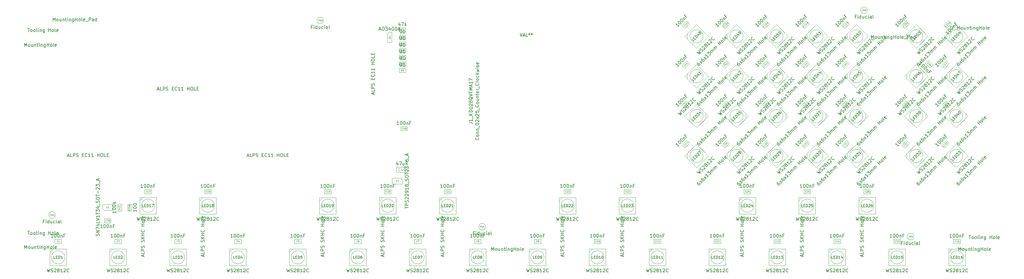
<source format=gbr>
%TF.GenerationSoftware,KiCad,Pcbnew,5.1.9*%
%TF.CreationDate,2021-05-04T07:57:13+02:00*%
%TF.ProjectId,OTTO-Beta-Aux,4f54544f-2d42-4657-9461-2d4175782e6b,rev?*%
%TF.SameCoordinates,Original*%
%TF.FileFunction,Other,Fab,Top*%
%FSLAX46Y46*%
G04 Gerber Fmt 4.6, Leading zero omitted, Abs format (unit mm)*
G04 Created by KiCad (PCBNEW 5.1.9) date 2021-05-04 07:57:13*
%MOMM*%
%LPD*%
G01*
G04 APERTURE LIST*
%ADD10C,0.100000*%
%ADD11C,0.150000*%
%ADD12C,0.060000*%
%ADD13C,0.075000*%
%ADD14C,0.120000*%
%ADD15C,0.080000*%
G04 APERTURE END LIST*
D10*
X283250000Y-80650000D02*
G75*
G03*
X283250000Y-80650000I-1000000J0D01*
G01*
X129631800Y-64796200D02*
X126531800Y-64796200D01*
X126531800Y-64796200D02*
X126531800Y-62996200D01*
X128981800Y-62996200D02*
X126531800Y-62996200D01*
X129631800Y-64796200D02*
X129631800Y-63646200D01*
X128981800Y-62996200D02*
X129631800Y-63646200D01*
X131031800Y-59746200D02*
X131031800Y-61346200D01*
X131031800Y-61346200D02*
X127831800Y-61346200D01*
X127831800Y-61346200D02*
X127831800Y-59746200D01*
X127831800Y-59746200D02*
X131031800Y-59746200D01*
X294543833Y-16510051D02*
X293129619Y-17924265D01*
X293659949Y-15626167D02*
X294543833Y-16510051D01*
X292245735Y-17040381D02*
X293659949Y-15626167D01*
X293129619Y-17924265D02*
X292245735Y-17040381D01*
X279550951Y-17115165D02*
X280965165Y-15700951D01*
X280434835Y-17999049D02*
X279550951Y-17115165D01*
X281849049Y-16584835D02*
X280434835Y-17999049D01*
X280965165Y-15700951D02*
X281849049Y-16584835D01*
X261550951Y-17115165D02*
X262965165Y-15700951D01*
X262434835Y-17999049D02*
X261550951Y-17115165D01*
X263849049Y-16584835D02*
X262434835Y-17999049D01*
X262965165Y-15700951D02*
X263849049Y-16584835D01*
X249550951Y-17115165D02*
X250965165Y-15700951D01*
X250434835Y-17999049D02*
X249550951Y-17115165D01*
X251849049Y-16584835D02*
X250434835Y-17999049D01*
X250965165Y-15700951D02*
X251849049Y-16584835D01*
X237550951Y-17115165D02*
X238965165Y-15700951D01*
X238434835Y-17999049D02*
X237550951Y-17115165D01*
X239849049Y-16584835D02*
X238434835Y-17999049D01*
X238965165Y-15700951D02*
X239849049Y-16584835D01*
X225550951Y-17115165D02*
X226965165Y-15700951D01*
X226434835Y-17999049D02*
X225550951Y-17115165D01*
X227849049Y-16584835D02*
X226434835Y-17999049D01*
X226965165Y-15700951D02*
X227849049Y-16584835D01*
X213550951Y-17115165D02*
X214965165Y-15700951D01*
X214434835Y-17999049D02*
X213550951Y-17115165D01*
X215849049Y-16584835D02*
X214434835Y-17999049D01*
X214965165Y-15700951D02*
X215849049Y-16584835D01*
X42051800Y-76471200D02*
X40051800Y-76471200D01*
X42051800Y-75221200D02*
X42051800Y-76471200D01*
X40051800Y-75221200D02*
X42051800Y-75221200D01*
X40051800Y-76471200D02*
X40051800Y-75221200D01*
X291550951Y-29115165D02*
X292965165Y-27700951D01*
X292434835Y-29999049D02*
X291550951Y-29115165D01*
X293849049Y-28584835D02*
X292434835Y-29999049D01*
X292965165Y-27700951D02*
X293849049Y-28584835D01*
X288065165Y-29849049D02*
X286650951Y-28434835D01*
X288949049Y-28965165D02*
X288065165Y-29849049D01*
X287534835Y-27550951D02*
X288949049Y-28965165D01*
X286650951Y-28434835D02*
X287534835Y-27550951D01*
X261550951Y-29115165D02*
X262965165Y-27700951D01*
X262434835Y-29999049D02*
X261550951Y-29115165D01*
X263849049Y-28584835D02*
X262434835Y-29999049D01*
X262965165Y-27700951D02*
X263849049Y-28584835D01*
X249550951Y-29115165D02*
X250965165Y-27700951D01*
X250434835Y-29999049D02*
X249550951Y-29115165D01*
X251849049Y-28584835D02*
X250434835Y-29999049D01*
X250965165Y-27700951D02*
X251849049Y-28584835D01*
X237550951Y-29115165D02*
X238965165Y-27700951D01*
X238434835Y-29999049D02*
X237550951Y-29115165D01*
X239849049Y-28584835D02*
X238434835Y-29999049D01*
X238965165Y-27700951D02*
X239849049Y-28584835D01*
X225550951Y-29115165D02*
X226965165Y-27700951D01*
X226434835Y-29999049D02*
X225550951Y-29115165D01*
X227849049Y-28584835D02*
X226434835Y-29999049D01*
X226965165Y-27700951D02*
X227849049Y-28584835D01*
X213550951Y-29115165D02*
X214965165Y-27700951D01*
X214434835Y-29999049D02*
X213550951Y-29115165D01*
X215849049Y-28584835D02*
X214434835Y-29999049D01*
X214965165Y-27700951D02*
X215849049Y-28584835D01*
X291550951Y-41115165D02*
X292965165Y-39700951D01*
X292434835Y-41999049D02*
X291550951Y-41115165D01*
X293849049Y-40584835D02*
X292434835Y-41999049D01*
X292965165Y-39700951D02*
X293849049Y-40584835D01*
X279550951Y-41115165D02*
X280965165Y-39700951D01*
X280434835Y-41999049D02*
X279550951Y-41115165D01*
X281849049Y-40584835D02*
X280434835Y-41999049D01*
X280965165Y-39700951D02*
X281849049Y-40584835D01*
X261550951Y-41115165D02*
X262965165Y-39700951D01*
X262434835Y-41999049D02*
X261550951Y-41115165D01*
X263849049Y-40584835D02*
X262434835Y-41999049D01*
X262965165Y-39700951D02*
X263849049Y-40584835D01*
X249550951Y-41115165D02*
X250965165Y-39700951D01*
X250434835Y-41999049D02*
X249550951Y-41115165D01*
X251849049Y-40584835D02*
X250434835Y-41999049D01*
X250965165Y-39700951D02*
X251849049Y-40584835D01*
X237550951Y-41115165D02*
X238965165Y-39700951D01*
X238434835Y-41999049D02*
X237550951Y-41115165D01*
X239849049Y-40584835D02*
X238434835Y-41999049D01*
X238965165Y-39700951D02*
X239849049Y-40584835D01*
X225550951Y-41115165D02*
X226965165Y-39700951D01*
X226434835Y-41999049D02*
X225550951Y-41115165D01*
X227849049Y-40584835D02*
X226434835Y-41999049D01*
X226965165Y-39700951D02*
X227849049Y-40584835D01*
X213550951Y-41115165D02*
X214965165Y-39700951D01*
X214434835Y-41999049D02*
X213550951Y-41115165D01*
X215849049Y-40584835D02*
X214434835Y-41999049D01*
X214965165Y-39700951D02*
X215849049Y-40584835D01*
X291550951Y-53115165D02*
X292965165Y-51700951D01*
X292434835Y-53999049D02*
X291550951Y-53115165D01*
X293849049Y-52584835D02*
X292434835Y-53999049D01*
X292965165Y-51700951D02*
X293849049Y-52584835D01*
X279550951Y-53115165D02*
X280965165Y-51700951D01*
X280434835Y-53999049D02*
X279550951Y-53115165D01*
X281849049Y-52584835D02*
X280434835Y-53999049D01*
X280965165Y-51700951D02*
X281849049Y-52584835D01*
X261550951Y-53115165D02*
X262965165Y-51700951D01*
X262434835Y-53999049D02*
X261550951Y-53115165D01*
X263849049Y-52584835D02*
X262434835Y-53999049D01*
X262965165Y-51700951D02*
X263849049Y-52584835D01*
X249550951Y-53115165D02*
X250965165Y-51700951D01*
X250434835Y-53999049D02*
X249550951Y-53115165D01*
X251849049Y-52584835D02*
X250434835Y-53999049D01*
X250965165Y-51700951D02*
X251849049Y-52584835D01*
X237550951Y-53115165D02*
X238965165Y-51700951D01*
X238434835Y-53999049D02*
X237550951Y-53115165D01*
X239849049Y-52584835D02*
X238434835Y-53999049D01*
X238965165Y-51700951D02*
X239849049Y-52584835D01*
X225550951Y-53115165D02*
X226965165Y-51700951D01*
X226434835Y-53999049D02*
X225550951Y-53115165D01*
X227849049Y-52584835D02*
X226434835Y-53999049D01*
X226965165Y-51700951D02*
X227849049Y-52584835D01*
X213550951Y-53115165D02*
X214965165Y-51700951D01*
X214434835Y-53999049D02*
X213550951Y-53115165D01*
X215849049Y-52584835D02*
X214434835Y-53999049D01*
X214965165Y-51700951D02*
X215849049Y-52584835D01*
X268200000Y-66475000D02*
X270200000Y-66475000D01*
X268200000Y-67725000D02*
X268200000Y-66475000D01*
X270200000Y-67725000D02*
X268200000Y-67725000D01*
X270200000Y-66475000D02*
X270200000Y-67725000D01*
X250200000Y-66475000D02*
X252200000Y-66475000D01*
X250200000Y-67725000D02*
X250200000Y-66475000D01*
X252200000Y-67725000D02*
X250200000Y-67725000D01*
X252200000Y-66475000D02*
X252200000Y-67725000D01*
X232200000Y-66475000D02*
X234200000Y-66475000D01*
X232200000Y-67725000D02*
X232200000Y-66475000D01*
X234200000Y-67725000D02*
X232200000Y-67725000D01*
X234200000Y-66475000D02*
X234200000Y-67725000D01*
X196200000Y-66475000D02*
X198200000Y-66475000D01*
X196200000Y-67725000D02*
X196200000Y-66475000D01*
X198200000Y-67725000D02*
X196200000Y-67725000D01*
X198200000Y-66475000D02*
X198200000Y-67725000D01*
X178200000Y-66475000D02*
X180200000Y-66475000D01*
X178200000Y-67725000D02*
X178200000Y-66475000D01*
X180200000Y-67725000D02*
X178200000Y-67725000D01*
X180200000Y-66475000D02*
X180200000Y-67725000D01*
X142200000Y-66475000D02*
X144200000Y-66475000D01*
X142200000Y-67725000D02*
X142200000Y-66475000D01*
X144200000Y-67725000D02*
X142200000Y-67725000D01*
X144200000Y-66475000D02*
X144200000Y-67725000D01*
X124200000Y-66475000D02*
X126200000Y-66475000D01*
X124200000Y-67725000D02*
X124200000Y-66475000D01*
X126200000Y-67725000D02*
X124200000Y-67725000D01*
X126200000Y-66475000D02*
X126200000Y-67725000D01*
X106200000Y-66475000D02*
X108200000Y-66475000D01*
X106200000Y-67725000D02*
X106200000Y-66475000D01*
X108200000Y-67725000D02*
X106200000Y-67725000D01*
X108200000Y-66475000D02*
X108200000Y-67725000D01*
X70200000Y-66475000D02*
X72200000Y-66475000D01*
X70200000Y-67725000D02*
X70200000Y-66475000D01*
X72200000Y-67725000D02*
X70200000Y-67725000D01*
X72200000Y-66475000D02*
X72200000Y-67725000D01*
X52200000Y-66475000D02*
X54200000Y-66475000D01*
X52200000Y-67725000D02*
X52200000Y-66475000D01*
X54200000Y-67725000D02*
X52200000Y-67725000D01*
X54200000Y-66475000D02*
X54200000Y-67725000D01*
X295200000Y-81475000D02*
X297200000Y-81475000D01*
X295200000Y-82725000D02*
X295200000Y-81475000D01*
X297200000Y-82725000D02*
X295200000Y-82725000D01*
X297200000Y-81475000D02*
X297200000Y-82725000D01*
X277200000Y-81475000D02*
X279200000Y-81475000D01*
X277200000Y-82725000D02*
X277200000Y-81475000D01*
X279200000Y-82725000D02*
X277200000Y-82725000D01*
X279200000Y-81475000D02*
X279200000Y-82725000D01*
X259200000Y-81475000D02*
X261200000Y-81475000D01*
X259200000Y-82725000D02*
X259200000Y-81475000D01*
X261200000Y-82725000D02*
X259200000Y-82725000D01*
X261200000Y-81475000D02*
X261200000Y-82725000D01*
X241200000Y-81475000D02*
X243200000Y-81475000D01*
X241200000Y-82725000D02*
X241200000Y-81475000D01*
X243200000Y-82725000D02*
X241200000Y-82725000D01*
X243200000Y-81475000D02*
X243200000Y-82725000D01*
X223200000Y-81475000D02*
X225200000Y-81475000D01*
X223200000Y-82725000D02*
X223200000Y-81475000D01*
X225200000Y-82725000D02*
X223200000Y-82725000D01*
X225200000Y-81475000D02*
X225200000Y-82725000D01*
X205200000Y-81475000D02*
X207200000Y-81475000D01*
X205200000Y-82725000D02*
X205200000Y-81475000D01*
X207200000Y-82725000D02*
X205200000Y-82725000D01*
X207200000Y-81475000D02*
X207200000Y-82725000D01*
X187200000Y-81475000D02*
X189200000Y-81475000D01*
X187200000Y-82725000D02*
X187200000Y-81475000D01*
X189200000Y-82725000D02*
X187200000Y-82725000D01*
X189200000Y-81475000D02*
X189200000Y-82725000D01*
X169200000Y-81475000D02*
X171200000Y-81475000D01*
X169200000Y-82725000D02*
X169200000Y-81475000D01*
X171200000Y-82725000D02*
X169200000Y-82725000D01*
X171200000Y-81475000D02*
X171200000Y-82725000D01*
X151200000Y-81475000D02*
X153200000Y-81475000D01*
X151200000Y-82725000D02*
X151200000Y-81475000D01*
X153200000Y-82725000D02*
X151200000Y-82725000D01*
X153200000Y-81475000D02*
X153200000Y-82725000D01*
X133200000Y-81475000D02*
X135200000Y-81475000D01*
X133200000Y-82725000D02*
X133200000Y-81475000D01*
X135200000Y-82725000D02*
X133200000Y-82725000D01*
X135200000Y-81475000D02*
X135200000Y-82725000D01*
X115200000Y-81475000D02*
X117200000Y-81475000D01*
X115200000Y-82725000D02*
X115200000Y-81475000D01*
X117200000Y-82725000D02*
X115200000Y-82725000D01*
X117200000Y-81475000D02*
X117200000Y-82725000D01*
X97200000Y-81475000D02*
X99200000Y-81475000D01*
X97200000Y-82725000D02*
X97200000Y-81475000D01*
X99200000Y-82725000D02*
X97200000Y-82725000D01*
X99200000Y-81475000D02*
X99200000Y-82725000D01*
X79200000Y-81475000D02*
X81200000Y-81475000D01*
X79200000Y-82725000D02*
X79200000Y-81475000D01*
X81200000Y-82725000D02*
X79200000Y-82725000D01*
X81200000Y-81475000D02*
X81200000Y-82725000D01*
X61200000Y-81475000D02*
X63200000Y-81475000D01*
X61200000Y-82725000D02*
X61200000Y-81475000D01*
X63200000Y-82725000D02*
X61200000Y-82725000D01*
X63200000Y-81475000D02*
X63200000Y-82725000D01*
X43200000Y-81475000D02*
X45200000Y-81475000D01*
X43200000Y-82725000D02*
X43200000Y-81475000D01*
X45200000Y-82725000D02*
X43200000Y-82725000D01*
X45200000Y-81475000D02*
X45200000Y-82725000D01*
X25200000Y-81475000D02*
X27200000Y-81475000D01*
X25200000Y-82725000D02*
X25200000Y-81475000D01*
X27200000Y-82725000D02*
X25200000Y-82725000D01*
X27200000Y-81475000D02*
X27200000Y-82725000D01*
X39501800Y-70946200D02*
X42601800Y-70946200D01*
X42601800Y-70946200D02*
X42601800Y-72746200D01*
X40151800Y-72746200D02*
X42601800Y-72746200D01*
X39501800Y-70946200D02*
X39501800Y-72096200D01*
X40151800Y-72746200D02*
X39501800Y-72096200D01*
X297962001Y-44366000D02*
G75*
G03*
X297962001Y-44366000I-2000001J0D01*
G01*
X295962000Y-40830466D02*
X292426466Y-44366000D01*
X299497534Y-44366000D02*
X295962000Y-40830466D01*
X295962000Y-47901534D02*
X299497534Y-44366000D01*
X292426466Y-44366000D02*
X295962000Y-47901534D01*
X298790427Y-43658893D02*
X298790427Y-45073107D01*
X285962001Y-44366000D02*
G75*
G03*
X285962001Y-44366000I-2000001J0D01*
G01*
X283962000Y-40830466D02*
X280426466Y-44366000D01*
X287497534Y-44366000D02*
X283962000Y-40830466D01*
X283962000Y-47901534D02*
X287497534Y-44366000D01*
X280426466Y-44366000D02*
X283962000Y-47901534D01*
X286790427Y-43658893D02*
X286790427Y-45073107D01*
X280200000Y-86886218D02*
G75*
G03*
X280200000Y-86886218I-2000000J0D01*
G01*
X275700000Y-89386218D02*
X280700000Y-89386218D01*
X275700000Y-84386218D02*
X275700000Y-89386218D01*
X280700000Y-84386218D02*
X275700000Y-84386218D01*
X280700000Y-89386218D02*
X280700000Y-84386218D01*
X275700000Y-85386218D02*
X276700000Y-84386218D01*
X243962001Y-20366000D02*
G75*
G03*
X243962001Y-20366000I-2000001J0D01*
G01*
X241962000Y-23901534D02*
X245497534Y-20366000D01*
X238426466Y-20366000D02*
X241962000Y-23901534D01*
X241962000Y-16830466D02*
X238426466Y-20366000D01*
X245497534Y-20366000D02*
X241962000Y-16830466D01*
X239133573Y-21073107D02*
X239133573Y-19658893D01*
X297962001Y-20366000D02*
G75*
G03*
X297962001Y-20366000I-2000001J0D01*
G01*
X295962000Y-23901534D02*
X299497534Y-20366000D01*
X292426466Y-20366000D02*
X295962000Y-23901534D01*
X295962000Y-16830466D02*
X292426466Y-20366000D01*
X299497534Y-20366000D02*
X295962000Y-16830466D01*
X293133573Y-21073107D02*
X293133573Y-19658893D01*
X285962001Y-20366000D02*
G75*
G03*
X285962001Y-20366000I-2000001J0D01*
G01*
X283962000Y-23901534D02*
X287497534Y-20366000D01*
X280426466Y-20366000D02*
X283962000Y-23901534D01*
X283962000Y-16830466D02*
X280426466Y-20366000D01*
X287497534Y-20366000D02*
X283962000Y-16830466D01*
X281133573Y-21073107D02*
X281133573Y-19658893D01*
X267962001Y-20366000D02*
G75*
G03*
X267962001Y-20366000I-2000001J0D01*
G01*
X265962000Y-23901534D02*
X269497534Y-20366000D01*
X262426466Y-20366000D02*
X265962000Y-23901534D01*
X265962000Y-16830466D02*
X262426466Y-20366000D01*
X269497534Y-20366000D02*
X265962000Y-16830466D01*
X263133573Y-21073107D02*
X263133573Y-19658893D01*
X255962001Y-20366000D02*
G75*
G03*
X255962001Y-20366000I-2000001J0D01*
G01*
X253962000Y-23901534D02*
X257497534Y-20366000D01*
X250426466Y-20366000D02*
X253962000Y-23901534D01*
X253962000Y-16830466D02*
X250426466Y-20366000D01*
X257497534Y-20366000D02*
X253962000Y-16830466D01*
X251133573Y-21073107D02*
X251133573Y-19658893D01*
X231962001Y-20366000D02*
G75*
G03*
X231962001Y-20366000I-2000001J0D01*
G01*
X229962000Y-23901534D02*
X233497534Y-20366000D01*
X226426466Y-20366000D02*
X229962000Y-23901534D01*
X229962000Y-16830466D02*
X226426466Y-20366000D01*
X233497534Y-20366000D02*
X229962000Y-16830466D01*
X227133573Y-21073107D02*
X227133573Y-19658893D01*
X219962001Y-20366000D02*
G75*
G03*
X219962001Y-20366000I-2000001J0D01*
G01*
X217962000Y-23901534D02*
X221497534Y-20366000D01*
X214426466Y-20366000D02*
X217962000Y-23901534D01*
X217962000Y-16830466D02*
X214426466Y-20366000D01*
X221497534Y-20366000D02*
X217962000Y-16830466D01*
X215133573Y-21073107D02*
X215133573Y-19658893D01*
X219962001Y-44366000D02*
G75*
G03*
X219962001Y-44366000I-2000001J0D01*
G01*
X217962000Y-40830466D02*
X214426466Y-44366000D01*
X221497534Y-44366000D02*
X217962000Y-40830466D01*
X217962000Y-47901534D02*
X221497534Y-44366000D01*
X214426466Y-44366000D02*
X217962000Y-47901534D01*
X220790427Y-43658893D02*
X220790427Y-45073107D01*
X298200000Y-86886218D02*
G75*
G03*
X298200000Y-86886218I-2000000J0D01*
G01*
X293700000Y-89386218D02*
X298700000Y-89386218D01*
X293700000Y-84386218D02*
X293700000Y-89386218D01*
X298700000Y-84386218D02*
X293700000Y-84386218D01*
X298700000Y-89386218D02*
X298700000Y-84386218D01*
X293700000Y-85386218D02*
X294700000Y-84386218D01*
X262200000Y-86886218D02*
G75*
G03*
X262200000Y-86886218I-2000000J0D01*
G01*
X257700000Y-89386218D02*
X262700000Y-89386218D01*
X257700000Y-84386218D02*
X257700000Y-89386218D01*
X262700000Y-84386218D02*
X257700000Y-84386218D01*
X262700000Y-89386218D02*
X262700000Y-84386218D01*
X257700000Y-85386218D02*
X258700000Y-84386218D01*
X244200000Y-86886218D02*
G75*
G03*
X244200000Y-86886218I-2000000J0D01*
G01*
X239700000Y-89386218D02*
X244700000Y-89386218D01*
X239700000Y-84386218D02*
X239700000Y-89386218D01*
X244700000Y-84386218D02*
X239700000Y-84386218D01*
X244700000Y-89386218D02*
X244700000Y-84386218D01*
X239700000Y-85386218D02*
X240700000Y-84386218D01*
X226200000Y-86886218D02*
G75*
G03*
X226200000Y-86886218I-2000000J0D01*
G01*
X221700000Y-89386218D02*
X226700000Y-89386218D01*
X221700000Y-84386218D02*
X221700000Y-89386218D01*
X226700000Y-84386218D02*
X221700000Y-84386218D01*
X226700000Y-89386218D02*
X226700000Y-84386218D01*
X221700000Y-85386218D02*
X222700000Y-84386218D01*
X208200000Y-86886218D02*
G75*
G03*
X208200000Y-86886218I-2000000J0D01*
G01*
X203700000Y-89386218D02*
X208700000Y-89386218D01*
X203700000Y-84386218D02*
X203700000Y-89386218D01*
X208700000Y-84386218D02*
X203700000Y-84386218D01*
X208700000Y-89386218D02*
X208700000Y-84386218D01*
X203700000Y-85386218D02*
X204700000Y-84386218D01*
X190200000Y-86886218D02*
G75*
G03*
X190200000Y-86886218I-2000000J0D01*
G01*
X185700000Y-89386218D02*
X190700000Y-89386218D01*
X185700000Y-84386218D02*
X185700000Y-89386218D01*
X190700000Y-84386218D02*
X185700000Y-84386218D01*
X190700000Y-89386218D02*
X190700000Y-84386218D01*
X185700000Y-85386218D02*
X186700000Y-84386218D01*
X172200000Y-86886218D02*
G75*
G03*
X172200000Y-86886218I-2000000J0D01*
G01*
X167700000Y-89386218D02*
X172700000Y-89386218D01*
X167700000Y-84386218D02*
X167700000Y-89386218D01*
X172700000Y-84386218D02*
X167700000Y-84386218D01*
X172700000Y-89386218D02*
X172700000Y-84386218D01*
X167700000Y-85386218D02*
X168700000Y-84386218D01*
X154200000Y-86886218D02*
G75*
G03*
X154200000Y-86886218I-2000000J0D01*
G01*
X149700000Y-89386218D02*
X154700000Y-89386218D01*
X149700000Y-84386218D02*
X149700000Y-89386218D01*
X154700000Y-84386218D02*
X149700000Y-84386218D01*
X154700000Y-89386218D02*
X154700000Y-84386218D01*
X149700000Y-85386218D02*
X150700000Y-84386218D01*
X136200000Y-86886218D02*
G75*
G03*
X136200000Y-86886218I-2000000J0D01*
G01*
X131700000Y-89386218D02*
X136700000Y-89386218D01*
X131700000Y-84386218D02*
X131700000Y-89386218D01*
X136700000Y-84386218D02*
X131700000Y-84386218D01*
X136700000Y-89386218D02*
X136700000Y-84386218D01*
X131700000Y-85386218D02*
X132700000Y-84386218D01*
X118200000Y-86886218D02*
G75*
G03*
X118200000Y-86886218I-2000000J0D01*
G01*
X113700000Y-89386218D02*
X118700000Y-89386218D01*
X113700000Y-84386218D02*
X113700000Y-89386218D01*
X118700000Y-84386218D02*
X113700000Y-84386218D01*
X118700000Y-89386218D02*
X118700000Y-84386218D01*
X113700000Y-85386218D02*
X114700000Y-84386218D01*
X100200000Y-86886218D02*
G75*
G03*
X100200000Y-86886218I-2000000J0D01*
G01*
X95700000Y-89386218D02*
X100700000Y-89386218D01*
X95700000Y-84386218D02*
X95700000Y-89386218D01*
X100700000Y-84386218D02*
X95700000Y-84386218D01*
X100700000Y-89386218D02*
X100700000Y-84386218D01*
X95700000Y-85386218D02*
X96700000Y-84386218D01*
X82200000Y-86886218D02*
G75*
G03*
X82200000Y-86886218I-2000000J0D01*
G01*
X77700000Y-89386218D02*
X82700000Y-89386218D01*
X77700000Y-84386218D02*
X77700000Y-89386218D01*
X82700000Y-84386218D02*
X77700000Y-84386218D01*
X82700000Y-89386218D02*
X82700000Y-84386218D01*
X77700000Y-85386218D02*
X78700000Y-84386218D01*
X64200000Y-86886218D02*
G75*
G03*
X64200000Y-86886218I-2000000J0D01*
G01*
X59700000Y-89386218D02*
X64700000Y-89386218D01*
X59700000Y-84386218D02*
X59700000Y-89386218D01*
X64700000Y-84386218D02*
X59700000Y-84386218D01*
X64700000Y-89386218D02*
X64700000Y-84386218D01*
X59700000Y-85386218D02*
X60700000Y-84386218D01*
X46200000Y-86886218D02*
G75*
G03*
X46200000Y-86886218I-2000000J0D01*
G01*
X41700000Y-89386218D02*
X46700000Y-89386218D01*
X41700000Y-84386218D02*
X41700000Y-89386218D01*
X46700000Y-84386218D02*
X41700000Y-84386218D01*
X46700000Y-89386218D02*
X46700000Y-84386218D01*
X41700000Y-85386218D02*
X42700000Y-84386218D01*
X28200000Y-86886218D02*
G75*
G03*
X28200000Y-86886218I-2000000J0D01*
G01*
X23700000Y-89386218D02*
X28700000Y-89386218D01*
X23700000Y-84386218D02*
X23700000Y-89386218D01*
X28700000Y-84386218D02*
X23700000Y-84386218D01*
X28700000Y-89386218D02*
X28700000Y-84386218D01*
X23700000Y-85386218D02*
X24700000Y-84386218D01*
X297962001Y-32366000D02*
G75*
G03*
X297962001Y-32366000I-2000001J0D01*
G01*
X295962000Y-35901534D02*
X299497534Y-32366000D01*
X292426466Y-32366000D02*
X295962000Y-35901534D01*
X295962000Y-28830466D02*
X292426466Y-32366000D01*
X299497534Y-32366000D02*
X295962000Y-28830466D01*
X293133573Y-33073107D02*
X293133573Y-31658893D01*
X285962001Y-32366000D02*
G75*
G03*
X285962001Y-32366000I-2000001J0D01*
G01*
X283962000Y-35901534D02*
X287497534Y-32366000D01*
X280426466Y-32366000D02*
X283962000Y-35901534D01*
X283962000Y-28830466D02*
X280426466Y-32366000D01*
X287497534Y-32366000D02*
X283962000Y-28830466D01*
X281133573Y-33073107D02*
X281133573Y-31658893D01*
X267962001Y-32366000D02*
G75*
G03*
X267962001Y-32366000I-2000001J0D01*
G01*
X265962000Y-35901534D02*
X269497534Y-32366000D01*
X262426466Y-32366000D02*
X265962000Y-35901534D01*
X265962000Y-28830466D02*
X262426466Y-32366000D01*
X269497534Y-32366000D02*
X265962000Y-28830466D01*
X263133573Y-33073107D02*
X263133573Y-31658893D01*
X255962001Y-32366000D02*
G75*
G03*
X255962001Y-32366000I-2000001J0D01*
G01*
X253962000Y-35901534D02*
X257497534Y-32366000D01*
X250426466Y-32366000D02*
X253962000Y-35901534D01*
X253962000Y-28830466D02*
X250426466Y-32366000D01*
X257497534Y-32366000D02*
X253962000Y-28830466D01*
X251133573Y-33073107D02*
X251133573Y-31658893D01*
X243962001Y-32366000D02*
G75*
G03*
X243962001Y-32366000I-2000001J0D01*
G01*
X241962000Y-35901534D02*
X245497534Y-32366000D01*
X238426466Y-32366000D02*
X241962000Y-35901534D01*
X241962000Y-28830466D02*
X238426466Y-32366000D01*
X245497534Y-32366000D02*
X241962000Y-28830466D01*
X239133573Y-33073107D02*
X239133573Y-31658893D01*
X231962001Y-32366000D02*
G75*
G03*
X231962001Y-32366000I-2000001J0D01*
G01*
X229962000Y-35901534D02*
X233497534Y-32366000D01*
X226426466Y-32366000D02*
X229962000Y-35901534D01*
X229962000Y-28830466D02*
X226426466Y-32366000D01*
X233497534Y-32366000D02*
X229962000Y-28830466D01*
X227133573Y-33073107D02*
X227133573Y-31658893D01*
X219962001Y-32366000D02*
G75*
G03*
X219962001Y-32366000I-2000001J0D01*
G01*
X217962000Y-35901534D02*
X221497534Y-32366000D01*
X214426466Y-32366000D02*
X217962000Y-35901534D01*
X217962000Y-28830466D02*
X214426466Y-32366000D01*
X221497534Y-32366000D02*
X217962000Y-28830466D01*
X215133573Y-33073107D02*
X215133573Y-31658893D01*
X267962001Y-44366000D02*
G75*
G03*
X267962001Y-44366000I-2000001J0D01*
G01*
X265962000Y-40830466D02*
X262426466Y-44366000D01*
X269497534Y-44366000D02*
X265962000Y-40830466D01*
X265962000Y-47901534D02*
X269497534Y-44366000D01*
X262426466Y-44366000D02*
X265962000Y-47901534D01*
X268790427Y-43658893D02*
X268790427Y-45073107D01*
X255962001Y-44366000D02*
G75*
G03*
X255962001Y-44366000I-2000001J0D01*
G01*
X253962000Y-40830466D02*
X250426466Y-44366000D01*
X257497534Y-44366000D02*
X253962000Y-40830466D01*
X253962000Y-47901534D02*
X257497534Y-44366000D01*
X250426466Y-44366000D02*
X253962000Y-47901534D01*
X256790427Y-43658893D02*
X256790427Y-45073107D01*
X243962001Y-44366000D02*
G75*
G03*
X243962001Y-44366000I-2000001J0D01*
G01*
X241962000Y-40830466D02*
X238426466Y-44366000D01*
X245497534Y-44366000D02*
X241962000Y-40830466D01*
X241962000Y-47901534D02*
X245497534Y-44366000D01*
X238426466Y-44366000D02*
X241962000Y-47901534D01*
X244790427Y-43658893D02*
X244790427Y-45073107D01*
X231962001Y-44366000D02*
G75*
G03*
X231962001Y-44366000I-2000001J0D01*
G01*
X229962000Y-40830466D02*
X226426466Y-44366000D01*
X233497534Y-44366000D02*
X229962000Y-40830466D01*
X229962000Y-47901534D02*
X233497534Y-44366000D01*
X226426466Y-44366000D02*
X229962000Y-47901534D01*
X232790427Y-43658893D02*
X232790427Y-45073107D01*
X297962001Y-56366000D02*
G75*
G03*
X297962001Y-56366000I-2000001J0D01*
G01*
X295962000Y-59901534D02*
X299497534Y-56366000D01*
X292426466Y-56366000D02*
X295962000Y-59901534D01*
X295962000Y-52830466D02*
X292426466Y-56366000D01*
X299497534Y-56366000D02*
X295962000Y-52830466D01*
X293133573Y-57073107D02*
X293133573Y-55658893D01*
X285962001Y-56366000D02*
G75*
G03*
X285962001Y-56366000I-2000001J0D01*
G01*
X283962000Y-59901534D02*
X287497534Y-56366000D01*
X280426466Y-56366000D02*
X283962000Y-59901534D01*
X283962000Y-52830466D02*
X280426466Y-56366000D01*
X287497534Y-56366000D02*
X283962000Y-52830466D01*
X281133573Y-57073107D02*
X281133573Y-55658893D01*
X267962001Y-56366000D02*
G75*
G03*
X267962001Y-56366000I-2000001J0D01*
G01*
X265962000Y-59901534D02*
X269497534Y-56366000D01*
X262426466Y-56366000D02*
X265962000Y-59901534D01*
X265962000Y-52830466D02*
X262426466Y-56366000D01*
X269497534Y-56366000D02*
X265962000Y-52830466D01*
X263133573Y-57073107D02*
X263133573Y-55658893D01*
X255962001Y-56366000D02*
G75*
G03*
X255962001Y-56366000I-2000001J0D01*
G01*
X253962000Y-59901534D02*
X257497534Y-56366000D01*
X250426466Y-56366000D02*
X253962000Y-59901534D01*
X253962000Y-52830466D02*
X250426466Y-56366000D01*
X257497534Y-56366000D02*
X253962000Y-52830466D01*
X251133573Y-57073107D02*
X251133573Y-55658893D01*
X243962001Y-56366000D02*
G75*
G03*
X243962001Y-56366000I-2000001J0D01*
G01*
X241962000Y-59901534D02*
X245497534Y-56366000D01*
X238426466Y-56366000D02*
X241962000Y-59901534D01*
X241962000Y-52830466D02*
X238426466Y-56366000D01*
X245497534Y-56366000D02*
X241962000Y-52830466D01*
X239133573Y-57073107D02*
X239133573Y-55658893D01*
X231962001Y-56366000D02*
G75*
G03*
X231962001Y-56366000I-2000001J0D01*
G01*
X229962000Y-59901534D02*
X233497534Y-56366000D01*
X226426466Y-56366000D02*
X229962000Y-59901534D01*
X229962000Y-52830466D02*
X226426466Y-56366000D01*
X233497534Y-56366000D02*
X229962000Y-52830466D01*
X227133573Y-57073107D02*
X227133573Y-55658893D01*
X219962001Y-56366000D02*
G75*
G03*
X219962001Y-56366000I-2000001J0D01*
G01*
X217962000Y-59901534D02*
X221497534Y-56366000D01*
X214426466Y-56366000D02*
X217962000Y-59901534D01*
X217962000Y-52830466D02*
X214426466Y-56366000D01*
X221497534Y-56366000D02*
X217962000Y-52830466D01*
X215133573Y-57073107D02*
X215133573Y-55658893D01*
X271200000Y-71350000D02*
G75*
G03*
X271200000Y-71350000I-2000000J0D01*
G01*
X266700000Y-73850000D02*
X271700000Y-73850000D01*
X266700000Y-68850000D02*
X266700000Y-73850000D01*
X271700000Y-68850000D02*
X266700000Y-68850000D01*
X271700000Y-73850000D02*
X271700000Y-68850000D01*
X266700000Y-69850000D02*
X267700000Y-68850000D01*
X253200000Y-71350000D02*
G75*
G03*
X253200000Y-71350000I-2000000J0D01*
G01*
X248700000Y-73850000D02*
X253700000Y-73850000D01*
X248700000Y-68850000D02*
X248700000Y-73850000D01*
X253700000Y-68850000D02*
X248700000Y-68850000D01*
X253700000Y-73850000D02*
X253700000Y-68850000D01*
X248700000Y-69850000D02*
X249700000Y-68850000D01*
X235200000Y-71350000D02*
G75*
G03*
X235200000Y-71350000I-2000000J0D01*
G01*
X230700000Y-73850000D02*
X235700000Y-73850000D01*
X230700000Y-68850000D02*
X230700000Y-73850000D01*
X235700000Y-68850000D02*
X230700000Y-68850000D01*
X235700000Y-73850000D02*
X235700000Y-68850000D01*
X230700000Y-69850000D02*
X231700000Y-68850000D01*
X199200000Y-71350000D02*
G75*
G03*
X199200000Y-71350000I-2000000J0D01*
G01*
X194700000Y-73850000D02*
X199700000Y-73850000D01*
X194700000Y-68850000D02*
X194700000Y-73850000D01*
X199700000Y-68850000D02*
X194700000Y-68850000D01*
X199700000Y-73850000D02*
X199700000Y-68850000D01*
X194700000Y-69850000D02*
X195700000Y-68850000D01*
X181200000Y-71350000D02*
G75*
G03*
X181200000Y-71350000I-2000000J0D01*
G01*
X176700000Y-73850000D02*
X181700000Y-73850000D01*
X176700000Y-68850000D02*
X176700000Y-73850000D01*
X181700000Y-68850000D02*
X176700000Y-68850000D01*
X181700000Y-73850000D02*
X181700000Y-68850000D01*
X176700000Y-69850000D02*
X177700000Y-68850000D01*
X145200000Y-71350000D02*
G75*
G03*
X145200000Y-71350000I-2000000J0D01*
G01*
X140700000Y-73850000D02*
X145700000Y-73850000D01*
X140700000Y-68850000D02*
X140700000Y-73850000D01*
X145700000Y-68850000D02*
X140700000Y-68850000D01*
X145700000Y-73850000D02*
X145700000Y-68850000D01*
X140700000Y-69850000D02*
X141700000Y-68850000D01*
X127200000Y-71350000D02*
G75*
G03*
X127200000Y-71350000I-2000000J0D01*
G01*
X122700000Y-73850000D02*
X127700000Y-73850000D01*
X122700000Y-68850000D02*
X122700000Y-73850000D01*
X127700000Y-68850000D02*
X122700000Y-68850000D01*
X127700000Y-73850000D02*
X127700000Y-68850000D01*
X122700000Y-69850000D02*
X123700000Y-68850000D01*
X109200000Y-71350000D02*
G75*
G03*
X109200000Y-71350000I-2000000J0D01*
G01*
X104700000Y-73850000D02*
X109700000Y-73850000D01*
X104700000Y-68850000D02*
X104700000Y-73850000D01*
X109700000Y-68850000D02*
X104700000Y-68850000D01*
X109700000Y-73850000D02*
X109700000Y-68850000D01*
X104700000Y-69850000D02*
X105700000Y-68850000D01*
X73200000Y-71350000D02*
G75*
G03*
X73200000Y-71350000I-2000000J0D01*
G01*
X68700000Y-73850000D02*
X73700000Y-73850000D01*
X68700000Y-68850000D02*
X68700000Y-73850000D01*
X73700000Y-68850000D02*
X68700000Y-68850000D01*
X73700000Y-73850000D02*
X73700000Y-68850000D01*
X68700000Y-69850000D02*
X69700000Y-68850000D01*
X55200000Y-71350000D02*
G75*
G03*
X55200000Y-71350000I-2000000J0D01*
G01*
X50700000Y-73850000D02*
X55700000Y-73850000D01*
X50700000Y-68850000D02*
X50700000Y-73850000D01*
X55700000Y-68850000D02*
X50700000Y-68850000D01*
X55700000Y-73850000D02*
X55700000Y-68850000D01*
X50700000Y-69850000D02*
X51700000Y-68850000D01*
X125051041Y-22145000D02*
X126451041Y-22145000D01*
X126451041Y-19105000D02*
X126451041Y-22145000D01*
X125051041Y-19675000D02*
X125601041Y-19105000D01*
X125601041Y-19105000D02*
X126451041Y-19105000D01*
X125051041Y-19675000D02*
X125051041Y-22125000D01*
X269301041Y-12486218D02*
G75*
G03*
X269301041Y-12486218I-1000000J0D01*
G01*
X154600000Y-77650000D02*
G75*
G03*
X154600000Y-77650000I-1000000J0D01*
G01*
X105950000Y-15600000D02*
G75*
G03*
X105950000Y-15600000I-1000000J0D01*
G01*
X25400000Y-74150000D02*
G75*
G03*
X25400000Y-74150000I-1000000J0D01*
G01*
X128601041Y-17775000D02*
X130601041Y-17775000D01*
X128601041Y-18975000D02*
X128601041Y-17775000D01*
X130601041Y-18975000D02*
X128601041Y-18975000D01*
X130601041Y-17775000D02*
X130601041Y-18975000D01*
X130600000Y-22025000D02*
X130600000Y-23225000D01*
X130600000Y-23225000D02*
X128600000Y-23225000D01*
X128600000Y-23225000D02*
X128600000Y-22025000D01*
X128600000Y-22025000D02*
X130600000Y-22025000D01*
X130600000Y-24025000D02*
X130600000Y-25225000D01*
X130600000Y-25225000D02*
X128600000Y-25225000D01*
X128600000Y-25225000D02*
X128600000Y-24025000D01*
X128600000Y-24025000D02*
X130600000Y-24025000D01*
X130600000Y-26025000D02*
X130600000Y-27225000D01*
X130600000Y-27225000D02*
X128600000Y-27225000D01*
X128600000Y-27225000D02*
X128600000Y-26025000D01*
X128600000Y-26025000D02*
X130600000Y-26025000D01*
X130626041Y-28025000D02*
X130626041Y-29225000D01*
X130626041Y-29225000D02*
X128626041Y-29225000D01*
X128626041Y-29225000D02*
X128626041Y-28025000D01*
X128626041Y-28025000D02*
X130626041Y-28025000D01*
X130600000Y-30025000D02*
X130600000Y-31225000D01*
X130600000Y-31225000D02*
X128600000Y-31225000D01*
X128600000Y-31225000D02*
X128600000Y-30025000D01*
X128600000Y-30025000D02*
X130600000Y-30025000D01*
X128600000Y-20025000D02*
X130600000Y-20025000D01*
X128600000Y-21225000D02*
X128600000Y-20025000D01*
X130600000Y-21225000D02*
X128600000Y-21225000D01*
X130600000Y-20025000D02*
X130600000Y-21225000D01*
X48256800Y-70895600D02*
X48256800Y-72895600D01*
X47056800Y-70895600D02*
X48256800Y-70895600D01*
X47056800Y-72895600D02*
X47056800Y-70895600D01*
X48256800Y-72895600D02*
X47056800Y-72895600D01*
X44100000Y-72895600D02*
X44100000Y-70895600D01*
X45300000Y-72895600D02*
X44100000Y-72895600D01*
X45300000Y-70895600D02*
X45300000Y-72895600D01*
X44100000Y-70895600D02*
X45300000Y-70895600D01*
X129100000Y-47525000D02*
X131100000Y-47525000D01*
X129100000Y-48725000D02*
X129100000Y-47525000D01*
X131100000Y-48725000D02*
X129100000Y-48725000D01*
X131100000Y-47525000D02*
X131100000Y-48725000D01*
D11*
X299787142Y-80302380D02*
X300358571Y-80302380D01*
X300072857Y-81302380D02*
X300072857Y-80302380D01*
X300834761Y-81302380D02*
X300739523Y-81254761D01*
X300691904Y-81207142D01*
X300644285Y-81111904D01*
X300644285Y-80826190D01*
X300691904Y-80730952D01*
X300739523Y-80683333D01*
X300834761Y-80635714D01*
X300977619Y-80635714D01*
X301072857Y-80683333D01*
X301120476Y-80730952D01*
X301168095Y-80826190D01*
X301168095Y-81111904D01*
X301120476Y-81207142D01*
X301072857Y-81254761D01*
X300977619Y-81302380D01*
X300834761Y-81302380D01*
X301739523Y-81302380D02*
X301644285Y-81254761D01*
X301596666Y-81207142D01*
X301549047Y-81111904D01*
X301549047Y-80826190D01*
X301596666Y-80730952D01*
X301644285Y-80683333D01*
X301739523Y-80635714D01*
X301882380Y-80635714D01*
X301977619Y-80683333D01*
X302025238Y-80730952D01*
X302072857Y-80826190D01*
X302072857Y-81111904D01*
X302025238Y-81207142D01*
X301977619Y-81254761D01*
X301882380Y-81302380D01*
X301739523Y-81302380D01*
X302644285Y-81302380D02*
X302549047Y-81254761D01*
X302501428Y-81159523D01*
X302501428Y-80302380D01*
X303025238Y-81302380D02*
X303025238Y-80635714D01*
X303025238Y-80302380D02*
X302977619Y-80350000D01*
X303025238Y-80397619D01*
X303072857Y-80350000D01*
X303025238Y-80302380D01*
X303025238Y-80397619D01*
X303501428Y-80635714D02*
X303501428Y-81302380D01*
X303501428Y-80730952D02*
X303549047Y-80683333D01*
X303644285Y-80635714D01*
X303787142Y-80635714D01*
X303882380Y-80683333D01*
X303930000Y-80778571D01*
X303930000Y-81302380D01*
X304834761Y-80635714D02*
X304834761Y-81445238D01*
X304787142Y-81540476D01*
X304739523Y-81588095D01*
X304644285Y-81635714D01*
X304501428Y-81635714D01*
X304406190Y-81588095D01*
X304834761Y-81254761D02*
X304739523Y-81302380D01*
X304549047Y-81302380D01*
X304453809Y-81254761D01*
X304406190Y-81207142D01*
X304358571Y-81111904D01*
X304358571Y-80826190D01*
X304406190Y-80730952D01*
X304453809Y-80683333D01*
X304549047Y-80635714D01*
X304739523Y-80635714D01*
X304834761Y-80683333D01*
X306072857Y-81302380D02*
X306072857Y-80302380D01*
X306072857Y-80778571D02*
X306644285Y-80778571D01*
X306644285Y-81302380D02*
X306644285Y-80302380D01*
X307263333Y-81302380D02*
X307168095Y-81254761D01*
X307120476Y-81207142D01*
X307072857Y-81111904D01*
X307072857Y-80826190D01*
X307120476Y-80730952D01*
X307168095Y-80683333D01*
X307263333Y-80635714D01*
X307406190Y-80635714D01*
X307501428Y-80683333D01*
X307549047Y-80730952D01*
X307596666Y-80826190D01*
X307596666Y-81111904D01*
X307549047Y-81207142D01*
X307501428Y-81254761D01*
X307406190Y-81302380D01*
X307263333Y-81302380D01*
X308168095Y-81302380D02*
X308072857Y-81254761D01*
X308025238Y-81159523D01*
X308025238Y-80302380D01*
X308930000Y-81254761D02*
X308834761Y-81302380D01*
X308644285Y-81302380D01*
X308549047Y-81254761D01*
X308501428Y-81159523D01*
X308501428Y-80778571D01*
X308549047Y-80683333D01*
X308644285Y-80635714D01*
X308834761Y-80635714D01*
X308930000Y-80683333D01*
X308977619Y-80778571D01*
X308977619Y-80873809D01*
X308501428Y-80969047D01*
X17057142Y-79052380D02*
X17628571Y-79052380D01*
X17342857Y-80052380D02*
X17342857Y-79052380D01*
X18104761Y-80052380D02*
X18009523Y-80004761D01*
X17961904Y-79957142D01*
X17914285Y-79861904D01*
X17914285Y-79576190D01*
X17961904Y-79480952D01*
X18009523Y-79433333D01*
X18104761Y-79385714D01*
X18247619Y-79385714D01*
X18342857Y-79433333D01*
X18390476Y-79480952D01*
X18438095Y-79576190D01*
X18438095Y-79861904D01*
X18390476Y-79957142D01*
X18342857Y-80004761D01*
X18247619Y-80052380D01*
X18104761Y-80052380D01*
X19009523Y-80052380D02*
X18914285Y-80004761D01*
X18866666Y-79957142D01*
X18819047Y-79861904D01*
X18819047Y-79576190D01*
X18866666Y-79480952D01*
X18914285Y-79433333D01*
X19009523Y-79385714D01*
X19152380Y-79385714D01*
X19247619Y-79433333D01*
X19295238Y-79480952D01*
X19342857Y-79576190D01*
X19342857Y-79861904D01*
X19295238Y-79957142D01*
X19247619Y-80004761D01*
X19152380Y-80052380D01*
X19009523Y-80052380D01*
X19914285Y-80052380D02*
X19819047Y-80004761D01*
X19771428Y-79909523D01*
X19771428Y-79052380D01*
X20295238Y-80052380D02*
X20295238Y-79385714D01*
X20295238Y-79052380D02*
X20247619Y-79100000D01*
X20295238Y-79147619D01*
X20342857Y-79100000D01*
X20295238Y-79052380D01*
X20295238Y-79147619D01*
X20771428Y-79385714D02*
X20771428Y-80052380D01*
X20771428Y-79480952D02*
X20819047Y-79433333D01*
X20914285Y-79385714D01*
X21057142Y-79385714D01*
X21152380Y-79433333D01*
X21200000Y-79528571D01*
X21200000Y-80052380D01*
X22104761Y-79385714D02*
X22104761Y-80195238D01*
X22057142Y-80290476D01*
X22009523Y-80338095D01*
X21914285Y-80385714D01*
X21771428Y-80385714D01*
X21676190Y-80338095D01*
X22104761Y-80004761D02*
X22009523Y-80052380D01*
X21819047Y-80052380D01*
X21723809Y-80004761D01*
X21676190Y-79957142D01*
X21628571Y-79861904D01*
X21628571Y-79576190D01*
X21676190Y-79480952D01*
X21723809Y-79433333D01*
X21819047Y-79385714D01*
X22009523Y-79385714D01*
X22104761Y-79433333D01*
X23342857Y-80052380D02*
X23342857Y-79052380D01*
X23342857Y-79528571D02*
X23914285Y-79528571D01*
X23914285Y-80052380D02*
X23914285Y-79052380D01*
X24533333Y-80052380D02*
X24438095Y-80004761D01*
X24390476Y-79957142D01*
X24342857Y-79861904D01*
X24342857Y-79576190D01*
X24390476Y-79480952D01*
X24438095Y-79433333D01*
X24533333Y-79385714D01*
X24676190Y-79385714D01*
X24771428Y-79433333D01*
X24819047Y-79480952D01*
X24866666Y-79576190D01*
X24866666Y-79861904D01*
X24819047Y-79957142D01*
X24771428Y-80004761D01*
X24676190Y-80052380D01*
X24533333Y-80052380D01*
X25438095Y-80052380D02*
X25342857Y-80004761D01*
X25295238Y-79909523D01*
X25295238Y-79052380D01*
X26200000Y-80004761D02*
X26104761Y-80052380D01*
X25914285Y-80052380D01*
X25819047Y-80004761D01*
X25771428Y-79909523D01*
X25771428Y-79528571D01*
X25819047Y-79433333D01*
X25914285Y-79385714D01*
X26104761Y-79385714D01*
X26200000Y-79433333D01*
X26247619Y-79528571D01*
X26247619Y-79623809D01*
X25771428Y-79719047D01*
X17057142Y-17952380D02*
X17628571Y-17952380D01*
X17342857Y-18952380D02*
X17342857Y-17952380D01*
X18104761Y-18952380D02*
X18009523Y-18904761D01*
X17961904Y-18857142D01*
X17914285Y-18761904D01*
X17914285Y-18476190D01*
X17961904Y-18380952D01*
X18009523Y-18333333D01*
X18104761Y-18285714D01*
X18247619Y-18285714D01*
X18342857Y-18333333D01*
X18390476Y-18380952D01*
X18438095Y-18476190D01*
X18438095Y-18761904D01*
X18390476Y-18857142D01*
X18342857Y-18904761D01*
X18247619Y-18952380D01*
X18104761Y-18952380D01*
X19009523Y-18952380D02*
X18914285Y-18904761D01*
X18866666Y-18857142D01*
X18819047Y-18761904D01*
X18819047Y-18476190D01*
X18866666Y-18380952D01*
X18914285Y-18333333D01*
X19009523Y-18285714D01*
X19152380Y-18285714D01*
X19247619Y-18333333D01*
X19295238Y-18380952D01*
X19342857Y-18476190D01*
X19342857Y-18761904D01*
X19295238Y-18857142D01*
X19247619Y-18904761D01*
X19152380Y-18952380D01*
X19009523Y-18952380D01*
X19914285Y-18952380D02*
X19819047Y-18904761D01*
X19771428Y-18809523D01*
X19771428Y-17952380D01*
X20295238Y-18952380D02*
X20295238Y-18285714D01*
X20295238Y-17952380D02*
X20247619Y-18000000D01*
X20295238Y-18047619D01*
X20342857Y-18000000D01*
X20295238Y-17952380D01*
X20295238Y-18047619D01*
X20771428Y-18285714D02*
X20771428Y-18952380D01*
X20771428Y-18380952D02*
X20819047Y-18333333D01*
X20914285Y-18285714D01*
X21057142Y-18285714D01*
X21152380Y-18333333D01*
X21200000Y-18428571D01*
X21200000Y-18952380D01*
X22104761Y-18285714D02*
X22104761Y-19095238D01*
X22057142Y-19190476D01*
X22009523Y-19238095D01*
X21914285Y-19285714D01*
X21771428Y-19285714D01*
X21676190Y-19238095D01*
X22104761Y-18904761D02*
X22009523Y-18952380D01*
X21819047Y-18952380D01*
X21723809Y-18904761D01*
X21676190Y-18857142D01*
X21628571Y-18761904D01*
X21628571Y-18476190D01*
X21676190Y-18380952D01*
X21723809Y-18333333D01*
X21819047Y-18285714D01*
X22009523Y-18285714D01*
X22104761Y-18333333D01*
X23342857Y-18952380D02*
X23342857Y-17952380D01*
X23342857Y-18428571D02*
X23914285Y-18428571D01*
X23914285Y-18952380D02*
X23914285Y-17952380D01*
X24533333Y-18952380D02*
X24438095Y-18904761D01*
X24390476Y-18857142D01*
X24342857Y-18761904D01*
X24342857Y-18476190D01*
X24390476Y-18380952D01*
X24438095Y-18333333D01*
X24533333Y-18285714D01*
X24676190Y-18285714D01*
X24771428Y-18333333D01*
X24819047Y-18380952D01*
X24866666Y-18476190D01*
X24866666Y-18761904D01*
X24819047Y-18857142D01*
X24771428Y-18904761D01*
X24676190Y-18952380D01*
X24533333Y-18952380D01*
X25438095Y-18952380D02*
X25342857Y-18904761D01*
X25295238Y-18809523D01*
X25295238Y-17952380D01*
X26200000Y-18904761D02*
X26104761Y-18952380D01*
X25914285Y-18952380D01*
X25819047Y-18904761D01*
X25771428Y-18809523D01*
X25771428Y-18428571D01*
X25819047Y-18333333D01*
X25914285Y-18285714D01*
X26104761Y-18285714D01*
X26200000Y-18333333D01*
X26247619Y-18428571D01*
X26247619Y-18523809D01*
X25771428Y-18619047D01*
X279869047Y-82578571D02*
X279535714Y-82578571D01*
X279535714Y-83102380D02*
X279535714Y-82102380D01*
X280011904Y-82102380D01*
X280392857Y-83102380D02*
X280392857Y-82435714D01*
X280392857Y-82102380D02*
X280345238Y-82150000D01*
X280392857Y-82197619D01*
X280440476Y-82150000D01*
X280392857Y-82102380D01*
X280392857Y-82197619D01*
X281297619Y-83102380D02*
X281297619Y-82102380D01*
X281297619Y-83054761D02*
X281202380Y-83102380D01*
X281011904Y-83102380D01*
X280916666Y-83054761D01*
X280869047Y-83007142D01*
X280821428Y-82911904D01*
X280821428Y-82626190D01*
X280869047Y-82530952D01*
X280916666Y-82483333D01*
X281011904Y-82435714D01*
X281202380Y-82435714D01*
X281297619Y-82483333D01*
X282202380Y-82435714D02*
X282202380Y-83102380D01*
X281773809Y-82435714D02*
X281773809Y-82959523D01*
X281821428Y-83054761D01*
X281916666Y-83102380D01*
X282059523Y-83102380D01*
X282154761Y-83054761D01*
X282202380Y-83007142D01*
X283107142Y-83054761D02*
X283011904Y-83102380D01*
X282821428Y-83102380D01*
X282726190Y-83054761D01*
X282678571Y-83007142D01*
X282630952Y-82911904D01*
X282630952Y-82626190D01*
X282678571Y-82530952D01*
X282726190Y-82483333D01*
X282821428Y-82435714D01*
X283011904Y-82435714D01*
X283107142Y-82483333D01*
X283535714Y-83102380D02*
X283535714Y-82435714D01*
X283535714Y-82102380D02*
X283488095Y-82150000D01*
X283535714Y-82197619D01*
X283583333Y-82150000D01*
X283535714Y-82102380D01*
X283535714Y-82197619D01*
X284440476Y-83102380D02*
X284440476Y-82578571D01*
X284392857Y-82483333D01*
X284297619Y-82435714D01*
X284107142Y-82435714D01*
X284011904Y-82483333D01*
X284440476Y-83054761D02*
X284345238Y-83102380D01*
X284107142Y-83102380D01*
X284011904Y-83054761D01*
X283964285Y-82959523D01*
X283964285Y-82864285D01*
X284011904Y-82769047D01*
X284107142Y-82721428D01*
X284345238Y-82721428D01*
X284440476Y-82673809D01*
X285059523Y-83102380D02*
X284964285Y-83054761D01*
X284916666Y-82959523D01*
X284916666Y-82102380D01*
D12*
X281821428Y-80621428D02*
X281688095Y-80621428D01*
X281688095Y-80830952D02*
X281688095Y-80430952D01*
X281878571Y-80430952D01*
X282030952Y-80830952D02*
X282030952Y-80430952D01*
X282221428Y-80830952D02*
X282221428Y-80430952D01*
X282316666Y-80430952D01*
X282373809Y-80450000D01*
X282411904Y-80488095D01*
X282430952Y-80526190D01*
X282450000Y-80602380D01*
X282450000Y-80659523D01*
X282430952Y-80735714D01*
X282411904Y-80773809D01*
X282373809Y-80811904D01*
X282316666Y-80830952D01*
X282221428Y-80830952D01*
X282792857Y-80430952D02*
X282716666Y-80430952D01*
X282678571Y-80450000D01*
X282659523Y-80469047D01*
X282621428Y-80526190D01*
X282602380Y-80602380D01*
X282602380Y-80754761D01*
X282621428Y-80792857D01*
X282640476Y-80811904D01*
X282678571Y-80830952D01*
X282754761Y-80830952D01*
X282792857Y-80811904D01*
X282811904Y-80792857D01*
X282830952Y-80754761D01*
X282830952Y-80659523D01*
X282811904Y-80621428D01*
X282792857Y-80602380D01*
X282754761Y-80583333D01*
X282678571Y-80583333D01*
X282640476Y-80602380D01*
X282621428Y-80621428D01*
X282602380Y-80659523D01*
D11*
X130434180Y-72158104D02*
X130434180Y-71586676D01*
X131434180Y-71872390D02*
X130434180Y-71872390D01*
X131434180Y-71253342D02*
X130434180Y-71253342D01*
X130434180Y-70872390D01*
X130481800Y-70777152D01*
X130529419Y-70729533D01*
X130624657Y-70681914D01*
X130767514Y-70681914D01*
X130862752Y-70729533D01*
X130910371Y-70777152D01*
X130957990Y-70872390D01*
X130957990Y-71253342D01*
X131386561Y-70300961D02*
X131434180Y-70158104D01*
X131434180Y-69920009D01*
X131386561Y-69824771D01*
X131338942Y-69777152D01*
X131243704Y-69729533D01*
X131148466Y-69729533D01*
X131053228Y-69777152D01*
X131005609Y-69824771D01*
X130957990Y-69920009D01*
X130910371Y-70110485D01*
X130862752Y-70205723D01*
X130815133Y-70253342D01*
X130719895Y-70300961D01*
X130624657Y-70300961D01*
X130529419Y-70253342D01*
X130481800Y-70205723D01*
X130434180Y-70110485D01*
X130434180Y-69872390D01*
X130481800Y-69729533D01*
X130529419Y-69348580D02*
X130481800Y-69300961D01*
X130434180Y-69205723D01*
X130434180Y-68967628D01*
X130481800Y-68872390D01*
X130529419Y-68824771D01*
X130624657Y-68777152D01*
X130719895Y-68777152D01*
X130862752Y-68824771D01*
X131434180Y-69396200D01*
X131434180Y-68777152D01*
X130529419Y-68396200D02*
X130481800Y-68348580D01*
X130434180Y-68253342D01*
X130434180Y-68015247D01*
X130481800Y-67920009D01*
X130529419Y-67872390D01*
X130624657Y-67824771D01*
X130719895Y-67824771D01*
X130862752Y-67872390D01*
X131434180Y-68443819D01*
X131434180Y-67824771D01*
X131434180Y-67348580D02*
X131434180Y-67158104D01*
X131386561Y-67062866D01*
X131338942Y-67015247D01*
X131196085Y-66920009D01*
X131005609Y-66872390D01*
X130624657Y-66872390D01*
X130529419Y-66920009D01*
X130481800Y-66967628D01*
X130434180Y-67062866D01*
X130434180Y-67253342D01*
X130481800Y-67348580D01*
X130529419Y-67396200D01*
X130624657Y-67443819D01*
X130862752Y-67443819D01*
X130957990Y-67396200D01*
X131005609Y-67348580D01*
X131053228Y-67253342D01*
X131053228Y-67062866D01*
X131005609Y-66967628D01*
X130957990Y-66920009D01*
X130862752Y-66872390D01*
X131434180Y-65920009D02*
X131434180Y-66491438D01*
X131434180Y-66205723D02*
X130434180Y-66205723D01*
X130577038Y-66300961D01*
X130672276Y-66396200D01*
X130719895Y-66491438D01*
X130862752Y-65348580D02*
X130815133Y-65443819D01*
X130767514Y-65491438D01*
X130672276Y-65539057D01*
X130624657Y-65539057D01*
X130529419Y-65491438D01*
X130481800Y-65443819D01*
X130434180Y-65348580D01*
X130434180Y-65158104D01*
X130481800Y-65062866D01*
X130529419Y-65015247D01*
X130624657Y-64967628D01*
X130672276Y-64967628D01*
X130767514Y-65015247D01*
X130815133Y-65062866D01*
X130862752Y-65158104D01*
X130862752Y-65348580D01*
X130910371Y-65443819D01*
X130957990Y-65491438D01*
X131053228Y-65539057D01*
X131243704Y-65539057D01*
X131338942Y-65491438D01*
X131386561Y-65443819D01*
X131434180Y-65348580D01*
X131434180Y-65158104D01*
X131386561Y-65062866D01*
X131338942Y-65015247D01*
X131243704Y-64967628D01*
X131053228Y-64967628D01*
X130957990Y-65015247D01*
X130910371Y-65062866D01*
X130862752Y-65158104D01*
X131529419Y-64777152D02*
X131529419Y-64015247D01*
X131386561Y-63824771D02*
X131434180Y-63681914D01*
X131434180Y-63443819D01*
X131386561Y-63348580D01*
X131338942Y-63300961D01*
X131243704Y-63253342D01*
X131148466Y-63253342D01*
X131053228Y-63300961D01*
X131005609Y-63348580D01*
X130957990Y-63443819D01*
X130910371Y-63634295D01*
X130862752Y-63729533D01*
X130815133Y-63777152D01*
X130719895Y-63824771D01*
X130624657Y-63824771D01*
X130529419Y-63777152D01*
X130481800Y-63729533D01*
X130434180Y-63634295D01*
X130434180Y-63396200D01*
X130481800Y-63253342D01*
X130434180Y-62634295D02*
X130434180Y-62443819D01*
X130481800Y-62348580D01*
X130577038Y-62253342D01*
X130767514Y-62205723D01*
X131100847Y-62205723D01*
X131291323Y-62253342D01*
X131386561Y-62348580D01*
X131434180Y-62443819D01*
X131434180Y-62634295D01*
X131386561Y-62729533D01*
X131291323Y-62824771D01*
X131100847Y-62872390D01*
X130767514Y-62872390D01*
X130577038Y-62824771D01*
X130481800Y-62729533D01*
X130434180Y-62634295D01*
X130434180Y-61920009D02*
X130434180Y-61348580D01*
X131434180Y-61634295D02*
X130434180Y-61634295D01*
X130529419Y-61062866D02*
X130481800Y-61015247D01*
X130434180Y-60920009D01*
X130434180Y-60681914D01*
X130481800Y-60586676D01*
X130529419Y-60539057D01*
X130624657Y-60491438D01*
X130719895Y-60491438D01*
X130862752Y-60539057D01*
X131434180Y-61110485D01*
X131434180Y-60491438D01*
X130434180Y-60158104D02*
X130434180Y-59539057D01*
X130815133Y-59872390D01*
X130815133Y-59729533D01*
X130862752Y-59634295D01*
X130910371Y-59586676D01*
X131005609Y-59539057D01*
X131243704Y-59539057D01*
X131338942Y-59586676D01*
X131386561Y-59634295D01*
X131434180Y-59729533D01*
X131434180Y-60015247D01*
X131386561Y-60110485D01*
X131338942Y-60158104D01*
X131053228Y-59110485D02*
X131053228Y-58348580D01*
X130434180Y-57443819D02*
X130434180Y-57634295D01*
X130481800Y-57729533D01*
X130529419Y-57777152D01*
X130672276Y-57872390D01*
X130862752Y-57920009D01*
X131243704Y-57920009D01*
X131338942Y-57872390D01*
X131386561Y-57824771D01*
X131434180Y-57729533D01*
X131434180Y-57539057D01*
X131386561Y-57443819D01*
X131338942Y-57396200D01*
X131243704Y-57348580D01*
X131005609Y-57348580D01*
X130910371Y-57396200D01*
X130862752Y-57443819D01*
X130815133Y-57539057D01*
X130815133Y-57729533D01*
X130862752Y-57824771D01*
X130910371Y-57872390D01*
X131005609Y-57920009D01*
X131529419Y-57158104D02*
X131529419Y-56396200D01*
X131148466Y-56205723D02*
X131148466Y-55729533D01*
X131434180Y-56300961D02*
X130434180Y-55967628D01*
X131434180Y-55634295D01*
D13*
X127700847Y-63622390D02*
X127700847Y-64027152D01*
X127724657Y-64074771D01*
X127748466Y-64098580D01*
X127796085Y-64122390D01*
X127891323Y-64122390D01*
X127938942Y-64098580D01*
X127962752Y-64074771D01*
X127986561Y-64027152D01*
X127986561Y-63622390D01*
X128200847Y-63670009D02*
X128224657Y-63646200D01*
X128272276Y-63622390D01*
X128391323Y-63622390D01*
X128438942Y-63646200D01*
X128462752Y-63670009D01*
X128486561Y-63717628D01*
X128486561Y-63765247D01*
X128462752Y-63836676D01*
X128177038Y-64122390D01*
X128486561Y-64122390D01*
D11*
X128265133Y-58481914D02*
X128265133Y-59148580D01*
X128027038Y-58100961D02*
X127788942Y-58815247D01*
X128407990Y-58815247D01*
X128693704Y-58148580D02*
X129360371Y-58148580D01*
X128931800Y-59148580D01*
X130169895Y-58481914D02*
X130169895Y-59148580D01*
X129741323Y-58481914D02*
X129741323Y-59005723D01*
X129788942Y-59100961D01*
X129884180Y-59148580D01*
X130027038Y-59148580D01*
X130122276Y-59100961D01*
X130169895Y-59053342D01*
X130979419Y-58624771D02*
X130646085Y-58624771D01*
X130646085Y-59148580D02*
X130646085Y-58148580D01*
X131122276Y-58148580D01*
D14*
X128917514Y-60831914D02*
X128879419Y-60870009D01*
X128765133Y-60908104D01*
X128688942Y-60908104D01*
X128574657Y-60870009D01*
X128498466Y-60793819D01*
X128460371Y-60717628D01*
X128422276Y-60565247D01*
X128422276Y-60450961D01*
X128460371Y-60298580D01*
X128498466Y-60222390D01*
X128574657Y-60146200D01*
X128688942Y-60108104D01*
X128765133Y-60108104D01*
X128879419Y-60146200D01*
X128917514Y-60184295D01*
X129603228Y-60374771D02*
X129603228Y-60908104D01*
X129412752Y-60070009D02*
X129222276Y-60641438D01*
X129717514Y-60641438D01*
X130060371Y-60908104D02*
X130212752Y-60908104D01*
X130288942Y-60870009D01*
X130327038Y-60831914D01*
X130403228Y-60717628D01*
X130441323Y-60565247D01*
X130441323Y-60260485D01*
X130403228Y-60184295D01*
X130365133Y-60146200D01*
X130288942Y-60108104D01*
X130136561Y-60108104D01*
X130060371Y-60146200D01*
X130022276Y-60184295D01*
X129984180Y-60260485D01*
X129984180Y-60450961D01*
X130022276Y-60527152D01*
X130060371Y-60565247D01*
X130136561Y-60603342D01*
X130288942Y-60603342D01*
X130365133Y-60565247D01*
X130403228Y-60527152D01*
X130441323Y-60450961D01*
D11*
X293808272Y-19377368D02*
X293404211Y-19781429D01*
X293606242Y-19579399D02*
X292899135Y-18872292D01*
X292932807Y-19040651D01*
X292932807Y-19175338D01*
X292899135Y-19276353D01*
X293538898Y-18232529D02*
X293606242Y-18165185D01*
X293707257Y-18131513D01*
X293774600Y-18131513D01*
X293875616Y-18165185D01*
X294043974Y-18266200D01*
X294212333Y-18434559D01*
X294313348Y-18602918D01*
X294347020Y-18703933D01*
X294347020Y-18771277D01*
X294313348Y-18872292D01*
X294246005Y-18939635D01*
X294144990Y-18973307D01*
X294077646Y-18973307D01*
X293976631Y-18939635D01*
X293808272Y-18838620D01*
X293639913Y-18670261D01*
X293538898Y-18501903D01*
X293505226Y-18400887D01*
X293505226Y-18333544D01*
X293538898Y-18232529D01*
X294212333Y-17559093D02*
X294279677Y-17491750D01*
X294380692Y-17458078D01*
X294448035Y-17458078D01*
X294549051Y-17491750D01*
X294717410Y-17592765D01*
X294885768Y-17761124D01*
X294986784Y-17929483D01*
X295020455Y-18030498D01*
X295020455Y-18097842D01*
X294986784Y-18198857D01*
X294919440Y-18266200D01*
X294818425Y-18299872D01*
X294751081Y-18299872D01*
X294650066Y-18266200D01*
X294481707Y-18165185D01*
X294313348Y-17996826D01*
X294212333Y-17828467D01*
X294178661Y-17727452D01*
X294178661Y-17660109D01*
X294212333Y-17559093D01*
X294986784Y-17256048D02*
X295458188Y-17727452D01*
X295054127Y-17323391D02*
X295054127Y-17256048D01*
X295087799Y-17155032D01*
X295188814Y-17054017D01*
X295289829Y-17020345D01*
X295390845Y-17054017D01*
X295761234Y-17424406D01*
X295963264Y-16481597D02*
X295727562Y-16717300D01*
X296097951Y-17087689D02*
X295390845Y-16380582D01*
X295727562Y-16043865D01*
D15*
X293125409Y-17297128D02*
X293125409Y-17330799D01*
X293091738Y-17398143D01*
X293058066Y-17431815D01*
X292990722Y-17465486D01*
X292923379Y-17465486D01*
X292872871Y-17448651D01*
X292788692Y-17398143D01*
X292738184Y-17347635D01*
X292687677Y-17263456D01*
X292670841Y-17212948D01*
X292670841Y-17145605D01*
X292704513Y-17078261D01*
X292738184Y-17044590D01*
X292805528Y-17010918D01*
X292839200Y-17010918D01*
X293495799Y-16994082D02*
X293293768Y-17196112D01*
X293394784Y-17095097D02*
X293041230Y-16741544D01*
X293058066Y-16825723D01*
X293058066Y-16893067D01*
X293041230Y-16943574D01*
X293361112Y-16421662D02*
X293394784Y-16387990D01*
X293445291Y-16371154D01*
X293478963Y-16371154D01*
X293529471Y-16387990D01*
X293613650Y-16438498D01*
X293697829Y-16522677D01*
X293748337Y-16606857D01*
X293765173Y-16657364D01*
X293765173Y-16691036D01*
X293748337Y-16741544D01*
X293714665Y-16775216D01*
X293664158Y-16792051D01*
X293630486Y-16792051D01*
X293579978Y-16775216D01*
X293495799Y-16724708D01*
X293411619Y-16640528D01*
X293361112Y-16556349D01*
X293344276Y-16505841D01*
X293344276Y-16472170D01*
X293361112Y-16421662D01*
X293798845Y-15983929D02*
X293630486Y-16152288D01*
X293782009Y-16337483D01*
X293782009Y-16303811D01*
X293798845Y-16253303D01*
X293883024Y-16169124D01*
X293933532Y-16152288D01*
X293967203Y-16152288D01*
X294017711Y-16169124D01*
X294101890Y-16253303D01*
X294118726Y-16303811D01*
X294118726Y-16337483D01*
X294101890Y-16387990D01*
X294017711Y-16472170D01*
X293967203Y-16489006D01*
X293933532Y-16489006D01*
D11*
X278737610Y-17076274D02*
X278333549Y-17480335D01*
X278535580Y-17278305D02*
X277828473Y-16571198D01*
X277862145Y-16739557D01*
X277862145Y-16874244D01*
X277828473Y-16975259D01*
X278468236Y-15931435D02*
X278535580Y-15864091D01*
X278636595Y-15830419D01*
X278703938Y-15830419D01*
X278804954Y-15864091D01*
X278973312Y-15965106D01*
X279141671Y-16133465D01*
X279242686Y-16301824D01*
X279276358Y-16402839D01*
X279276358Y-16470183D01*
X279242686Y-16571198D01*
X279175343Y-16638541D01*
X279074328Y-16672213D01*
X279006984Y-16672213D01*
X278905969Y-16638541D01*
X278737610Y-16537526D01*
X278569251Y-16369167D01*
X278468236Y-16200809D01*
X278434564Y-16099793D01*
X278434564Y-16032450D01*
X278468236Y-15931435D01*
X279141671Y-15257999D02*
X279209015Y-15190656D01*
X279310030Y-15156984D01*
X279377373Y-15156984D01*
X279478389Y-15190656D01*
X279646748Y-15291671D01*
X279815106Y-15460030D01*
X279916122Y-15628389D01*
X279949793Y-15729404D01*
X279949793Y-15796748D01*
X279916122Y-15897763D01*
X279848778Y-15965106D01*
X279747763Y-15998778D01*
X279680419Y-15998778D01*
X279579404Y-15965106D01*
X279411045Y-15864091D01*
X279242686Y-15695732D01*
X279141671Y-15527373D01*
X279107999Y-15426358D01*
X279107999Y-15359015D01*
X279141671Y-15257999D01*
X279916122Y-14954954D02*
X280387526Y-15426358D01*
X279983465Y-15022297D02*
X279983465Y-14954954D01*
X280017137Y-14853938D01*
X280118152Y-14752923D01*
X280219167Y-14719251D01*
X280320183Y-14752923D01*
X280690572Y-15123312D01*
X280892602Y-14180503D02*
X280656900Y-14416206D01*
X281027289Y-14786595D02*
X280320183Y-14079488D01*
X280656900Y-13742771D01*
D15*
X280430625Y-17371912D02*
X280430625Y-17405583D01*
X280396954Y-17472927D01*
X280363282Y-17506599D01*
X280295938Y-17540270D01*
X280228595Y-17540270D01*
X280178087Y-17523435D01*
X280093908Y-17472927D01*
X280043400Y-17422419D01*
X279992893Y-17338240D01*
X279976057Y-17287732D01*
X279976057Y-17220389D01*
X280009729Y-17153045D01*
X280043400Y-17119374D01*
X280110744Y-17085702D01*
X280144416Y-17085702D01*
X280801015Y-17068866D02*
X280598984Y-17270896D01*
X280700000Y-17169881D02*
X280346446Y-16816328D01*
X280363282Y-16900507D01*
X280363282Y-16967851D01*
X280346446Y-17018358D01*
X280666328Y-16496446D02*
X280700000Y-16462774D01*
X280750507Y-16445938D01*
X280784179Y-16445938D01*
X280834687Y-16462774D01*
X280918866Y-16513282D01*
X281003045Y-16597461D01*
X281053553Y-16681641D01*
X281070389Y-16732148D01*
X281070389Y-16765820D01*
X281053553Y-16816328D01*
X281019881Y-16850000D01*
X280969374Y-16866835D01*
X280935702Y-16866835D01*
X280885194Y-16850000D01*
X280801015Y-16799492D01*
X280716835Y-16715312D01*
X280666328Y-16631133D01*
X280649492Y-16580625D01*
X280649492Y-16546954D01*
X280666328Y-16496446D01*
X281205076Y-16193400D02*
X281440778Y-16429103D01*
X280986209Y-16142893D02*
X281154568Y-16479610D01*
X281373435Y-16260744D01*
D11*
X260737610Y-17076274D02*
X260333549Y-17480335D01*
X260535580Y-17278305D02*
X259828473Y-16571198D01*
X259862145Y-16739557D01*
X259862145Y-16874244D01*
X259828473Y-16975259D01*
X260468236Y-15931435D02*
X260535580Y-15864091D01*
X260636595Y-15830419D01*
X260703938Y-15830419D01*
X260804954Y-15864091D01*
X260973312Y-15965106D01*
X261141671Y-16133465D01*
X261242686Y-16301824D01*
X261276358Y-16402839D01*
X261276358Y-16470183D01*
X261242686Y-16571198D01*
X261175343Y-16638541D01*
X261074328Y-16672213D01*
X261006984Y-16672213D01*
X260905969Y-16638541D01*
X260737610Y-16537526D01*
X260569251Y-16369167D01*
X260468236Y-16200809D01*
X260434564Y-16099793D01*
X260434564Y-16032450D01*
X260468236Y-15931435D01*
X261141671Y-15257999D02*
X261209015Y-15190656D01*
X261310030Y-15156984D01*
X261377373Y-15156984D01*
X261478389Y-15190656D01*
X261646748Y-15291671D01*
X261815106Y-15460030D01*
X261916122Y-15628389D01*
X261949793Y-15729404D01*
X261949793Y-15796748D01*
X261916122Y-15897763D01*
X261848778Y-15965106D01*
X261747763Y-15998778D01*
X261680419Y-15998778D01*
X261579404Y-15965106D01*
X261411045Y-15864091D01*
X261242686Y-15695732D01*
X261141671Y-15527373D01*
X261107999Y-15426358D01*
X261107999Y-15359015D01*
X261141671Y-15257999D01*
X261916122Y-14954954D02*
X262387526Y-15426358D01*
X261983465Y-15022297D02*
X261983465Y-14954954D01*
X262017137Y-14853938D01*
X262118152Y-14752923D01*
X262219167Y-14719251D01*
X262320183Y-14752923D01*
X262690572Y-15123312D01*
X262892602Y-14180503D02*
X262656900Y-14416206D01*
X263027289Y-14786595D02*
X262320183Y-14079488D01*
X262656900Y-13742771D01*
D15*
X262430625Y-17371912D02*
X262430625Y-17405583D01*
X262396954Y-17472927D01*
X262363282Y-17506599D01*
X262295938Y-17540270D01*
X262228595Y-17540270D01*
X262178087Y-17523435D01*
X262093908Y-17472927D01*
X262043400Y-17422419D01*
X261992893Y-17338240D01*
X261976057Y-17287732D01*
X261976057Y-17220389D01*
X262009729Y-17153045D01*
X262043400Y-17119374D01*
X262110744Y-17085702D01*
X262144416Y-17085702D01*
X262801015Y-17068866D02*
X262598984Y-17270896D01*
X262700000Y-17169881D02*
X262346446Y-16816328D01*
X262363282Y-16900507D01*
X262363282Y-16967851D01*
X262346446Y-17018358D01*
X262666328Y-16496446D02*
X262700000Y-16462774D01*
X262750507Y-16445938D01*
X262784179Y-16445938D01*
X262834687Y-16462774D01*
X262918866Y-16513282D01*
X263003045Y-16597461D01*
X263053553Y-16681641D01*
X263070389Y-16732148D01*
X263070389Y-16765820D01*
X263053553Y-16816328D01*
X263019881Y-16850000D01*
X262969374Y-16866835D01*
X262935702Y-16866835D01*
X262885194Y-16849999D01*
X262801015Y-16799492D01*
X262716835Y-16715312D01*
X262666328Y-16631133D01*
X262649492Y-16580625D01*
X262649492Y-16546954D01*
X262666328Y-16496446D01*
X262902030Y-16260744D02*
X263120896Y-16041877D01*
X263137732Y-16294416D01*
X263188240Y-16243908D01*
X263238748Y-16227072D01*
X263272419Y-16227072D01*
X263322927Y-16243908D01*
X263407106Y-16328087D01*
X263423942Y-16378595D01*
X263423942Y-16412267D01*
X263407106Y-16462774D01*
X263306091Y-16563790D01*
X263255583Y-16580625D01*
X263221912Y-16580625D01*
D11*
X248737610Y-17076274D02*
X248333549Y-17480335D01*
X248535580Y-17278305D02*
X247828473Y-16571198D01*
X247862145Y-16739557D01*
X247862145Y-16874244D01*
X247828473Y-16975259D01*
X248468236Y-15931435D02*
X248535580Y-15864091D01*
X248636595Y-15830419D01*
X248703938Y-15830419D01*
X248804954Y-15864091D01*
X248973312Y-15965106D01*
X249141671Y-16133465D01*
X249242686Y-16301824D01*
X249276358Y-16402839D01*
X249276358Y-16470183D01*
X249242686Y-16571198D01*
X249175343Y-16638541D01*
X249074328Y-16672213D01*
X249006984Y-16672213D01*
X248905969Y-16638541D01*
X248737610Y-16537526D01*
X248569251Y-16369167D01*
X248468236Y-16200809D01*
X248434564Y-16099793D01*
X248434564Y-16032450D01*
X248468236Y-15931435D01*
X249141671Y-15257999D02*
X249209015Y-15190656D01*
X249310030Y-15156984D01*
X249377373Y-15156984D01*
X249478389Y-15190656D01*
X249646748Y-15291671D01*
X249815106Y-15460030D01*
X249916122Y-15628389D01*
X249949793Y-15729404D01*
X249949793Y-15796748D01*
X249916122Y-15897763D01*
X249848778Y-15965106D01*
X249747763Y-15998778D01*
X249680419Y-15998778D01*
X249579404Y-15965106D01*
X249411045Y-15864091D01*
X249242686Y-15695732D01*
X249141671Y-15527373D01*
X249107999Y-15426358D01*
X249107999Y-15359015D01*
X249141671Y-15257999D01*
X249916122Y-14954954D02*
X250387526Y-15426358D01*
X249983465Y-15022297D02*
X249983465Y-14954954D01*
X250017137Y-14853938D01*
X250118152Y-14752923D01*
X250219167Y-14719251D01*
X250320183Y-14752923D01*
X250690572Y-15123312D01*
X250892602Y-14180503D02*
X250656900Y-14416206D01*
X251027289Y-14786595D02*
X250320183Y-14079488D01*
X250656900Y-13742771D01*
D15*
X250430625Y-17371912D02*
X250430625Y-17405583D01*
X250396954Y-17472927D01*
X250363282Y-17506599D01*
X250295938Y-17540270D01*
X250228595Y-17540270D01*
X250178087Y-17523435D01*
X250093908Y-17472927D01*
X250043400Y-17422419D01*
X249992893Y-17338240D01*
X249976057Y-17287732D01*
X249976057Y-17220389D01*
X250009729Y-17153045D01*
X250043400Y-17119374D01*
X250110744Y-17085702D01*
X250144416Y-17085702D01*
X250801015Y-17068866D02*
X250598984Y-17270896D01*
X250700000Y-17169881D02*
X250346446Y-16816328D01*
X250363282Y-16900507D01*
X250363282Y-16967851D01*
X250346446Y-17018358D01*
X250666328Y-16496446D02*
X250700000Y-16462774D01*
X250750507Y-16445938D01*
X250784179Y-16445938D01*
X250834687Y-16462774D01*
X250918866Y-16513282D01*
X251003045Y-16597461D01*
X251053553Y-16681641D01*
X251070389Y-16732148D01*
X251070389Y-16765820D01*
X251053553Y-16816328D01*
X251019881Y-16850000D01*
X250969374Y-16866835D01*
X250935702Y-16866835D01*
X250885194Y-16849999D01*
X250801015Y-16799492D01*
X250716835Y-16715312D01*
X250666328Y-16631133D01*
X250649492Y-16580625D01*
X250649492Y-16546954D01*
X250666328Y-16496446D01*
X250952538Y-16277580D02*
X250952538Y-16243908D01*
X250969374Y-16193400D01*
X251053553Y-16109221D01*
X251104061Y-16092385D01*
X251137732Y-16092385D01*
X251188240Y-16109221D01*
X251221912Y-16142893D01*
X251255583Y-16210236D01*
X251255583Y-16614297D01*
X251474450Y-16395431D01*
D11*
X236737610Y-17076274D02*
X236333549Y-17480335D01*
X236535580Y-17278305D02*
X235828473Y-16571198D01*
X235862145Y-16739557D01*
X235862145Y-16874244D01*
X235828473Y-16975259D01*
X236468236Y-15931435D02*
X236535580Y-15864091D01*
X236636595Y-15830419D01*
X236703938Y-15830419D01*
X236804954Y-15864091D01*
X236973312Y-15965106D01*
X237141671Y-16133465D01*
X237242686Y-16301824D01*
X237276358Y-16402839D01*
X237276358Y-16470183D01*
X237242686Y-16571198D01*
X237175343Y-16638541D01*
X237074328Y-16672213D01*
X237006984Y-16672213D01*
X236905969Y-16638541D01*
X236737610Y-16537526D01*
X236569251Y-16369167D01*
X236468236Y-16200809D01*
X236434564Y-16099793D01*
X236434564Y-16032450D01*
X236468236Y-15931435D01*
X237141671Y-15257999D02*
X237209015Y-15190656D01*
X237310030Y-15156984D01*
X237377373Y-15156984D01*
X237478389Y-15190656D01*
X237646748Y-15291671D01*
X237815106Y-15460030D01*
X237916122Y-15628389D01*
X237949793Y-15729404D01*
X237949793Y-15796748D01*
X237916122Y-15897763D01*
X237848778Y-15965106D01*
X237747763Y-15998778D01*
X237680419Y-15998778D01*
X237579404Y-15965106D01*
X237411045Y-15864091D01*
X237242686Y-15695732D01*
X237141671Y-15527373D01*
X237107999Y-15426358D01*
X237107999Y-15359015D01*
X237141671Y-15257999D01*
X237916122Y-14954954D02*
X238387526Y-15426358D01*
X237983465Y-15022297D02*
X237983465Y-14954954D01*
X238017137Y-14853938D01*
X238118152Y-14752923D01*
X238219167Y-14719251D01*
X238320183Y-14752923D01*
X238690572Y-15123312D01*
X238892602Y-14180503D02*
X238656900Y-14416206D01*
X239027289Y-14786595D02*
X238320183Y-14079488D01*
X238656900Y-13742771D01*
D15*
X238430625Y-17371912D02*
X238430625Y-17405583D01*
X238396954Y-17472927D01*
X238363282Y-17506599D01*
X238295938Y-17540270D01*
X238228595Y-17540270D01*
X238178087Y-17523435D01*
X238093908Y-17472927D01*
X238043400Y-17422419D01*
X237992893Y-17338240D01*
X237976057Y-17287732D01*
X237976057Y-17220389D01*
X238009729Y-17153045D01*
X238043400Y-17119374D01*
X238110744Y-17085702D01*
X238144416Y-17085702D01*
X238801015Y-17068866D02*
X238598984Y-17270896D01*
X238700000Y-17169881D02*
X238346446Y-16816328D01*
X238363282Y-16900507D01*
X238363282Y-16967851D01*
X238346446Y-17018358D01*
X238666328Y-16496446D02*
X238700000Y-16462774D01*
X238750507Y-16445938D01*
X238784179Y-16445938D01*
X238834687Y-16462774D01*
X238918866Y-16513282D01*
X239003045Y-16597461D01*
X239053553Y-16681641D01*
X239070389Y-16732148D01*
X239070389Y-16765820D01*
X239053553Y-16816328D01*
X239019881Y-16850000D01*
X238969374Y-16866835D01*
X238935702Y-16866835D01*
X238885194Y-16849999D01*
X238801015Y-16799492D01*
X238716835Y-16715312D01*
X238666328Y-16631133D01*
X238649492Y-16580625D01*
X238649492Y-16546954D01*
X238666328Y-16496446D01*
X239474450Y-16395431D02*
X239272419Y-16597461D01*
X239373435Y-16496446D02*
X239019881Y-16142893D01*
X239036717Y-16227072D01*
X239036717Y-16294416D01*
X239019881Y-16344923D01*
D11*
X224737610Y-17076274D02*
X224333549Y-17480335D01*
X224535580Y-17278305D02*
X223828473Y-16571198D01*
X223862145Y-16739557D01*
X223862145Y-16874244D01*
X223828473Y-16975259D01*
X224468236Y-15931435D02*
X224535580Y-15864091D01*
X224636595Y-15830419D01*
X224703938Y-15830419D01*
X224804954Y-15864091D01*
X224973312Y-15965106D01*
X225141671Y-16133465D01*
X225242686Y-16301824D01*
X225276358Y-16402839D01*
X225276358Y-16470183D01*
X225242686Y-16571198D01*
X225175343Y-16638541D01*
X225074328Y-16672213D01*
X225006984Y-16672213D01*
X224905969Y-16638541D01*
X224737610Y-16537526D01*
X224569251Y-16369167D01*
X224468236Y-16200809D01*
X224434564Y-16099793D01*
X224434564Y-16032450D01*
X224468236Y-15931435D01*
X225141671Y-15257999D02*
X225209015Y-15190656D01*
X225310030Y-15156984D01*
X225377373Y-15156984D01*
X225478389Y-15190656D01*
X225646748Y-15291671D01*
X225815106Y-15460030D01*
X225916122Y-15628389D01*
X225949793Y-15729404D01*
X225949793Y-15796748D01*
X225916122Y-15897763D01*
X225848778Y-15965106D01*
X225747763Y-15998778D01*
X225680419Y-15998778D01*
X225579404Y-15965106D01*
X225411045Y-15864091D01*
X225242686Y-15695732D01*
X225141671Y-15527373D01*
X225107999Y-15426358D01*
X225107999Y-15359015D01*
X225141671Y-15257999D01*
X225916122Y-14954954D02*
X226387526Y-15426358D01*
X225983465Y-15022297D02*
X225983465Y-14954954D01*
X226017137Y-14853938D01*
X226118152Y-14752923D01*
X226219167Y-14719251D01*
X226320183Y-14752923D01*
X226690572Y-15123312D01*
X226892602Y-14180503D02*
X226656900Y-14416206D01*
X227027289Y-14786595D02*
X226320183Y-14079488D01*
X226656900Y-13742771D01*
D15*
X226430625Y-17371912D02*
X226430625Y-17405583D01*
X226396954Y-17472927D01*
X226363282Y-17506599D01*
X226295938Y-17540270D01*
X226228595Y-17540270D01*
X226178087Y-17523435D01*
X226093908Y-17472927D01*
X226043400Y-17422419D01*
X225992893Y-17338240D01*
X225976057Y-17287732D01*
X225976057Y-17220389D01*
X226009729Y-17153045D01*
X226043400Y-17119374D01*
X226110744Y-17085702D01*
X226144416Y-17085702D01*
X226801015Y-17068866D02*
X226598984Y-17270896D01*
X226700000Y-17169881D02*
X226346446Y-16816328D01*
X226363282Y-16900507D01*
X226363282Y-16967851D01*
X226346446Y-17018358D01*
X226666328Y-16496446D02*
X226700000Y-16462774D01*
X226750507Y-16445938D01*
X226784179Y-16445938D01*
X226834687Y-16462774D01*
X226918866Y-16513282D01*
X227003045Y-16597461D01*
X227053553Y-16681641D01*
X227070389Y-16732148D01*
X227070389Y-16765820D01*
X227053553Y-16816328D01*
X227019881Y-16850000D01*
X226969374Y-16866835D01*
X226935702Y-16866835D01*
X226885194Y-16849999D01*
X226801015Y-16799492D01*
X226716835Y-16715312D01*
X226666328Y-16631133D01*
X226649492Y-16580625D01*
X226649492Y-16546954D01*
X226666328Y-16496446D01*
X227003045Y-16159729D02*
X227036717Y-16126057D01*
X227087225Y-16109221D01*
X227120896Y-16109221D01*
X227171404Y-16126057D01*
X227255583Y-16176564D01*
X227339763Y-16260744D01*
X227390270Y-16344923D01*
X227407106Y-16395431D01*
X227407106Y-16429103D01*
X227390270Y-16479610D01*
X227356599Y-16513282D01*
X227306091Y-16530118D01*
X227272419Y-16530118D01*
X227221912Y-16513282D01*
X227137732Y-16462774D01*
X227053553Y-16378595D01*
X227003045Y-16294416D01*
X226986209Y-16243908D01*
X226986209Y-16210236D01*
X227003045Y-16159729D01*
D11*
X212737610Y-17076274D02*
X212333549Y-17480335D01*
X212535580Y-17278305D02*
X211828473Y-16571198D01*
X211862145Y-16739557D01*
X211862145Y-16874244D01*
X211828473Y-16975259D01*
X212468236Y-15931435D02*
X212535580Y-15864091D01*
X212636595Y-15830419D01*
X212703938Y-15830419D01*
X212804954Y-15864091D01*
X212973312Y-15965106D01*
X213141671Y-16133465D01*
X213242686Y-16301824D01*
X213276358Y-16402839D01*
X213276358Y-16470183D01*
X213242686Y-16571198D01*
X213175343Y-16638541D01*
X213074328Y-16672213D01*
X213006984Y-16672213D01*
X212905969Y-16638541D01*
X212737610Y-16537526D01*
X212569251Y-16369167D01*
X212468236Y-16200809D01*
X212434564Y-16099793D01*
X212434564Y-16032450D01*
X212468236Y-15931435D01*
X213141671Y-15257999D02*
X213209015Y-15190656D01*
X213310030Y-15156984D01*
X213377373Y-15156984D01*
X213478389Y-15190656D01*
X213646748Y-15291671D01*
X213815106Y-15460030D01*
X213916122Y-15628389D01*
X213949793Y-15729404D01*
X213949793Y-15796748D01*
X213916122Y-15897763D01*
X213848778Y-15965106D01*
X213747763Y-15998778D01*
X213680419Y-15998778D01*
X213579404Y-15965106D01*
X213411045Y-15864091D01*
X213242686Y-15695732D01*
X213141671Y-15527373D01*
X213107999Y-15426358D01*
X213107999Y-15359015D01*
X213141671Y-15257999D01*
X213916122Y-14954954D02*
X214387526Y-15426358D01*
X213983465Y-15022297D02*
X213983465Y-14954954D01*
X214017137Y-14853938D01*
X214118152Y-14752923D01*
X214219167Y-14719251D01*
X214320183Y-14752923D01*
X214690572Y-15123312D01*
X214892602Y-14180503D02*
X214656900Y-14416206D01*
X215027289Y-14786595D02*
X214320183Y-14079488D01*
X214656900Y-13742771D01*
D15*
X214598984Y-17203553D02*
X214598984Y-17237225D01*
X214565312Y-17304568D01*
X214531641Y-17338240D01*
X214464297Y-17371912D01*
X214396954Y-17371912D01*
X214346446Y-17355076D01*
X214262267Y-17304568D01*
X214211759Y-17254061D01*
X214161251Y-17169881D01*
X214144416Y-17119374D01*
X214144416Y-17052030D01*
X214178087Y-16984687D01*
X214211759Y-16951015D01*
X214279103Y-16917343D01*
X214312774Y-16917343D01*
X214801015Y-17068866D02*
X214868358Y-17001522D01*
X214885194Y-16951015D01*
X214885194Y-16917343D01*
X214868358Y-16833164D01*
X214817851Y-16748984D01*
X214683164Y-16614297D01*
X214632656Y-16597461D01*
X214598984Y-16597461D01*
X214548477Y-16614297D01*
X214481133Y-16681641D01*
X214464297Y-16732148D01*
X214464297Y-16765820D01*
X214481133Y-16816328D01*
X214565312Y-16900507D01*
X214615820Y-16917343D01*
X214649492Y-16917343D01*
X214700000Y-16900507D01*
X214767343Y-16833164D01*
X214784179Y-16782656D01*
X214784179Y-16748984D01*
X214767343Y-16698477D01*
X215137732Y-16732148D02*
X215205076Y-16664805D01*
X215221912Y-16614297D01*
X215221912Y-16580625D01*
X215205076Y-16496446D01*
X215154568Y-16412267D01*
X215019881Y-16277580D01*
X214969374Y-16260744D01*
X214935702Y-16260744D01*
X214885194Y-16277580D01*
X214817851Y-16344923D01*
X214801015Y-16395431D01*
X214801015Y-16429103D01*
X214817851Y-16479610D01*
X214902030Y-16563790D01*
X214952538Y-16580625D01*
X214986209Y-16580625D01*
X215036717Y-16563790D01*
X215104061Y-16496446D01*
X215120896Y-16445938D01*
X215120896Y-16412267D01*
X215104061Y-16361759D01*
D11*
X39504180Y-77978580D02*
X38932752Y-77978580D01*
X39218466Y-77978580D02*
X39218466Y-76978580D01*
X39123228Y-77121438D01*
X39027990Y-77216676D01*
X38932752Y-77264295D01*
X40123228Y-76978580D02*
X40218466Y-76978580D01*
X40313704Y-77026200D01*
X40361323Y-77073819D01*
X40408942Y-77169057D01*
X40456561Y-77359533D01*
X40456561Y-77597628D01*
X40408942Y-77788104D01*
X40361323Y-77883342D01*
X40313704Y-77930961D01*
X40218466Y-77978580D01*
X40123228Y-77978580D01*
X40027990Y-77930961D01*
X39980371Y-77883342D01*
X39932752Y-77788104D01*
X39885133Y-77597628D01*
X39885133Y-77359533D01*
X39932752Y-77169057D01*
X39980371Y-77073819D01*
X40027990Y-77026200D01*
X40123228Y-76978580D01*
X41075609Y-76978580D02*
X41170847Y-76978580D01*
X41266085Y-77026200D01*
X41313704Y-77073819D01*
X41361323Y-77169057D01*
X41408942Y-77359533D01*
X41408942Y-77597628D01*
X41361323Y-77788104D01*
X41313704Y-77883342D01*
X41266085Y-77930961D01*
X41170847Y-77978580D01*
X41075609Y-77978580D01*
X40980371Y-77930961D01*
X40932752Y-77883342D01*
X40885133Y-77788104D01*
X40837514Y-77597628D01*
X40837514Y-77359533D01*
X40885133Y-77169057D01*
X40932752Y-77073819D01*
X40980371Y-77026200D01*
X41075609Y-76978580D01*
X41837514Y-77311914D02*
X41837514Y-77978580D01*
X41837514Y-77407152D02*
X41885133Y-77359533D01*
X41980371Y-77311914D01*
X42123228Y-77311914D01*
X42218466Y-77359533D01*
X42266085Y-77454771D01*
X42266085Y-77978580D01*
X43075609Y-77454771D02*
X42742276Y-77454771D01*
X42742276Y-77978580D02*
X42742276Y-76978580D01*
X43218466Y-76978580D01*
D15*
X40730371Y-76024771D02*
X40706561Y-76048580D01*
X40635133Y-76072390D01*
X40587514Y-76072390D01*
X40516085Y-76048580D01*
X40468466Y-76000961D01*
X40444657Y-75953342D01*
X40420847Y-75858104D01*
X40420847Y-75786676D01*
X40444657Y-75691438D01*
X40468466Y-75643819D01*
X40516085Y-75596200D01*
X40587514Y-75572390D01*
X40635133Y-75572390D01*
X40706561Y-75596200D01*
X40730371Y-75620009D01*
X40897038Y-75572390D02*
X41230371Y-75572390D01*
X41016085Y-76072390D01*
X41492276Y-75786676D02*
X41444657Y-75762866D01*
X41420847Y-75739057D01*
X41397038Y-75691438D01*
X41397038Y-75667628D01*
X41420847Y-75620009D01*
X41444657Y-75596200D01*
X41492276Y-75572390D01*
X41587514Y-75572390D01*
X41635133Y-75596200D01*
X41658942Y-75620009D01*
X41682752Y-75667628D01*
X41682752Y-75691438D01*
X41658942Y-75739057D01*
X41635133Y-75762866D01*
X41587514Y-75786676D01*
X41492276Y-75786676D01*
X41444657Y-75810485D01*
X41420847Y-75834295D01*
X41397038Y-75881914D01*
X41397038Y-75977152D01*
X41420847Y-76024771D01*
X41444657Y-76048580D01*
X41492276Y-76072390D01*
X41587514Y-76072390D01*
X41635133Y-76048580D01*
X41658942Y-76024771D01*
X41682752Y-75977152D01*
X41682752Y-75881914D01*
X41658942Y-75834295D01*
X41635133Y-75810485D01*
X41587514Y-75786676D01*
D11*
X290737610Y-29076274D02*
X290333549Y-29480335D01*
X290535580Y-29278305D02*
X289828473Y-28571198D01*
X289862145Y-28739557D01*
X289862145Y-28874244D01*
X289828473Y-28975259D01*
X290468236Y-27931435D02*
X290535580Y-27864091D01*
X290636595Y-27830419D01*
X290703938Y-27830419D01*
X290804954Y-27864091D01*
X290973312Y-27965106D01*
X291141671Y-28133465D01*
X291242686Y-28301824D01*
X291276358Y-28402839D01*
X291276358Y-28470183D01*
X291242686Y-28571198D01*
X291175343Y-28638541D01*
X291074328Y-28672213D01*
X291006984Y-28672213D01*
X290905969Y-28638541D01*
X290737610Y-28537526D01*
X290569251Y-28369167D01*
X290468236Y-28200809D01*
X290434564Y-28099793D01*
X290434564Y-28032450D01*
X290468236Y-27931435D01*
X291141671Y-27257999D02*
X291209015Y-27190656D01*
X291310030Y-27156984D01*
X291377373Y-27156984D01*
X291478389Y-27190656D01*
X291646748Y-27291671D01*
X291815106Y-27460030D01*
X291916122Y-27628389D01*
X291949793Y-27729404D01*
X291949793Y-27796748D01*
X291916122Y-27897763D01*
X291848778Y-27965106D01*
X291747763Y-27998778D01*
X291680419Y-27998778D01*
X291579404Y-27965106D01*
X291411045Y-27864091D01*
X291242686Y-27695732D01*
X291141671Y-27527373D01*
X291107999Y-27426358D01*
X291107999Y-27359015D01*
X291141671Y-27257999D01*
X291916122Y-26954954D02*
X292387526Y-27426358D01*
X291983465Y-27022297D02*
X291983465Y-26954954D01*
X292017137Y-26853938D01*
X292118152Y-26752923D01*
X292219167Y-26719251D01*
X292320183Y-26752923D01*
X292690572Y-27123312D01*
X292892602Y-26180503D02*
X292656900Y-26416206D01*
X293027289Y-26786595D02*
X292320183Y-26079488D01*
X292656900Y-25742771D01*
D15*
X292598984Y-29203553D02*
X292598984Y-29237225D01*
X292565312Y-29304568D01*
X292531641Y-29338240D01*
X292464297Y-29371912D01*
X292396954Y-29371912D01*
X292346446Y-29355076D01*
X292262267Y-29304568D01*
X292211759Y-29254061D01*
X292161251Y-29169881D01*
X292144416Y-29119374D01*
X292144416Y-29052030D01*
X292178087Y-28984687D01*
X292211759Y-28951015D01*
X292279103Y-28917343D01*
X292312774Y-28917343D01*
X292700000Y-28698477D02*
X292935702Y-28934179D01*
X292481133Y-28647969D02*
X292649492Y-28984687D01*
X292868358Y-28765820D01*
X292733671Y-28429103D02*
X292969374Y-28193400D01*
X293171404Y-28698477D01*
D11*
X285197847Y-29113488D02*
X284793786Y-28709427D01*
X284995816Y-28911458D02*
X285702923Y-28204351D01*
X285534564Y-28238023D01*
X285399877Y-28238023D01*
X285298862Y-28204351D01*
X286342686Y-28844114D02*
X286410030Y-28911458D01*
X286443702Y-29012473D01*
X286443702Y-29079816D01*
X286410030Y-29180832D01*
X286309015Y-29349190D01*
X286140656Y-29517549D01*
X285972297Y-29618564D01*
X285871282Y-29652236D01*
X285803938Y-29652236D01*
X285702923Y-29618564D01*
X285635580Y-29551221D01*
X285601908Y-29450206D01*
X285601908Y-29382862D01*
X285635580Y-29281847D01*
X285736595Y-29113488D01*
X285904954Y-28945129D01*
X286073312Y-28844114D01*
X286174328Y-28810442D01*
X286241671Y-28810442D01*
X286342686Y-28844114D01*
X287016122Y-29517549D02*
X287083465Y-29584893D01*
X287117137Y-29685908D01*
X287117137Y-29753251D01*
X287083465Y-29854267D01*
X286982450Y-30022626D01*
X286814091Y-30190984D01*
X286645732Y-30292000D01*
X286544717Y-30325671D01*
X286477373Y-30325671D01*
X286376358Y-30292000D01*
X286309015Y-30224656D01*
X286275343Y-30123641D01*
X286275343Y-30056297D01*
X286309015Y-29955282D01*
X286410030Y-29786923D01*
X286578389Y-29618564D01*
X286746748Y-29517549D01*
X286847763Y-29483877D01*
X286915106Y-29483877D01*
X287016122Y-29517549D01*
X287319167Y-30292000D02*
X286847763Y-30763404D01*
X287251824Y-30359343D02*
X287319167Y-30359343D01*
X287420183Y-30393015D01*
X287521198Y-30494030D01*
X287554870Y-30595045D01*
X287521198Y-30696061D01*
X287150809Y-31066450D01*
X288093618Y-31268480D02*
X287857915Y-31032778D01*
X287487526Y-31403167D02*
X288194633Y-30696061D01*
X288531350Y-31032778D01*
D15*
X287446446Y-28598984D02*
X287412774Y-28598984D01*
X287345431Y-28565312D01*
X287311759Y-28531641D01*
X287278087Y-28464297D01*
X287278087Y-28396954D01*
X287294923Y-28346446D01*
X287345431Y-28262267D01*
X287395938Y-28211759D01*
X287480118Y-28161251D01*
X287530625Y-28144416D01*
X287597969Y-28144416D01*
X287665312Y-28178087D01*
X287698984Y-28211759D01*
X287732656Y-28279103D01*
X287732656Y-28312774D01*
X287951522Y-28700000D02*
X287715820Y-28935702D01*
X288002030Y-28481133D02*
X287665312Y-28649492D01*
X287884179Y-28868358D01*
X288406091Y-28918866D02*
X288338748Y-28851522D01*
X288288240Y-28834687D01*
X288254568Y-28834687D01*
X288170389Y-28851522D01*
X288086209Y-28902030D01*
X287951522Y-29036717D01*
X287934687Y-29087225D01*
X287934687Y-29120896D01*
X287951522Y-29171404D01*
X288018866Y-29238748D01*
X288069374Y-29255583D01*
X288103045Y-29255583D01*
X288153553Y-29238748D01*
X288237732Y-29154568D01*
X288254568Y-29104061D01*
X288254568Y-29070389D01*
X288237732Y-29019881D01*
X288170389Y-28952538D01*
X288119881Y-28935702D01*
X288086209Y-28935702D01*
X288035702Y-28952538D01*
D11*
X260737610Y-29076274D02*
X260333549Y-29480335D01*
X260535580Y-29278305D02*
X259828473Y-28571198D01*
X259862145Y-28739557D01*
X259862145Y-28874244D01*
X259828473Y-28975259D01*
X260468236Y-27931435D02*
X260535580Y-27864091D01*
X260636595Y-27830419D01*
X260703938Y-27830419D01*
X260804954Y-27864091D01*
X260973312Y-27965106D01*
X261141671Y-28133465D01*
X261242686Y-28301824D01*
X261276358Y-28402839D01*
X261276358Y-28470183D01*
X261242686Y-28571198D01*
X261175343Y-28638541D01*
X261074328Y-28672213D01*
X261006984Y-28672213D01*
X260905969Y-28638541D01*
X260737610Y-28537526D01*
X260569251Y-28369167D01*
X260468236Y-28200809D01*
X260434564Y-28099793D01*
X260434564Y-28032450D01*
X260468236Y-27931435D01*
X261141671Y-27257999D02*
X261209015Y-27190656D01*
X261310030Y-27156984D01*
X261377373Y-27156984D01*
X261478389Y-27190656D01*
X261646748Y-27291671D01*
X261815106Y-27460030D01*
X261916122Y-27628389D01*
X261949793Y-27729404D01*
X261949793Y-27796748D01*
X261916122Y-27897763D01*
X261848778Y-27965106D01*
X261747763Y-27998778D01*
X261680419Y-27998778D01*
X261579404Y-27965106D01*
X261411045Y-27864091D01*
X261242686Y-27695732D01*
X261141671Y-27527373D01*
X261107999Y-27426358D01*
X261107999Y-27359015D01*
X261141671Y-27257999D01*
X261916122Y-26954954D02*
X262387526Y-27426358D01*
X261983465Y-27022297D02*
X261983465Y-26954954D01*
X262017137Y-26853938D01*
X262118152Y-26752923D01*
X262219167Y-26719251D01*
X262320183Y-26752923D01*
X262690572Y-27123312D01*
X262892602Y-26180503D02*
X262656900Y-26416206D01*
X263027289Y-26786595D02*
X262320183Y-26079488D01*
X262656900Y-25742771D01*
D15*
X262598984Y-29203553D02*
X262598984Y-29237225D01*
X262565312Y-29304568D01*
X262531641Y-29338240D01*
X262464297Y-29371912D01*
X262396954Y-29371912D01*
X262346446Y-29355076D01*
X262262267Y-29304568D01*
X262211759Y-29254061D01*
X262161251Y-29169881D01*
X262144416Y-29119374D01*
X262144416Y-29052030D01*
X262178087Y-28984687D01*
X262211759Y-28951015D01*
X262279103Y-28917343D01*
X262312774Y-28917343D01*
X262700000Y-28698477D02*
X262935702Y-28934179D01*
X262481133Y-28647969D02*
X262649492Y-28984687D01*
X262868358Y-28765820D01*
X262935702Y-28227072D02*
X262767343Y-28395431D01*
X262918866Y-28580625D01*
X262918866Y-28546954D01*
X262935702Y-28496446D01*
X263019881Y-28412267D01*
X263070389Y-28395431D01*
X263104061Y-28395431D01*
X263154568Y-28412267D01*
X263238748Y-28496446D01*
X263255583Y-28546954D01*
X263255583Y-28580625D01*
X263238748Y-28631133D01*
X263154568Y-28715312D01*
X263104061Y-28732148D01*
X263070389Y-28732148D01*
D11*
X248737610Y-29076274D02*
X248333549Y-29480335D01*
X248535580Y-29278305D02*
X247828473Y-28571198D01*
X247862145Y-28739557D01*
X247862145Y-28874244D01*
X247828473Y-28975259D01*
X248468236Y-27931435D02*
X248535580Y-27864091D01*
X248636595Y-27830419D01*
X248703938Y-27830419D01*
X248804954Y-27864091D01*
X248973312Y-27965106D01*
X249141671Y-28133465D01*
X249242686Y-28301824D01*
X249276358Y-28402839D01*
X249276358Y-28470183D01*
X249242686Y-28571198D01*
X249175343Y-28638541D01*
X249074328Y-28672213D01*
X249006984Y-28672213D01*
X248905969Y-28638541D01*
X248737610Y-28537526D01*
X248569251Y-28369167D01*
X248468236Y-28200809D01*
X248434564Y-28099793D01*
X248434564Y-28032450D01*
X248468236Y-27931435D01*
X249141671Y-27257999D02*
X249209015Y-27190656D01*
X249310030Y-27156984D01*
X249377373Y-27156984D01*
X249478389Y-27190656D01*
X249646748Y-27291671D01*
X249815106Y-27460030D01*
X249916122Y-27628389D01*
X249949793Y-27729404D01*
X249949793Y-27796748D01*
X249916122Y-27897763D01*
X249848778Y-27965106D01*
X249747763Y-27998778D01*
X249680419Y-27998778D01*
X249579404Y-27965106D01*
X249411045Y-27864091D01*
X249242686Y-27695732D01*
X249141671Y-27527373D01*
X249107999Y-27426358D01*
X249107999Y-27359015D01*
X249141671Y-27257999D01*
X249916122Y-26954954D02*
X250387526Y-27426358D01*
X249983465Y-27022297D02*
X249983465Y-26954954D01*
X250017137Y-26853938D01*
X250118152Y-26752923D01*
X250219167Y-26719251D01*
X250320183Y-26752923D01*
X250690572Y-27123312D01*
X250892602Y-26180503D02*
X250656900Y-26416206D01*
X251027289Y-26786595D02*
X250320183Y-26079488D01*
X250656900Y-25742771D01*
D15*
X250598984Y-29203553D02*
X250598984Y-29237225D01*
X250565312Y-29304568D01*
X250531641Y-29338240D01*
X250464297Y-29371912D01*
X250396954Y-29371912D01*
X250346446Y-29355076D01*
X250262267Y-29304568D01*
X250211759Y-29254061D01*
X250161251Y-29169881D01*
X250144416Y-29119374D01*
X250144416Y-29052030D01*
X250178087Y-28984687D01*
X250211759Y-28951015D01*
X250279103Y-28917343D01*
X250312774Y-28917343D01*
X250700000Y-28698477D02*
X250935702Y-28934179D01*
X250481133Y-28647969D02*
X250649492Y-28984687D01*
X250868358Y-28765820D01*
X251036717Y-28361759D02*
X251272419Y-28597461D01*
X250817851Y-28311251D02*
X250986209Y-28647969D01*
X251205076Y-28429103D01*
D11*
X236737610Y-29076274D02*
X236333549Y-29480335D01*
X236535580Y-29278305D02*
X235828473Y-28571198D01*
X235862145Y-28739557D01*
X235862145Y-28874244D01*
X235828473Y-28975259D01*
X236468236Y-27931435D02*
X236535580Y-27864091D01*
X236636595Y-27830419D01*
X236703938Y-27830419D01*
X236804954Y-27864091D01*
X236973312Y-27965106D01*
X237141671Y-28133465D01*
X237242686Y-28301824D01*
X237276358Y-28402839D01*
X237276358Y-28470183D01*
X237242686Y-28571198D01*
X237175343Y-28638541D01*
X237074328Y-28672213D01*
X237006984Y-28672213D01*
X236905969Y-28638541D01*
X236737610Y-28537526D01*
X236569251Y-28369167D01*
X236468236Y-28200809D01*
X236434564Y-28099793D01*
X236434564Y-28032450D01*
X236468236Y-27931435D01*
X237141671Y-27257999D02*
X237209015Y-27190656D01*
X237310030Y-27156984D01*
X237377373Y-27156984D01*
X237478389Y-27190656D01*
X237646748Y-27291671D01*
X237815106Y-27460030D01*
X237916122Y-27628389D01*
X237949793Y-27729404D01*
X237949793Y-27796748D01*
X237916122Y-27897763D01*
X237848778Y-27965106D01*
X237747763Y-27998778D01*
X237680419Y-27998778D01*
X237579404Y-27965106D01*
X237411045Y-27864091D01*
X237242686Y-27695732D01*
X237141671Y-27527373D01*
X237107999Y-27426358D01*
X237107999Y-27359015D01*
X237141671Y-27257999D01*
X237916122Y-26954954D02*
X238387526Y-27426358D01*
X237983465Y-27022297D02*
X237983465Y-26954954D01*
X238017137Y-26853938D01*
X238118152Y-26752923D01*
X238219167Y-26719251D01*
X238320183Y-26752923D01*
X238690572Y-27123312D01*
X238892602Y-26180503D02*
X238656900Y-26416206D01*
X239027289Y-26786595D02*
X238320183Y-26079488D01*
X238656900Y-25742771D01*
D15*
X238598984Y-29203553D02*
X238598984Y-29237225D01*
X238565312Y-29304568D01*
X238531641Y-29338240D01*
X238464297Y-29371912D01*
X238396954Y-29371912D01*
X238346446Y-29355076D01*
X238262267Y-29304568D01*
X238211759Y-29254061D01*
X238161251Y-29169881D01*
X238144416Y-29119374D01*
X238144416Y-29052030D01*
X238178087Y-28984687D01*
X238211759Y-28951015D01*
X238279103Y-28917343D01*
X238312774Y-28917343D01*
X238700000Y-28698477D02*
X238935702Y-28934179D01*
X238481133Y-28647969D02*
X238649492Y-28984687D01*
X238868358Y-28765820D01*
X238733671Y-28429103D02*
X238952538Y-28210236D01*
X238969374Y-28462774D01*
X239019881Y-28412267D01*
X239070389Y-28395431D01*
X239104061Y-28395431D01*
X239154568Y-28412267D01*
X239238748Y-28496446D01*
X239255583Y-28546954D01*
X239255583Y-28580625D01*
X239238748Y-28631133D01*
X239137732Y-28732148D01*
X239087225Y-28748984D01*
X239053553Y-28748984D01*
D11*
X224737610Y-29076274D02*
X224333549Y-29480335D01*
X224535580Y-29278305D02*
X223828473Y-28571198D01*
X223862145Y-28739557D01*
X223862145Y-28874244D01*
X223828473Y-28975259D01*
X224468236Y-27931435D02*
X224535580Y-27864091D01*
X224636595Y-27830419D01*
X224703938Y-27830419D01*
X224804954Y-27864091D01*
X224973312Y-27965106D01*
X225141671Y-28133465D01*
X225242686Y-28301824D01*
X225276358Y-28402839D01*
X225276358Y-28470183D01*
X225242686Y-28571198D01*
X225175343Y-28638541D01*
X225074328Y-28672213D01*
X225006984Y-28672213D01*
X224905969Y-28638541D01*
X224737610Y-28537526D01*
X224569251Y-28369167D01*
X224468236Y-28200809D01*
X224434564Y-28099793D01*
X224434564Y-28032450D01*
X224468236Y-27931435D01*
X225141671Y-27257999D02*
X225209015Y-27190656D01*
X225310030Y-27156984D01*
X225377373Y-27156984D01*
X225478389Y-27190656D01*
X225646748Y-27291671D01*
X225815106Y-27460030D01*
X225916122Y-27628389D01*
X225949793Y-27729404D01*
X225949793Y-27796748D01*
X225916122Y-27897763D01*
X225848778Y-27965106D01*
X225747763Y-27998778D01*
X225680419Y-27998778D01*
X225579404Y-27965106D01*
X225411045Y-27864091D01*
X225242686Y-27695732D01*
X225141671Y-27527373D01*
X225107999Y-27426358D01*
X225107999Y-27359015D01*
X225141671Y-27257999D01*
X225916122Y-26954954D02*
X226387526Y-27426358D01*
X225983465Y-27022297D02*
X225983465Y-26954954D01*
X226017137Y-26853938D01*
X226118152Y-26752923D01*
X226219167Y-26719251D01*
X226320183Y-26752923D01*
X226690572Y-27123312D01*
X226892602Y-26180503D02*
X226656900Y-26416206D01*
X227027289Y-26786595D02*
X226320183Y-26079488D01*
X226656900Y-25742771D01*
D15*
X226598984Y-29203553D02*
X226598984Y-29237225D01*
X226565312Y-29304568D01*
X226531641Y-29338240D01*
X226464297Y-29371912D01*
X226396954Y-29371912D01*
X226346446Y-29355076D01*
X226262267Y-29304568D01*
X226211759Y-29254061D01*
X226161251Y-29169881D01*
X226144416Y-29119374D01*
X226144416Y-29052030D01*
X226178087Y-28984687D01*
X226211759Y-28951015D01*
X226279103Y-28917343D01*
X226312774Y-28917343D01*
X226700000Y-28698477D02*
X226935702Y-28934179D01*
X226481133Y-28647969D02*
X226649492Y-28984687D01*
X226868358Y-28765820D01*
X226784179Y-28445938D02*
X226784179Y-28412267D01*
X226801015Y-28361759D01*
X226885194Y-28277580D01*
X226935702Y-28260744D01*
X226969374Y-28260744D01*
X227019881Y-28277580D01*
X227053553Y-28311251D01*
X227087225Y-28378595D01*
X227087225Y-28782656D01*
X227306091Y-28563790D01*
D11*
X212737610Y-29076274D02*
X212333549Y-29480335D01*
X212535580Y-29278305D02*
X211828473Y-28571198D01*
X211862145Y-28739557D01*
X211862145Y-28874244D01*
X211828473Y-28975259D01*
X212468236Y-27931435D02*
X212535580Y-27864091D01*
X212636595Y-27830419D01*
X212703938Y-27830419D01*
X212804954Y-27864091D01*
X212973312Y-27965106D01*
X213141671Y-28133465D01*
X213242686Y-28301824D01*
X213276358Y-28402839D01*
X213276358Y-28470183D01*
X213242686Y-28571198D01*
X213175343Y-28638541D01*
X213074328Y-28672213D01*
X213006984Y-28672213D01*
X212905969Y-28638541D01*
X212737610Y-28537526D01*
X212569251Y-28369167D01*
X212468236Y-28200809D01*
X212434564Y-28099793D01*
X212434564Y-28032450D01*
X212468236Y-27931435D01*
X213141671Y-27257999D02*
X213209015Y-27190656D01*
X213310030Y-27156984D01*
X213377373Y-27156984D01*
X213478389Y-27190656D01*
X213646748Y-27291671D01*
X213815106Y-27460030D01*
X213916122Y-27628389D01*
X213949793Y-27729404D01*
X213949793Y-27796748D01*
X213916122Y-27897763D01*
X213848778Y-27965106D01*
X213747763Y-27998778D01*
X213680419Y-27998778D01*
X213579404Y-27965106D01*
X213411045Y-27864091D01*
X213242686Y-27695732D01*
X213141671Y-27527373D01*
X213107999Y-27426358D01*
X213107999Y-27359015D01*
X213141671Y-27257999D01*
X213916122Y-26954954D02*
X214387526Y-27426358D01*
X213983465Y-27022297D02*
X213983465Y-26954954D01*
X214017137Y-26853938D01*
X214118152Y-26752923D01*
X214219167Y-26719251D01*
X214320183Y-26752923D01*
X214690572Y-27123312D01*
X214892602Y-26180503D02*
X214656900Y-26416206D01*
X215027289Y-26786595D02*
X214320183Y-26079488D01*
X214656900Y-25742771D01*
D15*
X214598984Y-29203553D02*
X214598984Y-29237225D01*
X214565312Y-29304568D01*
X214531641Y-29338240D01*
X214464297Y-29371912D01*
X214396954Y-29371912D01*
X214346446Y-29355076D01*
X214262267Y-29304568D01*
X214211759Y-29254061D01*
X214161251Y-29169881D01*
X214144416Y-29119374D01*
X214144416Y-29052030D01*
X214178087Y-28984687D01*
X214211759Y-28951015D01*
X214279103Y-28917343D01*
X214312774Y-28917343D01*
X214700000Y-28698477D02*
X214935702Y-28934179D01*
X214481133Y-28647969D02*
X214649492Y-28984687D01*
X214868358Y-28765820D01*
X215306091Y-28563790D02*
X215104061Y-28765820D01*
X215205076Y-28664805D02*
X214851522Y-28311251D01*
X214868358Y-28395431D01*
X214868358Y-28462774D01*
X214851522Y-28513282D01*
D11*
X290737610Y-41076274D02*
X290333549Y-41480335D01*
X290535580Y-41278305D02*
X289828473Y-40571198D01*
X289862145Y-40739557D01*
X289862145Y-40874244D01*
X289828473Y-40975259D01*
X290468236Y-39931435D02*
X290535580Y-39864091D01*
X290636595Y-39830419D01*
X290703938Y-39830419D01*
X290804954Y-39864091D01*
X290973312Y-39965106D01*
X291141671Y-40133465D01*
X291242686Y-40301824D01*
X291276358Y-40402839D01*
X291276358Y-40470183D01*
X291242686Y-40571198D01*
X291175343Y-40638541D01*
X291074328Y-40672213D01*
X291006984Y-40672213D01*
X290905969Y-40638541D01*
X290737610Y-40537526D01*
X290569251Y-40369167D01*
X290468236Y-40200809D01*
X290434564Y-40099793D01*
X290434564Y-40032450D01*
X290468236Y-39931435D01*
X291141671Y-39257999D02*
X291209015Y-39190656D01*
X291310030Y-39156984D01*
X291377373Y-39156984D01*
X291478389Y-39190656D01*
X291646748Y-39291671D01*
X291815106Y-39460030D01*
X291916122Y-39628389D01*
X291949793Y-39729404D01*
X291949793Y-39796748D01*
X291916122Y-39897763D01*
X291848778Y-39965106D01*
X291747763Y-39998778D01*
X291680419Y-39998778D01*
X291579404Y-39965106D01*
X291411045Y-39864091D01*
X291242686Y-39695732D01*
X291141671Y-39527373D01*
X291107999Y-39426358D01*
X291107999Y-39359015D01*
X291141671Y-39257999D01*
X291916122Y-38954954D02*
X292387526Y-39426358D01*
X291983465Y-39022297D02*
X291983465Y-38954954D01*
X292017137Y-38853938D01*
X292118152Y-38752923D01*
X292219167Y-38719251D01*
X292320183Y-38752923D01*
X292690572Y-39123312D01*
X292892602Y-38180503D02*
X292656900Y-38416206D01*
X293027289Y-38786595D02*
X292320183Y-38079488D01*
X292656900Y-37742771D01*
D15*
X292598984Y-41203553D02*
X292598984Y-41237225D01*
X292565312Y-41304568D01*
X292531641Y-41338240D01*
X292464297Y-41371912D01*
X292396954Y-41371912D01*
X292346446Y-41355076D01*
X292262267Y-41304568D01*
X292211759Y-41254061D01*
X292161251Y-41169881D01*
X292144416Y-41119374D01*
X292144416Y-41052030D01*
X292178087Y-40984687D01*
X292211759Y-40951015D01*
X292279103Y-40917343D01*
X292312774Y-40917343D01*
X292700000Y-40698477D02*
X292935702Y-40934179D01*
X292481133Y-40647969D02*
X292649492Y-40984687D01*
X292868358Y-40765820D01*
X292834687Y-40328087D02*
X292868358Y-40294416D01*
X292918866Y-40277580D01*
X292952538Y-40277580D01*
X293003045Y-40294416D01*
X293087225Y-40344923D01*
X293171404Y-40429103D01*
X293221912Y-40513282D01*
X293238748Y-40563790D01*
X293238748Y-40597461D01*
X293221912Y-40647969D01*
X293188240Y-40681641D01*
X293137732Y-40698477D01*
X293104061Y-40698477D01*
X293053553Y-40681641D01*
X292969374Y-40631133D01*
X292885194Y-40546954D01*
X292834687Y-40462774D01*
X292817851Y-40412267D01*
X292817851Y-40378595D01*
X292834687Y-40328087D01*
D11*
X278737610Y-41076274D02*
X278333549Y-41480335D01*
X278535580Y-41278305D02*
X277828473Y-40571198D01*
X277862145Y-40739557D01*
X277862145Y-40874244D01*
X277828473Y-40975259D01*
X278468236Y-39931435D02*
X278535580Y-39864091D01*
X278636595Y-39830419D01*
X278703938Y-39830419D01*
X278804954Y-39864091D01*
X278973312Y-39965106D01*
X279141671Y-40133465D01*
X279242686Y-40301824D01*
X279276358Y-40402839D01*
X279276358Y-40470183D01*
X279242686Y-40571198D01*
X279175343Y-40638541D01*
X279074328Y-40672213D01*
X279006984Y-40672213D01*
X278905969Y-40638541D01*
X278737610Y-40537526D01*
X278569251Y-40369167D01*
X278468236Y-40200809D01*
X278434564Y-40099793D01*
X278434564Y-40032450D01*
X278468236Y-39931435D01*
X279141671Y-39257999D02*
X279209015Y-39190656D01*
X279310030Y-39156984D01*
X279377373Y-39156984D01*
X279478389Y-39190656D01*
X279646748Y-39291671D01*
X279815106Y-39460030D01*
X279916122Y-39628389D01*
X279949793Y-39729404D01*
X279949793Y-39796748D01*
X279916122Y-39897763D01*
X279848778Y-39965106D01*
X279747763Y-39998778D01*
X279680419Y-39998778D01*
X279579404Y-39965106D01*
X279411045Y-39864091D01*
X279242686Y-39695732D01*
X279141671Y-39527373D01*
X279107999Y-39426358D01*
X279107999Y-39359015D01*
X279141671Y-39257999D01*
X279916122Y-38954954D02*
X280387526Y-39426358D01*
X279983465Y-39022297D02*
X279983465Y-38954954D01*
X280017137Y-38853938D01*
X280118152Y-38752923D01*
X280219167Y-38719251D01*
X280320183Y-38752923D01*
X280690572Y-39123312D01*
X280892602Y-38180503D02*
X280656900Y-38416206D01*
X281027289Y-38786595D02*
X280320183Y-38079488D01*
X280656900Y-37742771D01*
D15*
X280598984Y-41203553D02*
X280598984Y-41237225D01*
X280565312Y-41304568D01*
X280531641Y-41338240D01*
X280464297Y-41371912D01*
X280396954Y-41371912D01*
X280346446Y-41355076D01*
X280262267Y-41304568D01*
X280211759Y-41254061D01*
X280161251Y-41169881D01*
X280144416Y-41119374D01*
X280144416Y-41052030D01*
X280178087Y-40984687D01*
X280211759Y-40951015D01*
X280279103Y-40917343D01*
X280312774Y-40917343D01*
X280396954Y-40765820D02*
X280615820Y-40546954D01*
X280632656Y-40799492D01*
X280683164Y-40748984D01*
X280733671Y-40732148D01*
X280767343Y-40732148D01*
X280817851Y-40748984D01*
X280902030Y-40833164D01*
X280918866Y-40883671D01*
X280918866Y-40917343D01*
X280902030Y-40967851D01*
X280801015Y-41068866D01*
X280750507Y-41085702D01*
X280716835Y-41085702D01*
X281137732Y-40732148D02*
X281205076Y-40664805D01*
X281221912Y-40614297D01*
X281221912Y-40580625D01*
X281205076Y-40496446D01*
X281154568Y-40412267D01*
X281019881Y-40277580D01*
X280969374Y-40260744D01*
X280935702Y-40260744D01*
X280885194Y-40277580D01*
X280817851Y-40344923D01*
X280801015Y-40395431D01*
X280801015Y-40429103D01*
X280817851Y-40479610D01*
X280902030Y-40563790D01*
X280952538Y-40580625D01*
X280986209Y-40580625D01*
X281036717Y-40563790D01*
X281104061Y-40496446D01*
X281120896Y-40445938D01*
X281120896Y-40412267D01*
X281104061Y-40361759D01*
D11*
X260737610Y-41076274D02*
X260333549Y-41480335D01*
X260535580Y-41278305D02*
X259828473Y-40571198D01*
X259862145Y-40739557D01*
X259862145Y-40874244D01*
X259828473Y-40975259D01*
X260468236Y-39931435D02*
X260535580Y-39864091D01*
X260636595Y-39830419D01*
X260703938Y-39830419D01*
X260804954Y-39864091D01*
X260973312Y-39965106D01*
X261141671Y-40133465D01*
X261242686Y-40301824D01*
X261276358Y-40402839D01*
X261276358Y-40470183D01*
X261242686Y-40571198D01*
X261175343Y-40638541D01*
X261074328Y-40672213D01*
X261006984Y-40672213D01*
X260905969Y-40638541D01*
X260737610Y-40537526D01*
X260569251Y-40369167D01*
X260468236Y-40200809D01*
X260434564Y-40099793D01*
X260434564Y-40032450D01*
X260468236Y-39931435D01*
X261141671Y-39257999D02*
X261209015Y-39190656D01*
X261310030Y-39156984D01*
X261377373Y-39156984D01*
X261478389Y-39190656D01*
X261646748Y-39291671D01*
X261815106Y-39460030D01*
X261916122Y-39628389D01*
X261949793Y-39729404D01*
X261949793Y-39796748D01*
X261916122Y-39897763D01*
X261848778Y-39965106D01*
X261747763Y-39998778D01*
X261680419Y-39998778D01*
X261579404Y-39965106D01*
X261411045Y-39864091D01*
X261242686Y-39695732D01*
X261141671Y-39527373D01*
X261107999Y-39426358D01*
X261107999Y-39359015D01*
X261141671Y-39257999D01*
X261916122Y-38954954D02*
X262387526Y-39426358D01*
X261983465Y-39022297D02*
X261983465Y-38954954D01*
X262017137Y-38853938D01*
X262118152Y-38752923D01*
X262219167Y-38719251D01*
X262320183Y-38752923D01*
X262690572Y-39123312D01*
X262892602Y-38180503D02*
X262656900Y-38416206D01*
X263027289Y-38786595D02*
X262320183Y-38079488D01*
X262656900Y-37742771D01*
D15*
X262598984Y-41203553D02*
X262598984Y-41237225D01*
X262565312Y-41304568D01*
X262531641Y-41338240D01*
X262464297Y-41371912D01*
X262396954Y-41371912D01*
X262346446Y-41355076D01*
X262262267Y-41304568D01*
X262211759Y-41254061D01*
X262161251Y-41169881D01*
X262144416Y-41119374D01*
X262144416Y-41052030D01*
X262178087Y-40984687D01*
X262211759Y-40951015D01*
X262279103Y-40917343D01*
X262312774Y-40917343D01*
X262396954Y-40765820D02*
X262615820Y-40546954D01*
X262632656Y-40799492D01*
X262683164Y-40748984D01*
X262733671Y-40732148D01*
X262767343Y-40732148D01*
X262817851Y-40748984D01*
X262902030Y-40833164D01*
X262918866Y-40883671D01*
X262918866Y-40917343D01*
X262902030Y-40967851D01*
X262801015Y-41068866D01*
X262750507Y-41085702D01*
X262716835Y-41085702D01*
X262969374Y-40496446D02*
X262918866Y-40513282D01*
X262885194Y-40513282D01*
X262834687Y-40496446D01*
X262817851Y-40479610D01*
X262801015Y-40429103D01*
X262801015Y-40395431D01*
X262817851Y-40344923D01*
X262885194Y-40277580D01*
X262935702Y-40260744D01*
X262969374Y-40260744D01*
X263019881Y-40277580D01*
X263036717Y-40294416D01*
X263053553Y-40344923D01*
X263053553Y-40378595D01*
X263036717Y-40429103D01*
X262969374Y-40496446D01*
X262952538Y-40546954D01*
X262952538Y-40580625D01*
X262969374Y-40631133D01*
X263036717Y-40698477D01*
X263087225Y-40715312D01*
X263120896Y-40715312D01*
X263171404Y-40698477D01*
X263238748Y-40631133D01*
X263255583Y-40580625D01*
X263255583Y-40546954D01*
X263238748Y-40496446D01*
X263171404Y-40429103D01*
X263120896Y-40412267D01*
X263087225Y-40412267D01*
X263036717Y-40429103D01*
D11*
X248737610Y-41076274D02*
X248333549Y-41480335D01*
X248535580Y-41278305D02*
X247828473Y-40571198D01*
X247862145Y-40739557D01*
X247862145Y-40874244D01*
X247828473Y-40975259D01*
X248468236Y-39931435D02*
X248535580Y-39864091D01*
X248636595Y-39830419D01*
X248703938Y-39830419D01*
X248804954Y-39864091D01*
X248973312Y-39965106D01*
X249141671Y-40133465D01*
X249242686Y-40301824D01*
X249276358Y-40402839D01*
X249276358Y-40470183D01*
X249242686Y-40571198D01*
X249175343Y-40638541D01*
X249074328Y-40672213D01*
X249006984Y-40672213D01*
X248905969Y-40638541D01*
X248737610Y-40537526D01*
X248569251Y-40369167D01*
X248468236Y-40200809D01*
X248434564Y-40099793D01*
X248434564Y-40032450D01*
X248468236Y-39931435D01*
X249141671Y-39257999D02*
X249209015Y-39190656D01*
X249310030Y-39156984D01*
X249377373Y-39156984D01*
X249478389Y-39190656D01*
X249646748Y-39291671D01*
X249815106Y-39460030D01*
X249916122Y-39628389D01*
X249949793Y-39729404D01*
X249949793Y-39796748D01*
X249916122Y-39897763D01*
X249848778Y-39965106D01*
X249747763Y-39998778D01*
X249680419Y-39998778D01*
X249579404Y-39965106D01*
X249411045Y-39864091D01*
X249242686Y-39695732D01*
X249141671Y-39527373D01*
X249107999Y-39426358D01*
X249107999Y-39359015D01*
X249141671Y-39257999D01*
X249916122Y-38954954D02*
X250387526Y-39426358D01*
X249983465Y-39022297D02*
X249983465Y-38954954D01*
X250017137Y-38853938D01*
X250118152Y-38752923D01*
X250219167Y-38719251D01*
X250320183Y-38752923D01*
X250690572Y-39123312D01*
X250892602Y-38180503D02*
X250656900Y-38416206D01*
X251027289Y-38786595D02*
X250320183Y-38079488D01*
X250656900Y-37742771D01*
D15*
X250598984Y-41203553D02*
X250598984Y-41237225D01*
X250565312Y-41304568D01*
X250531641Y-41338240D01*
X250464297Y-41371912D01*
X250396954Y-41371912D01*
X250346446Y-41355076D01*
X250262267Y-41304568D01*
X250211759Y-41254061D01*
X250161251Y-41169881D01*
X250144416Y-41119374D01*
X250144416Y-41052030D01*
X250178087Y-40984687D01*
X250211759Y-40951015D01*
X250279103Y-40917343D01*
X250312774Y-40917343D01*
X250396954Y-40765820D02*
X250615820Y-40546954D01*
X250632656Y-40799492D01*
X250683164Y-40748984D01*
X250733671Y-40732148D01*
X250767343Y-40732148D01*
X250817851Y-40748984D01*
X250902030Y-40833164D01*
X250918866Y-40883671D01*
X250918866Y-40917343D01*
X250902030Y-40967851D01*
X250801015Y-41068866D01*
X250750507Y-41085702D01*
X250716835Y-41085702D01*
X250733671Y-40429103D02*
X250969374Y-40193400D01*
X251171404Y-40698477D01*
D11*
X236737610Y-41076274D02*
X236333549Y-41480335D01*
X236535580Y-41278305D02*
X235828473Y-40571198D01*
X235862145Y-40739557D01*
X235862145Y-40874244D01*
X235828473Y-40975259D01*
X236468236Y-39931435D02*
X236535580Y-39864091D01*
X236636595Y-39830419D01*
X236703938Y-39830419D01*
X236804954Y-39864091D01*
X236973312Y-39965106D01*
X237141671Y-40133465D01*
X237242686Y-40301824D01*
X237276358Y-40402839D01*
X237276358Y-40470183D01*
X237242686Y-40571198D01*
X237175343Y-40638541D01*
X237074328Y-40672213D01*
X237006984Y-40672213D01*
X236905969Y-40638541D01*
X236737610Y-40537526D01*
X236569251Y-40369167D01*
X236468236Y-40200809D01*
X236434564Y-40099793D01*
X236434564Y-40032450D01*
X236468236Y-39931435D01*
X237141671Y-39257999D02*
X237209015Y-39190656D01*
X237310030Y-39156984D01*
X237377373Y-39156984D01*
X237478389Y-39190656D01*
X237646748Y-39291671D01*
X237815106Y-39460030D01*
X237916122Y-39628389D01*
X237949793Y-39729404D01*
X237949793Y-39796748D01*
X237916122Y-39897763D01*
X237848778Y-39965106D01*
X237747763Y-39998778D01*
X237680419Y-39998778D01*
X237579404Y-39965106D01*
X237411045Y-39864091D01*
X237242686Y-39695732D01*
X237141671Y-39527373D01*
X237107999Y-39426358D01*
X237107999Y-39359015D01*
X237141671Y-39257999D01*
X237916122Y-38954954D02*
X238387526Y-39426358D01*
X237983465Y-39022297D02*
X237983465Y-38954954D01*
X238017137Y-38853938D01*
X238118152Y-38752923D01*
X238219167Y-38719251D01*
X238320183Y-38752923D01*
X238690572Y-39123312D01*
X238892602Y-38180503D02*
X238656900Y-38416206D01*
X239027289Y-38786595D02*
X238320183Y-38079488D01*
X238656900Y-37742771D01*
D15*
X238598984Y-41203553D02*
X238598984Y-41237225D01*
X238565312Y-41304568D01*
X238531641Y-41338240D01*
X238464297Y-41371912D01*
X238396954Y-41371912D01*
X238346446Y-41355076D01*
X238262267Y-41304568D01*
X238211759Y-41254061D01*
X238161251Y-41169881D01*
X238144416Y-41119374D01*
X238144416Y-41052030D01*
X238178087Y-40984687D01*
X238211759Y-40951015D01*
X238279103Y-40917343D01*
X238312774Y-40917343D01*
X238396954Y-40765820D02*
X238615820Y-40546954D01*
X238632656Y-40799492D01*
X238683164Y-40748984D01*
X238733671Y-40732148D01*
X238767343Y-40732148D01*
X238817851Y-40748984D01*
X238902030Y-40833164D01*
X238918866Y-40883671D01*
X238918866Y-40917343D01*
X238902030Y-40967851D01*
X238801015Y-41068866D01*
X238750507Y-41085702D01*
X238716835Y-41085702D01*
X238918866Y-40243908D02*
X238851522Y-40311251D01*
X238834687Y-40361759D01*
X238834687Y-40395431D01*
X238851522Y-40479610D01*
X238902030Y-40563790D01*
X239036717Y-40698477D01*
X239087225Y-40715312D01*
X239120896Y-40715312D01*
X239171404Y-40698477D01*
X239238748Y-40631133D01*
X239255583Y-40580625D01*
X239255583Y-40546954D01*
X239238748Y-40496446D01*
X239154568Y-40412267D01*
X239104061Y-40395431D01*
X239070389Y-40395431D01*
X239019881Y-40412267D01*
X238952538Y-40479610D01*
X238935702Y-40530118D01*
X238935702Y-40563790D01*
X238952538Y-40614297D01*
D11*
X224737610Y-41076274D02*
X224333549Y-41480335D01*
X224535580Y-41278305D02*
X223828473Y-40571198D01*
X223862145Y-40739557D01*
X223862145Y-40874244D01*
X223828473Y-40975259D01*
X224468236Y-39931435D02*
X224535580Y-39864091D01*
X224636595Y-39830419D01*
X224703938Y-39830419D01*
X224804954Y-39864091D01*
X224973312Y-39965106D01*
X225141671Y-40133465D01*
X225242686Y-40301824D01*
X225276358Y-40402839D01*
X225276358Y-40470183D01*
X225242686Y-40571198D01*
X225175343Y-40638541D01*
X225074328Y-40672213D01*
X225006984Y-40672213D01*
X224905969Y-40638541D01*
X224737610Y-40537526D01*
X224569251Y-40369167D01*
X224468236Y-40200809D01*
X224434564Y-40099793D01*
X224434564Y-40032450D01*
X224468236Y-39931435D01*
X225141671Y-39257999D02*
X225209015Y-39190656D01*
X225310030Y-39156984D01*
X225377373Y-39156984D01*
X225478389Y-39190656D01*
X225646748Y-39291671D01*
X225815106Y-39460030D01*
X225916122Y-39628389D01*
X225949793Y-39729404D01*
X225949793Y-39796748D01*
X225916122Y-39897763D01*
X225848778Y-39965106D01*
X225747763Y-39998778D01*
X225680419Y-39998778D01*
X225579404Y-39965106D01*
X225411045Y-39864091D01*
X225242686Y-39695732D01*
X225141671Y-39527373D01*
X225107999Y-39426358D01*
X225107999Y-39359015D01*
X225141671Y-39257999D01*
X225916122Y-38954954D02*
X226387526Y-39426358D01*
X225983465Y-39022297D02*
X225983465Y-38954954D01*
X226017137Y-38853938D01*
X226118152Y-38752923D01*
X226219167Y-38719251D01*
X226320183Y-38752923D01*
X226690572Y-39123312D01*
X226892602Y-38180503D02*
X226656900Y-38416206D01*
X227027289Y-38786595D02*
X226320183Y-38079488D01*
X226656900Y-37742771D01*
D15*
X226598984Y-41203553D02*
X226598984Y-41237225D01*
X226565312Y-41304568D01*
X226531641Y-41338240D01*
X226464297Y-41371912D01*
X226396954Y-41371912D01*
X226346446Y-41355076D01*
X226262267Y-41304568D01*
X226211759Y-41254061D01*
X226161251Y-41169881D01*
X226144416Y-41119374D01*
X226144416Y-41052030D01*
X226178087Y-40984687D01*
X226211759Y-40951015D01*
X226279103Y-40917343D01*
X226312774Y-40917343D01*
X226396954Y-40765820D02*
X226615820Y-40546954D01*
X226632656Y-40799492D01*
X226683164Y-40748984D01*
X226733671Y-40732148D01*
X226767343Y-40732148D01*
X226817851Y-40748984D01*
X226902030Y-40833164D01*
X226918866Y-40883671D01*
X226918866Y-40917343D01*
X226902030Y-40967851D01*
X226801015Y-41068866D01*
X226750507Y-41085702D01*
X226716835Y-41085702D01*
X226935702Y-40227072D02*
X226767343Y-40395431D01*
X226918866Y-40580625D01*
X226918866Y-40546954D01*
X226935702Y-40496446D01*
X227019881Y-40412267D01*
X227070389Y-40395431D01*
X227104061Y-40395431D01*
X227154568Y-40412267D01*
X227238748Y-40496446D01*
X227255583Y-40546954D01*
X227255583Y-40580625D01*
X227238748Y-40631133D01*
X227154568Y-40715312D01*
X227104061Y-40732148D01*
X227070389Y-40732148D01*
D11*
X212737610Y-41076274D02*
X212333549Y-41480335D01*
X212535580Y-41278305D02*
X211828473Y-40571198D01*
X211862145Y-40739557D01*
X211862145Y-40874244D01*
X211828473Y-40975259D01*
X212468236Y-39931435D02*
X212535580Y-39864091D01*
X212636595Y-39830419D01*
X212703938Y-39830419D01*
X212804954Y-39864091D01*
X212973312Y-39965106D01*
X213141671Y-40133465D01*
X213242686Y-40301824D01*
X213276358Y-40402839D01*
X213276358Y-40470183D01*
X213242686Y-40571198D01*
X213175343Y-40638541D01*
X213074328Y-40672213D01*
X213006984Y-40672213D01*
X212905969Y-40638541D01*
X212737610Y-40537526D01*
X212569251Y-40369167D01*
X212468236Y-40200809D01*
X212434564Y-40099793D01*
X212434564Y-40032450D01*
X212468236Y-39931435D01*
X213141671Y-39257999D02*
X213209015Y-39190656D01*
X213310030Y-39156984D01*
X213377373Y-39156984D01*
X213478389Y-39190656D01*
X213646748Y-39291671D01*
X213815106Y-39460030D01*
X213916122Y-39628389D01*
X213949793Y-39729404D01*
X213949793Y-39796748D01*
X213916122Y-39897763D01*
X213848778Y-39965106D01*
X213747763Y-39998778D01*
X213680419Y-39998778D01*
X213579404Y-39965106D01*
X213411045Y-39864091D01*
X213242686Y-39695732D01*
X213141671Y-39527373D01*
X213107999Y-39426358D01*
X213107999Y-39359015D01*
X213141671Y-39257999D01*
X213916122Y-38954954D02*
X214387526Y-39426358D01*
X213983465Y-39022297D02*
X213983465Y-38954954D01*
X214017137Y-38853938D01*
X214118152Y-38752923D01*
X214219167Y-38719251D01*
X214320183Y-38752923D01*
X214690572Y-39123312D01*
X214892602Y-38180503D02*
X214656900Y-38416206D01*
X215027289Y-38786595D02*
X214320183Y-38079488D01*
X214656900Y-37742771D01*
D15*
X214598984Y-41203553D02*
X214598984Y-41237225D01*
X214565312Y-41304568D01*
X214531641Y-41338240D01*
X214464297Y-41371912D01*
X214396954Y-41371912D01*
X214346446Y-41355076D01*
X214262267Y-41304568D01*
X214211759Y-41254061D01*
X214161251Y-41169881D01*
X214144416Y-41119374D01*
X214144416Y-41052030D01*
X214178087Y-40984687D01*
X214211759Y-40951015D01*
X214279103Y-40917343D01*
X214312774Y-40917343D01*
X214396954Y-40765820D02*
X214615820Y-40546954D01*
X214632656Y-40799492D01*
X214683164Y-40748984D01*
X214733671Y-40732148D01*
X214767343Y-40732148D01*
X214817851Y-40748984D01*
X214902030Y-40833164D01*
X214918866Y-40883671D01*
X214918866Y-40917343D01*
X214902030Y-40967851D01*
X214801015Y-41068866D01*
X214750507Y-41085702D01*
X214716835Y-41085702D01*
X215036717Y-40361759D02*
X215272419Y-40597461D01*
X214817851Y-40311251D02*
X214986209Y-40647969D01*
X215205076Y-40429103D01*
D11*
X290737610Y-53076274D02*
X290333549Y-53480335D01*
X290535580Y-53278305D02*
X289828473Y-52571198D01*
X289862145Y-52739557D01*
X289862145Y-52874244D01*
X289828473Y-52975259D01*
X290468236Y-51931435D02*
X290535580Y-51864091D01*
X290636595Y-51830419D01*
X290703938Y-51830419D01*
X290804954Y-51864091D01*
X290973312Y-51965106D01*
X291141671Y-52133465D01*
X291242686Y-52301824D01*
X291276358Y-52402839D01*
X291276358Y-52470183D01*
X291242686Y-52571198D01*
X291175343Y-52638541D01*
X291074328Y-52672213D01*
X291006984Y-52672213D01*
X290905969Y-52638541D01*
X290737610Y-52537526D01*
X290569251Y-52369167D01*
X290468236Y-52200809D01*
X290434564Y-52099793D01*
X290434564Y-52032450D01*
X290468236Y-51931435D01*
X291141671Y-51257999D02*
X291209015Y-51190656D01*
X291310030Y-51156984D01*
X291377373Y-51156984D01*
X291478389Y-51190656D01*
X291646748Y-51291671D01*
X291815106Y-51460030D01*
X291916122Y-51628389D01*
X291949793Y-51729404D01*
X291949793Y-51796748D01*
X291916122Y-51897763D01*
X291848778Y-51965106D01*
X291747763Y-51998778D01*
X291680419Y-51998778D01*
X291579404Y-51965106D01*
X291411045Y-51864091D01*
X291242686Y-51695732D01*
X291141671Y-51527373D01*
X291107999Y-51426358D01*
X291107999Y-51359015D01*
X291141671Y-51257999D01*
X291916122Y-50954954D02*
X292387526Y-51426358D01*
X291983465Y-51022297D02*
X291983465Y-50954954D01*
X292017137Y-50853938D01*
X292118152Y-50752923D01*
X292219167Y-50719251D01*
X292320183Y-50752923D01*
X292690572Y-51123312D01*
X292892602Y-50180503D02*
X292656900Y-50416206D01*
X293027289Y-50786595D02*
X292320183Y-50079488D01*
X292656900Y-49742771D01*
D15*
X292598984Y-53203553D02*
X292598984Y-53237225D01*
X292565312Y-53304568D01*
X292531641Y-53338240D01*
X292464297Y-53371912D01*
X292396954Y-53371912D01*
X292346446Y-53355076D01*
X292262267Y-53304568D01*
X292211759Y-53254061D01*
X292161251Y-53169881D01*
X292144416Y-53119374D01*
X292144416Y-53052030D01*
X292178087Y-52984687D01*
X292211759Y-52951015D01*
X292279103Y-52917343D01*
X292312774Y-52917343D01*
X292396954Y-52765820D02*
X292615820Y-52546954D01*
X292632656Y-52799492D01*
X292683164Y-52748984D01*
X292733671Y-52732148D01*
X292767343Y-52732148D01*
X292817851Y-52748984D01*
X292902030Y-52833164D01*
X292918866Y-52883671D01*
X292918866Y-52917343D01*
X292902030Y-52967851D01*
X292801015Y-53068866D01*
X292750507Y-53085702D01*
X292716835Y-53085702D01*
X292733671Y-52429103D02*
X292952538Y-52210236D01*
X292969374Y-52462774D01*
X293019881Y-52412267D01*
X293070389Y-52395431D01*
X293104061Y-52395431D01*
X293154568Y-52412267D01*
X293238748Y-52496446D01*
X293255583Y-52546954D01*
X293255583Y-52580625D01*
X293238748Y-52631133D01*
X293137732Y-52732148D01*
X293087225Y-52748984D01*
X293053553Y-52748984D01*
D11*
X278737610Y-53076274D02*
X278333549Y-53480335D01*
X278535580Y-53278305D02*
X277828473Y-52571198D01*
X277862145Y-52739557D01*
X277862145Y-52874244D01*
X277828473Y-52975259D01*
X278468236Y-51931435D02*
X278535580Y-51864091D01*
X278636595Y-51830419D01*
X278703938Y-51830419D01*
X278804954Y-51864091D01*
X278973312Y-51965106D01*
X279141671Y-52133465D01*
X279242686Y-52301824D01*
X279276358Y-52402839D01*
X279276358Y-52470183D01*
X279242686Y-52571198D01*
X279175343Y-52638541D01*
X279074328Y-52672213D01*
X279006984Y-52672213D01*
X278905969Y-52638541D01*
X278737610Y-52537526D01*
X278569251Y-52369167D01*
X278468236Y-52200809D01*
X278434564Y-52099793D01*
X278434564Y-52032450D01*
X278468236Y-51931435D01*
X279141671Y-51257999D02*
X279209015Y-51190656D01*
X279310030Y-51156984D01*
X279377373Y-51156984D01*
X279478389Y-51190656D01*
X279646748Y-51291671D01*
X279815106Y-51460030D01*
X279916122Y-51628389D01*
X279949793Y-51729404D01*
X279949793Y-51796748D01*
X279916122Y-51897763D01*
X279848778Y-51965106D01*
X279747763Y-51998778D01*
X279680419Y-51998778D01*
X279579404Y-51965106D01*
X279411045Y-51864091D01*
X279242686Y-51695732D01*
X279141671Y-51527373D01*
X279107999Y-51426358D01*
X279107999Y-51359015D01*
X279141671Y-51257999D01*
X279916122Y-50954954D02*
X280387526Y-51426358D01*
X279983465Y-51022297D02*
X279983465Y-50954954D01*
X280017137Y-50853938D01*
X280118152Y-50752923D01*
X280219167Y-50719251D01*
X280320183Y-50752923D01*
X280690572Y-51123312D01*
X280892602Y-50180503D02*
X280656900Y-50416206D01*
X281027289Y-50786595D02*
X280320183Y-50079488D01*
X280656900Y-49742771D01*
D15*
X280598984Y-53203553D02*
X280598984Y-53237225D01*
X280565312Y-53304568D01*
X280531641Y-53338240D01*
X280464297Y-53371912D01*
X280396954Y-53371912D01*
X280346446Y-53355076D01*
X280262267Y-53304568D01*
X280211759Y-53254061D01*
X280161251Y-53169881D01*
X280144416Y-53119374D01*
X280144416Y-53052030D01*
X280178087Y-52984687D01*
X280211759Y-52951015D01*
X280279103Y-52917343D01*
X280312774Y-52917343D01*
X280396954Y-52765820D02*
X280615820Y-52546954D01*
X280632656Y-52799492D01*
X280683164Y-52748984D01*
X280733671Y-52732148D01*
X280767343Y-52732148D01*
X280817851Y-52748984D01*
X280902030Y-52833164D01*
X280918866Y-52883671D01*
X280918866Y-52917343D01*
X280902030Y-52967851D01*
X280801015Y-53068866D01*
X280750507Y-53085702D01*
X280716835Y-53085702D01*
X280784179Y-52445938D02*
X280784179Y-52412267D01*
X280801015Y-52361759D01*
X280885194Y-52277580D01*
X280935702Y-52260744D01*
X280969374Y-52260744D01*
X281019881Y-52277580D01*
X281053553Y-52311251D01*
X281087225Y-52378595D01*
X281087225Y-52782656D01*
X281306091Y-52563790D01*
D11*
X260737610Y-53076274D02*
X260333549Y-53480335D01*
X260535580Y-53278305D02*
X259828473Y-52571198D01*
X259862145Y-52739557D01*
X259862145Y-52874244D01*
X259828473Y-52975259D01*
X260468236Y-51931435D02*
X260535580Y-51864091D01*
X260636595Y-51830419D01*
X260703938Y-51830419D01*
X260804954Y-51864091D01*
X260973312Y-51965106D01*
X261141671Y-52133465D01*
X261242686Y-52301824D01*
X261276358Y-52402839D01*
X261276358Y-52470183D01*
X261242686Y-52571198D01*
X261175343Y-52638541D01*
X261074328Y-52672213D01*
X261006984Y-52672213D01*
X260905969Y-52638541D01*
X260737610Y-52537526D01*
X260569251Y-52369167D01*
X260468236Y-52200809D01*
X260434564Y-52099793D01*
X260434564Y-52032450D01*
X260468236Y-51931435D01*
X261141671Y-51257999D02*
X261209015Y-51190656D01*
X261310030Y-51156984D01*
X261377373Y-51156984D01*
X261478389Y-51190656D01*
X261646748Y-51291671D01*
X261815106Y-51460030D01*
X261916122Y-51628389D01*
X261949793Y-51729404D01*
X261949793Y-51796748D01*
X261916122Y-51897763D01*
X261848778Y-51965106D01*
X261747763Y-51998778D01*
X261680419Y-51998778D01*
X261579404Y-51965106D01*
X261411045Y-51864091D01*
X261242686Y-51695732D01*
X261141671Y-51527373D01*
X261107999Y-51426358D01*
X261107999Y-51359015D01*
X261141671Y-51257999D01*
X261916122Y-50954954D02*
X262387526Y-51426358D01*
X261983465Y-51022297D02*
X261983465Y-50954954D01*
X262017137Y-50853938D01*
X262118152Y-50752923D01*
X262219167Y-50719251D01*
X262320183Y-50752923D01*
X262690572Y-51123312D01*
X262892602Y-50180503D02*
X262656900Y-50416206D01*
X263027289Y-50786595D02*
X262320183Y-50079488D01*
X262656900Y-49742771D01*
D15*
X262598984Y-53203553D02*
X262598984Y-53237225D01*
X262565312Y-53304568D01*
X262531641Y-53338240D01*
X262464297Y-53371912D01*
X262396954Y-53371912D01*
X262346446Y-53355076D01*
X262262267Y-53304568D01*
X262211759Y-53254061D01*
X262161251Y-53169881D01*
X262144416Y-53119374D01*
X262144416Y-53052030D01*
X262178087Y-52984687D01*
X262211759Y-52951015D01*
X262279103Y-52917343D01*
X262312774Y-52917343D01*
X262396954Y-52765820D02*
X262615820Y-52546954D01*
X262632656Y-52799492D01*
X262683164Y-52748984D01*
X262733671Y-52732148D01*
X262767343Y-52732148D01*
X262817851Y-52748984D01*
X262902030Y-52833164D01*
X262918866Y-52883671D01*
X262918866Y-52917343D01*
X262902030Y-52967851D01*
X262801015Y-53068866D01*
X262750507Y-53085702D01*
X262716835Y-53085702D01*
X263306091Y-52563790D02*
X263104061Y-52765820D01*
X263205076Y-52664805D02*
X262851522Y-52311251D01*
X262868358Y-52395431D01*
X262868358Y-52462774D01*
X262851522Y-52513282D01*
D11*
X248737610Y-53076274D02*
X248333549Y-53480335D01*
X248535580Y-53278305D02*
X247828473Y-52571198D01*
X247862145Y-52739557D01*
X247862145Y-52874244D01*
X247828473Y-52975259D01*
X248468236Y-51931435D02*
X248535580Y-51864091D01*
X248636595Y-51830419D01*
X248703938Y-51830419D01*
X248804954Y-51864091D01*
X248973312Y-51965106D01*
X249141671Y-52133465D01*
X249242686Y-52301824D01*
X249276358Y-52402839D01*
X249276358Y-52470183D01*
X249242686Y-52571198D01*
X249175343Y-52638541D01*
X249074328Y-52672213D01*
X249006984Y-52672213D01*
X248905969Y-52638541D01*
X248737610Y-52537526D01*
X248569251Y-52369167D01*
X248468236Y-52200809D01*
X248434564Y-52099793D01*
X248434564Y-52032450D01*
X248468236Y-51931435D01*
X249141671Y-51257999D02*
X249209015Y-51190656D01*
X249310030Y-51156984D01*
X249377373Y-51156984D01*
X249478389Y-51190656D01*
X249646748Y-51291671D01*
X249815106Y-51460030D01*
X249916122Y-51628389D01*
X249949793Y-51729404D01*
X249949793Y-51796748D01*
X249916122Y-51897763D01*
X249848778Y-51965106D01*
X249747763Y-51998778D01*
X249680419Y-51998778D01*
X249579404Y-51965106D01*
X249411045Y-51864091D01*
X249242686Y-51695732D01*
X249141671Y-51527373D01*
X249107999Y-51426358D01*
X249107999Y-51359015D01*
X249141671Y-51257999D01*
X249916122Y-50954954D02*
X250387526Y-51426358D01*
X249983465Y-51022297D02*
X249983465Y-50954954D01*
X250017137Y-50853938D01*
X250118152Y-50752923D01*
X250219167Y-50719251D01*
X250320183Y-50752923D01*
X250690572Y-51123312D01*
X250892602Y-50180503D02*
X250656900Y-50416206D01*
X251027289Y-50786595D02*
X250320183Y-50079488D01*
X250656900Y-49742771D01*
D15*
X250598984Y-53203553D02*
X250598984Y-53237225D01*
X250565312Y-53304568D01*
X250531641Y-53338240D01*
X250464297Y-53371912D01*
X250396954Y-53371912D01*
X250346446Y-53355076D01*
X250262267Y-53304568D01*
X250211759Y-53254061D01*
X250161251Y-53169881D01*
X250144416Y-53119374D01*
X250144416Y-53052030D01*
X250178087Y-52984687D01*
X250211759Y-52951015D01*
X250279103Y-52917343D01*
X250312774Y-52917343D01*
X250396954Y-52765820D02*
X250615820Y-52546954D01*
X250632656Y-52799492D01*
X250683164Y-52748984D01*
X250733671Y-52732148D01*
X250767343Y-52732148D01*
X250817851Y-52748984D01*
X250902030Y-52833164D01*
X250918866Y-52883671D01*
X250918866Y-52917343D01*
X250902030Y-52967851D01*
X250801015Y-53068866D01*
X250750507Y-53085702D01*
X250716835Y-53085702D01*
X250834687Y-52328087D02*
X250868358Y-52294416D01*
X250918866Y-52277580D01*
X250952538Y-52277580D01*
X251003045Y-52294416D01*
X251087225Y-52344923D01*
X251171404Y-52429103D01*
X251221912Y-52513282D01*
X251238748Y-52563790D01*
X251238748Y-52597461D01*
X251221912Y-52647969D01*
X251188240Y-52681641D01*
X251137732Y-52698477D01*
X251104061Y-52698477D01*
X251053553Y-52681641D01*
X250969374Y-52631133D01*
X250885194Y-52546954D01*
X250834687Y-52462774D01*
X250817851Y-52412267D01*
X250817851Y-52378595D01*
X250834687Y-52328087D01*
D11*
X236737610Y-53076274D02*
X236333549Y-53480335D01*
X236535580Y-53278305D02*
X235828473Y-52571198D01*
X235862145Y-52739557D01*
X235862145Y-52874244D01*
X235828473Y-52975259D01*
X236468236Y-51931435D02*
X236535580Y-51864091D01*
X236636595Y-51830419D01*
X236703938Y-51830419D01*
X236804954Y-51864091D01*
X236973312Y-51965106D01*
X237141671Y-52133465D01*
X237242686Y-52301824D01*
X237276358Y-52402839D01*
X237276358Y-52470183D01*
X237242686Y-52571198D01*
X237175343Y-52638541D01*
X237074328Y-52672213D01*
X237006984Y-52672213D01*
X236905969Y-52638541D01*
X236737610Y-52537526D01*
X236569251Y-52369167D01*
X236468236Y-52200809D01*
X236434564Y-52099793D01*
X236434564Y-52032450D01*
X236468236Y-51931435D01*
X237141671Y-51257999D02*
X237209015Y-51190656D01*
X237310030Y-51156984D01*
X237377373Y-51156984D01*
X237478389Y-51190656D01*
X237646748Y-51291671D01*
X237815106Y-51460030D01*
X237916122Y-51628389D01*
X237949793Y-51729404D01*
X237949793Y-51796748D01*
X237916122Y-51897763D01*
X237848778Y-51965106D01*
X237747763Y-51998778D01*
X237680419Y-51998778D01*
X237579404Y-51965106D01*
X237411045Y-51864091D01*
X237242686Y-51695732D01*
X237141671Y-51527373D01*
X237107999Y-51426358D01*
X237107999Y-51359015D01*
X237141671Y-51257999D01*
X237916122Y-50954954D02*
X238387526Y-51426358D01*
X237983465Y-51022297D02*
X237983465Y-50954954D01*
X238017137Y-50853938D01*
X238118152Y-50752923D01*
X238219167Y-50719251D01*
X238320183Y-50752923D01*
X238690572Y-51123312D01*
X238892602Y-50180503D02*
X238656900Y-50416206D01*
X239027289Y-50786595D02*
X238320183Y-50079488D01*
X238656900Y-49742771D01*
D15*
X238598984Y-53203553D02*
X238598984Y-53237225D01*
X238565312Y-53304568D01*
X238531641Y-53338240D01*
X238464297Y-53371912D01*
X238396954Y-53371912D01*
X238346446Y-53355076D01*
X238262267Y-53304568D01*
X238211759Y-53254061D01*
X238161251Y-53169881D01*
X238144416Y-53119374D01*
X238144416Y-53052030D01*
X238178087Y-52984687D01*
X238211759Y-52951015D01*
X238279103Y-52917343D01*
X238312774Y-52917343D01*
X238447461Y-52782656D02*
X238447461Y-52748984D01*
X238464297Y-52698477D01*
X238548477Y-52614297D01*
X238598984Y-52597461D01*
X238632656Y-52597461D01*
X238683164Y-52614297D01*
X238716835Y-52647969D01*
X238750507Y-52715312D01*
X238750507Y-53119374D01*
X238969374Y-52900507D01*
X239137732Y-52732148D02*
X239205076Y-52664805D01*
X239221912Y-52614297D01*
X239221912Y-52580625D01*
X239205076Y-52496446D01*
X239154568Y-52412267D01*
X239019881Y-52277580D01*
X238969374Y-52260744D01*
X238935702Y-52260744D01*
X238885194Y-52277580D01*
X238817851Y-52344923D01*
X238801015Y-52395431D01*
X238801015Y-52429103D01*
X238817851Y-52479610D01*
X238902030Y-52563790D01*
X238952538Y-52580625D01*
X238986209Y-52580625D01*
X239036717Y-52563790D01*
X239104061Y-52496446D01*
X239120896Y-52445938D01*
X239120896Y-52412267D01*
X239104061Y-52361759D01*
D11*
X224737610Y-53076274D02*
X224333549Y-53480335D01*
X224535580Y-53278305D02*
X223828473Y-52571198D01*
X223862145Y-52739557D01*
X223862145Y-52874244D01*
X223828473Y-52975259D01*
X224468236Y-51931435D02*
X224535580Y-51864091D01*
X224636595Y-51830419D01*
X224703938Y-51830419D01*
X224804954Y-51864091D01*
X224973312Y-51965106D01*
X225141671Y-52133465D01*
X225242686Y-52301824D01*
X225276358Y-52402839D01*
X225276358Y-52470183D01*
X225242686Y-52571198D01*
X225175343Y-52638541D01*
X225074328Y-52672213D01*
X225006984Y-52672213D01*
X224905969Y-52638541D01*
X224737610Y-52537526D01*
X224569251Y-52369167D01*
X224468236Y-52200809D01*
X224434564Y-52099793D01*
X224434564Y-52032450D01*
X224468236Y-51931435D01*
X225141671Y-51257999D02*
X225209015Y-51190656D01*
X225310030Y-51156984D01*
X225377373Y-51156984D01*
X225478389Y-51190656D01*
X225646748Y-51291671D01*
X225815106Y-51460030D01*
X225916122Y-51628389D01*
X225949793Y-51729404D01*
X225949793Y-51796748D01*
X225916122Y-51897763D01*
X225848778Y-51965106D01*
X225747763Y-51998778D01*
X225680419Y-51998778D01*
X225579404Y-51965106D01*
X225411045Y-51864091D01*
X225242686Y-51695732D01*
X225141671Y-51527373D01*
X225107999Y-51426358D01*
X225107999Y-51359015D01*
X225141671Y-51257999D01*
X225916122Y-50954954D02*
X226387526Y-51426358D01*
X225983465Y-51022297D02*
X225983465Y-50954954D01*
X226017137Y-50853938D01*
X226118152Y-50752923D01*
X226219167Y-50719251D01*
X226320183Y-50752923D01*
X226690572Y-51123312D01*
X226892602Y-50180503D02*
X226656900Y-50416206D01*
X227027289Y-50786595D02*
X226320183Y-50079488D01*
X226656900Y-49742771D01*
D15*
X226598984Y-53203553D02*
X226598984Y-53237225D01*
X226565312Y-53304568D01*
X226531641Y-53338240D01*
X226464297Y-53371912D01*
X226396954Y-53371912D01*
X226346446Y-53355076D01*
X226262267Y-53304568D01*
X226211759Y-53254061D01*
X226161251Y-53169881D01*
X226144416Y-53119374D01*
X226144416Y-53052030D01*
X226178087Y-52984687D01*
X226211759Y-52951015D01*
X226279103Y-52917343D01*
X226312774Y-52917343D01*
X226447461Y-52782656D02*
X226447461Y-52748984D01*
X226464297Y-52698477D01*
X226548477Y-52614297D01*
X226598984Y-52597461D01*
X226632656Y-52597461D01*
X226683164Y-52614297D01*
X226716835Y-52647969D01*
X226750507Y-52715312D01*
X226750507Y-53119374D01*
X226969374Y-52900507D01*
X226969374Y-52496446D02*
X226918866Y-52513282D01*
X226885194Y-52513282D01*
X226834687Y-52496446D01*
X226817851Y-52479610D01*
X226801015Y-52429103D01*
X226801015Y-52395431D01*
X226817851Y-52344923D01*
X226885194Y-52277580D01*
X226935702Y-52260744D01*
X226969374Y-52260744D01*
X227019881Y-52277580D01*
X227036717Y-52294416D01*
X227053553Y-52344923D01*
X227053553Y-52378595D01*
X227036717Y-52429103D01*
X226969374Y-52496446D01*
X226952538Y-52546954D01*
X226952538Y-52580625D01*
X226969374Y-52631133D01*
X227036717Y-52698477D01*
X227087225Y-52715312D01*
X227120896Y-52715312D01*
X227171404Y-52698477D01*
X227238748Y-52631133D01*
X227255583Y-52580625D01*
X227255583Y-52546954D01*
X227238748Y-52496446D01*
X227171404Y-52429103D01*
X227120896Y-52412267D01*
X227087225Y-52412267D01*
X227036717Y-52429103D01*
D11*
X212737610Y-53076274D02*
X212333549Y-53480335D01*
X212535580Y-53278305D02*
X211828473Y-52571198D01*
X211862145Y-52739557D01*
X211862145Y-52874244D01*
X211828473Y-52975259D01*
X212468236Y-51931435D02*
X212535580Y-51864091D01*
X212636595Y-51830419D01*
X212703938Y-51830419D01*
X212804954Y-51864091D01*
X212973312Y-51965106D01*
X213141671Y-52133465D01*
X213242686Y-52301824D01*
X213276358Y-52402839D01*
X213276358Y-52470183D01*
X213242686Y-52571198D01*
X213175343Y-52638541D01*
X213074328Y-52672213D01*
X213006984Y-52672213D01*
X212905969Y-52638541D01*
X212737610Y-52537526D01*
X212569251Y-52369167D01*
X212468236Y-52200809D01*
X212434564Y-52099793D01*
X212434564Y-52032450D01*
X212468236Y-51931435D01*
X213141671Y-51257999D02*
X213209015Y-51190656D01*
X213310030Y-51156984D01*
X213377373Y-51156984D01*
X213478389Y-51190656D01*
X213646748Y-51291671D01*
X213815106Y-51460030D01*
X213916122Y-51628389D01*
X213949793Y-51729404D01*
X213949793Y-51796748D01*
X213916122Y-51897763D01*
X213848778Y-51965106D01*
X213747763Y-51998778D01*
X213680419Y-51998778D01*
X213579404Y-51965106D01*
X213411045Y-51864091D01*
X213242686Y-51695732D01*
X213141671Y-51527373D01*
X213107999Y-51426358D01*
X213107999Y-51359015D01*
X213141671Y-51257999D01*
X213916122Y-50954954D02*
X214387526Y-51426358D01*
X213983465Y-51022297D02*
X213983465Y-50954954D01*
X214017137Y-50853938D01*
X214118152Y-50752923D01*
X214219167Y-50719251D01*
X214320183Y-50752923D01*
X214690572Y-51123312D01*
X214892602Y-50180503D02*
X214656900Y-50416206D01*
X215027289Y-50786595D02*
X214320183Y-50079488D01*
X214656900Y-49742771D01*
D15*
X214598984Y-53203553D02*
X214598984Y-53237225D01*
X214565312Y-53304568D01*
X214531641Y-53338240D01*
X214464297Y-53371912D01*
X214396954Y-53371912D01*
X214346446Y-53355076D01*
X214262267Y-53304568D01*
X214211759Y-53254061D01*
X214161251Y-53169881D01*
X214144416Y-53119374D01*
X214144416Y-53052030D01*
X214178087Y-52984687D01*
X214211759Y-52951015D01*
X214279103Y-52917343D01*
X214312774Y-52917343D01*
X214447461Y-52782656D02*
X214447461Y-52748984D01*
X214464297Y-52698477D01*
X214548477Y-52614297D01*
X214598984Y-52597461D01*
X214632656Y-52597461D01*
X214683164Y-52614297D01*
X214716835Y-52647969D01*
X214750507Y-52715312D01*
X214750507Y-53119374D01*
X214969374Y-52900507D01*
X214733671Y-52429103D02*
X214969374Y-52193400D01*
X215171404Y-52698477D01*
D11*
X267652380Y-65872380D02*
X267080952Y-65872380D01*
X267366666Y-65872380D02*
X267366666Y-64872380D01*
X267271428Y-65015238D01*
X267176190Y-65110476D01*
X267080952Y-65158095D01*
X268271428Y-64872380D02*
X268366666Y-64872380D01*
X268461904Y-64920000D01*
X268509523Y-64967619D01*
X268557142Y-65062857D01*
X268604761Y-65253333D01*
X268604761Y-65491428D01*
X268557142Y-65681904D01*
X268509523Y-65777142D01*
X268461904Y-65824761D01*
X268366666Y-65872380D01*
X268271428Y-65872380D01*
X268176190Y-65824761D01*
X268128571Y-65777142D01*
X268080952Y-65681904D01*
X268033333Y-65491428D01*
X268033333Y-65253333D01*
X268080952Y-65062857D01*
X268128571Y-64967619D01*
X268176190Y-64920000D01*
X268271428Y-64872380D01*
X269223809Y-64872380D02*
X269319047Y-64872380D01*
X269414285Y-64920000D01*
X269461904Y-64967619D01*
X269509523Y-65062857D01*
X269557142Y-65253333D01*
X269557142Y-65491428D01*
X269509523Y-65681904D01*
X269461904Y-65777142D01*
X269414285Y-65824761D01*
X269319047Y-65872380D01*
X269223809Y-65872380D01*
X269128571Y-65824761D01*
X269080952Y-65777142D01*
X269033333Y-65681904D01*
X268985714Y-65491428D01*
X268985714Y-65253333D01*
X269033333Y-65062857D01*
X269080952Y-64967619D01*
X269128571Y-64920000D01*
X269223809Y-64872380D01*
X269985714Y-65205714D02*
X269985714Y-65872380D01*
X269985714Y-65300952D02*
X270033333Y-65253333D01*
X270128571Y-65205714D01*
X270271428Y-65205714D01*
X270366666Y-65253333D01*
X270414285Y-65348571D01*
X270414285Y-65872380D01*
X271223809Y-65348571D02*
X270890476Y-65348571D01*
X270890476Y-65872380D02*
X270890476Y-64872380D01*
X271366666Y-64872380D01*
D15*
X268878571Y-67278571D02*
X268854761Y-67302380D01*
X268783333Y-67326190D01*
X268735714Y-67326190D01*
X268664285Y-67302380D01*
X268616666Y-67254761D01*
X268592857Y-67207142D01*
X268569047Y-67111904D01*
X268569047Y-67040476D01*
X268592857Y-66945238D01*
X268616666Y-66897619D01*
X268664285Y-66850000D01*
X268735714Y-66826190D01*
X268783333Y-66826190D01*
X268854761Y-66850000D01*
X268878571Y-66873809D01*
X269069047Y-66873809D02*
X269092857Y-66850000D01*
X269140476Y-66826190D01*
X269259523Y-66826190D01*
X269307142Y-66850000D01*
X269330952Y-66873809D01*
X269354761Y-66921428D01*
X269354761Y-66969047D01*
X269330952Y-67040476D01*
X269045238Y-67326190D01*
X269354761Y-67326190D01*
X269783333Y-66826190D02*
X269688095Y-66826190D01*
X269640476Y-66850000D01*
X269616666Y-66873809D01*
X269569047Y-66945238D01*
X269545238Y-67040476D01*
X269545238Y-67230952D01*
X269569047Y-67278571D01*
X269592857Y-67302380D01*
X269640476Y-67326190D01*
X269735714Y-67326190D01*
X269783333Y-67302380D01*
X269807142Y-67278571D01*
X269830952Y-67230952D01*
X269830952Y-67111904D01*
X269807142Y-67064285D01*
X269783333Y-67040476D01*
X269735714Y-67016666D01*
X269640476Y-67016666D01*
X269592857Y-67040476D01*
X269569047Y-67064285D01*
X269545238Y-67111904D01*
D11*
X249652380Y-65872380D02*
X249080952Y-65872380D01*
X249366666Y-65872380D02*
X249366666Y-64872380D01*
X249271428Y-65015238D01*
X249176190Y-65110476D01*
X249080952Y-65158095D01*
X250271428Y-64872380D02*
X250366666Y-64872380D01*
X250461904Y-64920000D01*
X250509523Y-64967619D01*
X250557142Y-65062857D01*
X250604761Y-65253333D01*
X250604761Y-65491428D01*
X250557142Y-65681904D01*
X250509523Y-65777142D01*
X250461904Y-65824761D01*
X250366666Y-65872380D01*
X250271428Y-65872380D01*
X250176190Y-65824761D01*
X250128571Y-65777142D01*
X250080952Y-65681904D01*
X250033333Y-65491428D01*
X250033333Y-65253333D01*
X250080952Y-65062857D01*
X250128571Y-64967619D01*
X250176190Y-64920000D01*
X250271428Y-64872380D01*
X251223809Y-64872380D02*
X251319047Y-64872380D01*
X251414285Y-64920000D01*
X251461904Y-64967619D01*
X251509523Y-65062857D01*
X251557142Y-65253333D01*
X251557142Y-65491428D01*
X251509523Y-65681904D01*
X251461904Y-65777142D01*
X251414285Y-65824761D01*
X251319047Y-65872380D01*
X251223809Y-65872380D01*
X251128571Y-65824761D01*
X251080952Y-65777142D01*
X251033333Y-65681904D01*
X250985714Y-65491428D01*
X250985714Y-65253333D01*
X251033333Y-65062857D01*
X251080952Y-64967619D01*
X251128571Y-64920000D01*
X251223809Y-64872380D01*
X251985714Y-65205714D02*
X251985714Y-65872380D01*
X251985714Y-65300952D02*
X252033333Y-65253333D01*
X252128571Y-65205714D01*
X252271428Y-65205714D01*
X252366666Y-65253333D01*
X252414285Y-65348571D01*
X252414285Y-65872380D01*
X253223809Y-65348571D02*
X252890476Y-65348571D01*
X252890476Y-65872380D02*
X252890476Y-64872380D01*
X253366666Y-64872380D01*
D15*
X250878571Y-67278571D02*
X250854761Y-67302380D01*
X250783333Y-67326190D01*
X250735714Y-67326190D01*
X250664285Y-67302380D01*
X250616666Y-67254761D01*
X250592857Y-67207142D01*
X250569047Y-67111904D01*
X250569047Y-67040476D01*
X250592857Y-66945238D01*
X250616666Y-66897619D01*
X250664285Y-66850000D01*
X250735714Y-66826190D01*
X250783333Y-66826190D01*
X250854761Y-66850000D01*
X250878571Y-66873809D01*
X251069047Y-66873809D02*
X251092857Y-66850000D01*
X251140476Y-66826190D01*
X251259523Y-66826190D01*
X251307142Y-66850000D01*
X251330952Y-66873809D01*
X251354761Y-66921428D01*
X251354761Y-66969047D01*
X251330952Y-67040476D01*
X251045238Y-67326190D01*
X251354761Y-67326190D01*
X251807142Y-66826190D02*
X251569047Y-66826190D01*
X251545238Y-67064285D01*
X251569047Y-67040476D01*
X251616666Y-67016666D01*
X251735714Y-67016666D01*
X251783333Y-67040476D01*
X251807142Y-67064285D01*
X251830952Y-67111904D01*
X251830952Y-67230952D01*
X251807142Y-67278571D01*
X251783333Y-67302380D01*
X251735714Y-67326190D01*
X251616666Y-67326190D01*
X251569047Y-67302380D01*
X251545238Y-67278571D01*
D11*
X231652380Y-65872380D02*
X231080952Y-65872380D01*
X231366666Y-65872380D02*
X231366666Y-64872380D01*
X231271428Y-65015238D01*
X231176190Y-65110476D01*
X231080952Y-65158095D01*
X232271428Y-64872380D02*
X232366666Y-64872380D01*
X232461904Y-64920000D01*
X232509523Y-64967619D01*
X232557142Y-65062857D01*
X232604761Y-65253333D01*
X232604761Y-65491428D01*
X232557142Y-65681904D01*
X232509523Y-65777142D01*
X232461904Y-65824761D01*
X232366666Y-65872380D01*
X232271428Y-65872380D01*
X232176190Y-65824761D01*
X232128571Y-65777142D01*
X232080952Y-65681904D01*
X232033333Y-65491428D01*
X232033333Y-65253333D01*
X232080952Y-65062857D01*
X232128571Y-64967619D01*
X232176190Y-64920000D01*
X232271428Y-64872380D01*
X233223809Y-64872380D02*
X233319047Y-64872380D01*
X233414285Y-64920000D01*
X233461904Y-64967619D01*
X233509523Y-65062857D01*
X233557142Y-65253333D01*
X233557142Y-65491428D01*
X233509523Y-65681904D01*
X233461904Y-65777142D01*
X233414285Y-65824761D01*
X233319047Y-65872380D01*
X233223809Y-65872380D01*
X233128571Y-65824761D01*
X233080952Y-65777142D01*
X233033333Y-65681904D01*
X232985714Y-65491428D01*
X232985714Y-65253333D01*
X233033333Y-65062857D01*
X233080952Y-64967619D01*
X233128571Y-64920000D01*
X233223809Y-64872380D01*
X233985714Y-65205714D02*
X233985714Y-65872380D01*
X233985714Y-65300952D02*
X234033333Y-65253333D01*
X234128571Y-65205714D01*
X234271428Y-65205714D01*
X234366666Y-65253333D01*
X234414285Y-65348571D01*
X234414285Y-65872380D01*
X235223809Y-65348571D02*
X234890476Y-65348571D01*
X234890476Y-65872380D02*
X234890476Y-64872380D01*
X235366666Y-64872380D01*
D15*
X232878571Y-67278571D02*
X232854761Y-67302380D01*
X232783333Y-67326190D01*
X232735714Y-67326190D01*
X232664285Y-67302380D01*
X232616666Y-67254761D01*
X232592857Y-67207142D01*
X232569047Y-67111904D01*
X232569047Y-67040476D01*
X232592857Y-66945238D01*
X232616666Y-66897619D01*
X232664285Y-66850000D01*
X232735714Y-66826190D01*
X232783333Y-66826190D01*
X232854761Y-66850000D01*
X232878571Y-66873809D01*
X233069047Y-66873809D02*
X233092857Y-66850000D01*
X233140476Y-66826190D01*
X233259523Y-66826190D01*
X233307142Y-66850000D01*
X233330952Y-66873809D01*
X233354761Y-66921428D01*
X233354761Y-66969047D01*
X233330952Y-67040476D01*
X233045238Y-67326190D01*
X233354761Y-67326190D01*
X233783333Y-66992857D02*
X233783333Y-67326190D01*
X233664285Y-66802380D02*
X233545238Y-67159523D01*
X233854761Y-67159523D01*
D11*
X195652380Y-65872380D02*
X195080952Y-65872380D01*
X195366666Y-65872380D02*
X195366666Y-64872380D01*
X195271428Y-65015238D01*
X195176190Y-65110476D01*
X195080952Y-65158095D01*
X196271428Y-64872380D02*
X196366666Y-64872380D01*
X196461904Y-64920000D01*
X196509523Y-64967619D01*
X196557142Y-65062857D01*
X196604761Y-65253333D01*
X196604761Y-65491428D01*
X196557142Y-65681904D01*
X196509523Y-65777142D01*
X196461904Y-65824761D01*
X196366666Y-65872380D01*
X196271428Y-65872380D01*
X196176190Y-65824761D01*
X196128571Y-65777142D01*
X196080952Y-65681904D01*
X196033333Y-65491428D01*
X196033333Y-65253333D01*
X196080952Y-65062857D01*
X196128571Y-64967619D01*
X196176190Y-64920000D01*
X196271428Y-64872380D01*
X197223809Y-64872380D02*
X197319047Y-64872380D01*
X197414285Y-64920000D01*
X197461904Y-64967619D01*
X197509523Y-65062857D01*
X197557142Y-65253333D01*
X197557142Y-65491428D01*
X197509523Y-65681904D01*
X197461904Y-65777142D01*
X197414285Y-65824761D01*
X197319047Y-65872380D01*
X197223809Y-65872380D01*
X197128571Y-65824761D01*
X197080952Y-65777142D01*
X197033333Y-65681904D01*
X196985714Y-65491428D01*
X196985714Y-65253333D01*
X197033333Y-65062857D01*
X197080952Y-64967619D01*
X197128571Y-64920000D01*
X197223809Y-64872380D01*
X197985714Y-65205714D02*
X197985714Y-65872380D01*
X197985714Y-65300952D02*
X198033333Y-65253333D01*
X198128571Y-65205714D01*
X198271428Y-65205714D01*
X198366666Y-65253333D01*
X198414285Y-65348571D01*
X198414285Y-65872380D01*
X199223809Y-65348571D02*
X198890476Y-65348571D01*
X198890476Y-65872380D02*
X198890476Y-64872380D01*
X199366666Y-64872380D01*
D15*
X196878571Y-67278571D02*
X196854761Y-67302380D01*
X196783333Y-67326190D01*
X196735714Y-67326190D01*
X196664285Y-67302380D01*
X196616666Y-67254761D01*
X196592857Y-67207142D01*
X196569047Y-67111904D01*
X196569047Y-67040476D01*
X196592857Y-66945238D01*
X196616666Y-66897619D01*
X196664285Y-66850000D01*
X196735714Y-66826190D01*
X196783333Y-66826190D01*
X196854761Y-66850000D01*
X196878571Y-66873809D01*
X197069047Y-66873809D02*
X197092857Y-66850000D01*
X197140476Y-66826190D01*
X197259523Y-66826190D01*
X197307142Y-66850000D01*
X197330952Y-66873809D01*
X197354761Y-66921428D01*
X197354761Y-66969047D01*
X197330952Y-67040476D01*
X197045238Y-67326190D01*
X197354761Y-67326190D01*
X197521428Y-66826190D02*
X197830952Y-66826190D01*
X197664285Y-67016666D01*
X197735714Y-67016666D01*
X197783333Y-67040476D01*
X197807142Y-67064285D01*
X197830952Y-67111904D01*
X197830952Y-67230952D01*
X197807142Y-67278571D01*
X197783333Y-67302380D01*
X197735714Y-67326190D01*
X197592857Y-67326190D01*
X197545238Y-67302380D01*
X197521428Y-67278571D01*
D11*
X177652380Y-65872380D02*
X177080952Y-65872380D01*
X177366666Y-65872380D02*
X177366666Y-64872380D01*
X177271428Y-65015238D01*
X177176190Y-65110476D01*
X177080952Y-65158095D01*
X178271428Y-64872380D02*
X178366666Y-64872380D01*
X178461904Y-64920000D01*
X178509523Y-64967619D01*
X178557142Y-65062857D01*
X178604761Y-65253333D01*
X178604761Y-65491428D01*
X178557142Y-65681904D01*
X178509523Y-65777142D01*
X178461904Y-65824761D01*
X178366666Y-65872380D01*
X178271428Y-65872380D01*
X178176190Y-65824761D01*
X178128571Y-65777142D01*
X178080952Y-65681904D01*
X178033333Y-65491428D01*
X178033333Y-65253333D01*
X178080952Y-65062857D01*
X178128571Y-64967619D01*
X178176190Y-64920000D01*
X178271428Y-64872380D01*
X179223809Y-64872380D02*
X179319047Y-64872380D01*
X179414285Y-64920000D01*
X179461904Y-64967619D01*
X179509523Y-65062857D01*
X179557142Y-65253333D01*
X179557142Y-65491428D01*
X179509523Y-65681904D01*
X179461904Y-65777142D01*
X179414285Y-65824761D01*
X179319047Y-65872380D01*
X179223809Y-65872380D01*
X179128571Y-65824761D01*
X179080952Y-65777142D01*
X179033333Y-65681904D01*
X178985714Y-65491428D01*
X178985714Y-65253333D01*
X179033333Y-65062857D01*
X179080952Y-64967619D01*
X179128571Y-64920000D01*
X179223809Y-64872380D01*
X179985714Y-65205714D02*
X179985714Y-65872380D01*
X179985714Y-65300952D02*
X180033333Y-65253333D01*
X180128571Y-65205714D01*
X180271428Y-65205714D01*
X180366666Y-65253333D01*
X180414285Y-65348571D01*
X180414285Y-65872380D01*
X181223809Y-65348571D02*
X180890476Y-65348571D01*
X180890476Y-65872380D02*
X180890476Y-64872380D01*
X181366666Y-64872380D01*
D15*
X178878571Y-67278571D02*
X178854761Y-67302380D01*
X178783333Y-67326190D01*
X178735714Y-67326190D01*
X178664285Y-67302380D01*
X178616666Y-67254761D01*
X178592857Y-67207142D01*
X178569047Y-67111904D01*
X178569047Y-67040476D01*
X178592857Y-66945238D01*
X178616666Y-66897619D01*
X178664285Y-66850000D01*
X178735714Y-66826190D01*
X178783333Y-66826190D01*
X178854761Y-66850000D01*
X178878571Y-66873809D01*
X179069047Y-66873809D02*
X179092857Y-66850000D01*
X179140476Y-66826190D01*
X179259523Y-66826190D01*
X179307142Y-66850000D01*
X179330952Y-66873809D01*
X179354761Y-66921428D01*
X179354761Y-66969047D01*
X179330952Y-67040476D01*
X179045238Y-67326190D01*
X179354761Y-67326190D01*
X179545238Y-66873809D02*
X179569047Y-66850000D01*
X179616666Y-66826190D01*
X179735714Y-66826190D01*
X179783333Y-66850000D01*
X179807142Y-66873809D01*
X179830952Y-66921428D01*
X179830952Y-66969047D01*
X179807142Y-67040476D01*
X179521428Y-67326190D01*
X179830952Y-67326190D01*
D11*
X141652380Y-65872380D02*
X141080952Y-65872380D01*
X141366666Y-65872380D02*
X141366666Y-64872380D01*
X141271428Y-65015238D01*
X141176190Y-65110476D01*
X141080952Y-65158095D01*
X142271428Y-64872380D02*
X142366666Y-64872380D01*
X142461904Y-64920000D01*
X142509523Y-64967619D01*
X142557142Y-65062857D01*
X142604761Y-65253333D01*
X142604761Y-65491428D01*
X142557142Y-65681904D01*
X142509523Y-65777142D01*
X142461904Y-65824761D01*
X142366666Y-65872380D01*
X142271428Y-65872380D01*
X142176190Y-65824761D01*
X142128571Y-65777142D01*
X142080952Y-65681904D01*
X142033333Y-65491428D01*
X142033333Y-65253333D01*
X142080952Y-65062857D01*
X142128571Y-64967619D01*
X142176190Y-64920000D01*
X142271428Y-64872380D01*
X143223809Y-64872380D02*
X143319047Y-64872380D01*
X143414285Y-64920000D01*
X143461904Y-64967619D01*
X143509523Y-65062857D01*
X143557142Y-65253333D01*
X143557142Y-65491428D01*
X143509523Y-65681904D01*
X143461904Y-65777142D01*
X143414285Y-65824761D01*
X143319047Y-65872380D01*
X143223809Y-65872380D01*
X143128571Y-65824761D01*
X143080952Y-65777142D01*
X143033333Y-65681904D01*
X142985714Y-65491428D01*
X142985714Y-65253333D01*
X143033333Y-65062857D01*
X143080952Y-64967619D01*
X143128571Y-64920000D01*
X143223809Y-64872380D01*
X143985714Y-65205714D02*
X143985714Y-65872380D01*
X143985714Y-65300952D02*
X144033333Y-65253333D01*
X144128571Y-65205714D01*
X144271428Y-65205714D01*
X144366666Y-65253333D01*
X144414285Y-65348571D01*
X144414285Y-65872380D01*
X145223809Y-65348571D02*
X144890476Y-65348571D01*
X144890476Y-65872380D02*
X144890476Y-64872380D01*
X145366666Y-64872380D01*
D15*
X142878571Y-67278571D02*
X142854761Y-67302380D01*
X142783333Y-67326190D01*
X142735714Y-67326190D01*
X142664285Y-67302380D01*
X142616666Y-67254761D01*
X142592857Y-67207142D01*
X142569047Y-67111904D01*
X142569047Y-67040476D01*
X142592857Y-66945238D01*
X142616666Y-66897619D01*
X142664285Y-66850000D01*
X142735714Y-66826190D01*
X142783333Y-66826190D01*
X142854761Y-66850000D01*
X142878571Y-66873809D01*
X143069047Y-66873809D02*
X143092857Y-66850000D01*
X143140476Y-66826190D01*
X143259523Y-66826190D01*
X143307142Y-66850000D01*
X143330952Y-66873809D01*
X143354761Y-66921428D01*
X143354761Y-66969047D01*
X143330952Y-67040476D01*
X143045238Y-67326190D01*
X143354761Y-67326190D01*
X143830952Y-67326190D02*
X143545238Y-67326190D01*
X143688095Y-67326190D02*
X143688095Y-66826190D01*
X143640476Y-66897619D01*
X143592857Y-66945238D01*
X143545238Y-66969047D01*
D11*
X123652380Y-65872380D02*
X123080952Y-65872380D01*
X123366666Y-65872380D02*
X123366666Y-64872380D01*
X123271428Y-65015238D01*
X123176190Y-65110476D01*
X123080952Y-65158095D01*
X124271428Y-64872380D02*
X124366666Y-64872380D01*
X124461904Y-64920000D01*
X124509523Y-64967619D01*
X124557142Y-65062857D01*
X124604761Y-65253333D01*
X124604761Y-65491428D01*
X124557142Y-65681904D01*
X124509523Y-65777142D01*
X124461904Y-65824761D01*
X124366666Y-65872380D01*
X124271428Y-65872380D01*
X124176190Y-65824761D01*
X124128571Y-65777142D01*
X124080952Y-65681904D01*
X124033333Y-65491428D01*
X124033333Y-65253333D01*
X124080952Y-65062857D01*
X124128571Y-64967619D01*
X124176190Y-64920000D01*
X124271428Y-64872380D01*
X125223809Y-64872380D02*
X125319047Y-64872380D01*
X125414285Y-64920000D01*
X125461904Y-64967619D01*
X125509523Y-65062857D01*
X125557142Y-65253333D01*
X125557142Y-65491428D01*
X125509523Y-65681904D01*
X125461904Y-65777142D01*
X125414285Y-65824761D01*
X125319047Y-65872380D01*
X125223809Y-65872380D01*
X125128571Y-65824761D01*
X125080952Y-65777142D01*
X125033333Y-65681904D01*
X124985714Y-65491428D01*
X124985714Y-65253333D01*
X125033333Y-65062857D01*
X125080952Y-64967619D01*
X125128571Y-64920000D01*
X125223809Y-64872380D01*
X125985714Y-65205714D02*
X125985714Y-65872380D01*
X125985714Y-65300952D02*
X126033333Y-65253333D01*
X126128571Y-65205714D01*
X126271428Y-65205714D01*
X126366666Y-65253333D01*
X126414285Y-65348571D01*
X126414285Y-65872380D01*
X127223809Y-65348571D02*
X126890476Y-65348571D01*
X126890476Y-65872380D02*
X126890476Y-64872380D01*
X127366666Y-64872380D01*
D15*
X124878571Y-67278571D02*
X124854761Y-67302380D01*
X124783333Y-67326190D01*
X124735714Y-67326190D01*
X124664285Y-67302380D01*
X124616666Y-67254761D01*
X124592857Y-67207142D01*
X124569047Y-67111904D01*
X124569047Y-67040476D01*
X124592857Y-66945238D01*
X124616666Y-66897619D01*
X124664285Y-66850000D01*
X124735714Y-66826190D01*
X124783333Y-66826190D01*
X124854761Y-66850000D01*
X124878571Y-66873809D01*
X125069047Y-66873809D02*
X125092857Y-66850000D01*
X125140476Y-66826190D01*
X125259523Y-66826190D01*
X125307142Y-66850000D01*
X125330952Y-66873809D01*
X125354761Y-66921428D01*
X125354761Y-66969047D01*
X125330952Y-67040476D01*
X125045238Y-67326190D01*
X125354761Y-67326190D01*
X125664285Y-66826190D02*
X125711904Y-66826190D01*
X125759523Y-66850000D01*
X125783333Y-66873809D01*
X125807142Y-66921428D01*
X125830952Y-67016666D01*
X125830952Y-67135714D01*
X125807142Y-67230952D01*
X125783333Y-67278571D01*
X125759523Y-67302380D01*
X125711904Y-67326190D01*
X125664285Y-67326190D01*
X125616666Y-67302380D01*
X125592857Y-67278571D01*
X125569047Y-67230952D01*
X125545238Y-67135714D01*
X125545238Y-67016666D01*
X125569047Y-66921428D01*
X125592857Y-66873809D01*
X125616666Y-66850000D01*
X125664285Y-66826190D01*
D11*
X105652380Y-65872380D02*
X105080952Y-65872380D01*
X105366666Y-65872380D02*
X105366666Y-64872380D01*
X105271428Y-65015238D01*
X105176190Y-65110476D01*
X105080952Y-65158095D01*
X106271428Y-64872380D02*
X106366666Y-64872380D01*
X106461904Y-64920000D01*
X106509523Y-64967619D01*
X106557142Y-65062857D01*
X106604761Y-65253333D01*
X106604761Y-65491428D01*
X106557142Y-65681904D01*
X106509523Y-65777142D01*
X106461904Y-65824761D01*
X106366666Y-65872380D01*
X106271428Y-65872380D01*
X106176190Y-65824761D01*
X106128571Y-65777142D01*
X106080952Y-65681904D01*
X106033333Y-65491428D01*
X106033333Y-65253333D01*
X106080952Y-65062857D01*
X106128571Y-64967619D01*
X106176190Y-64920000D01*
X106271428Y-64872380D01*
X107223809Y-64872380D02*
X107319047Y-64872380D01*
X107414285Y-64920000D01*
X107461904Y-64967619D01*
X107509523Y-65062857D01*
X107557142Y-65253333D01*
X107557142Y-65491428D01*
X107509523Y-65681904D01*
X107461904Y-65777142D01*
X107414285Y-65824761D01*
X107319047Y-65872380D01*
X107223809Y-65872380D01*
X107128571Y-65824761D01*
X107080952Y-65777142D01*
X107033333Y-65681904D01*
X106985714Y-65491428D01*
X106985714Y-65253333D01*
X107033333Y-65062857D01*
X107080952Y-64967619D01*
X107128571Y-64920000D01*
X107223809Y-64872380D01*
X107985714Y-65205714D02*
X107985714Y-65872380D01*
X107985714Y-65300952D02*
X108033333Y-65253333D01*
X108128571Y-65205714D01*
X108271428Y-65205714D01*
X108366666Y-65253333D01*
X108414285Y-65348571D01*
X108414285Y-65872380D01*
X109223809Y-65348571D02*
X108890476Y-65348571D01*
X108890476Y-65872380D02*
X108890476Y-64872380D01*
X109366666Y-64872380D01*
D15*
X106878571Y-67278571D02*
X106854761Y-67302380D01*
X106783333Y-67326190D01*
X106735714Y-67326190D01*
X106664285Y-67302380D01*
X106616666Y-67254761D01*
X106592857Y-67207142D01*
X106569047Y-67111904D01*
X106569047Y-67040476D01*
X106592857Y-66945238D01*
X106616666Y-66897619D01*
X106664285Y-66850000D01*
X106735714Y-66826190D01*
X106783333Y-66826190D01*
X106854761Y-66850000D01*
X106878571Y-66873809D01*
X107354761Y-67326190D02*
X107069047Y-67326190D01*
X107211904Y-67326190D02*
X107211904Y-66826190D01*
X107164285Y-66897619D01*
X107116666Y-66945238D01*
X107069047Y-66969047D01*
X107592857Y-67326190D02*
X107688095Y-67326190D01*
X107735714Y-67302380D01*
X107759523Y-67278571D01*
X107807142Y-67207142D01*
X107830952Y-67111904D01*
X107830952Y-66921428D01*
X107807142Y-66873809D01*
X107783333Y-66850000D01*
X107735714Y-66826190D01*
X107640476Y-66826190D01*
X107592857Y-66850000D01*
X107569047Y-66873809D01*
X107545238Y-66921428D01*
X107545238Y-67040476D01*
X107569047Y-67088095D01*
X107592857Y-67111904D01*
X107640476Y-67135714D01*
X107735714Y-67135714D01*
X107783333Y-67111904D01*
X107807142Y-67088095D01*
X107830952Y-67040476D01*
D11*
X69652380Y-65872380D02*
X69080952Y-65872380D01*
X69366666Y-65872380D02*
X69366666Y-64872380D01*
X69271428Y-65015238D01*
X69176190Y-65110476D01*
X69080952Y-65158095D01*
X70271428Y-64872380D02*
X70366666Y-64872380D01*
X70461904Y-64920000D01*
X70509523Y-64967619D01*
X70557142Y-65062857D01*
X70604761Y-65253333D01*
X70604761Y-65491428D01*
X70557142Y-65681904D01*
X70509523Y-65777142D01*
X70461904Y-65824761D01*
X70366666Y-65872380D01*
X70271428Y-65872380D01*
X70176190Y-65824761D01*
X70128571Y-65777142D01*
X70080952Y-65681904D01*
X70033333Y-65491428D01*
X70033333Y-65253333D01*
X70080952Y-65062857D01*
X70128571Y-64967619D01*
X70176190Y-64920000D01*
X70271428Y-64872380D01*
X71223809Y-64872380D02*
X71319047Y-64872380D01*
X71414285Y-64920000D01*
X71461904Y-64967619D01*
X71509523Y-65062857D01*
X71557142Y-65253333D01*
X71557142Y-65491428D01*
X71509523Y-65681904D01*
X71461904Y-65777142D01*
X71414285Y-65824761D01*
X71319047Y-65872380D01*
X71223809Y-65872380D01*
X71128571Y-65824761D01*
X71080952Y-65777142D01*
X71033333Y-65681904D01*
X70985714Y-65491428D01*
X70985714Y-65253333D01*
X71033333Y-65062857D01*
X71080952Y-64967619D01*
X71128571Y-64920000D01*
X71223809Y-64872380D01*
X71985714Y-65205714D02*
X71985714Y-65872380D01*
X71985714Y-65300952D02*
X72033333Y-65253333D01*
X72128571Y-65205714D01*
X72271428Y-65205714D01*
X72366666Y-65253333D01*
X72414285Y-65348571D01*
X72414285Y-65872380D01*
X73223809Y-65348571D02*
X72890476Y-65348571D01*
X72890476Y-65872380D02*
X72890476Y-64872380D01*
X73366666Y-64872380D01*
D15*
X70878571Y-67278571D02*
X70854761Y-67302380D01*
X70783333Y-67326190D01*
X70735714Y-67326190D01*
X70664285Y-67302380D01*
X70616666Y-67254761D01*
X70592857Y-67207142D01*
X70569047Y-67111904D01*
X70569047Y-67040476D01*
X70592857Y-66945238D01*
X70616666Y-66897619D01*
X70664285Y-66850000D01*
X70735714Y-66826190D01*
X70783333Y-66826190D01*
X70854761Y-66850000D01*
X70878571Y-66873809D01*
X71354761Y-67326190D02*
X71069047Y-67326190D01*
X71211904Y-67326190D02*
X71211904Y-66826190D01*
X71164285Y-66897619D01*
X71116666Y-66945238D01*
X71069047Y-66969047D01*
X71640476Y-67040476D02*
X71592857Y-67016666D01*
X71569047Y-66992857D01*
X71545238Y-66945238D01*
X71545238Y-66921428D01*
X71569047Y-66873809D01*
X71592857Y-66850000D01*
X71640476Y-66826190D01*
X71735714Y-66826190D01*
X71783333Y-66850000D01*
X71807142Y-66873809D01*
X71830952Y-66921428D01*
X71830952Y-66945238D01*
X71807142Y-66992857D01*
X71783333Y-67016666D01*
X71735714Y-67040476D01*
X71640476Y-67040476D01*
X71592857Y-67064285D01*
X71569047Y-67088095D01*
X71545238Y-67135714D01*
X71545238Y-67230952D01*
X71569047Y-67278571D01*
X71592857Y-67302380D01*
X71640476Y-67326190D01*
X71735714Y-67326190D01*
X71783333Y-67302380D01*
X71807142Y-67278571D01*
X71830952Y-67230952D01*
X71830952Y-67135714D01*
X71807142Y-67088095D01*
X71783333Y-67064285D01*
X71735714Y-67040476D01*
D11*
X51652380Y-65872380D02*
X51080952Y-65872380D01*
X51366666Y-65872380D02*
X51366666Y-64872380D01*
X51271428Y-65015238D01*
X51176190Y-65110476D01*
X51080952Y-65158095D01*
X52271428Y-64872380D02*
X52366666Y-64872380D01*
X52461904Y-64920000D01*
X52509523Y-64967619D01*
X52557142Y-65062857D01*
X52604761Y-65253333D01*
X52604761Y-65491428D01*
X52557142Y-65681904D01*
X52509523Y-65777142D01*
X52461904Y-65824761D01*
X52366666Y-65872380D01*
X52271428Y-65872380D01*
X52176190Y-65824761D01*
X52128571Y-65777142D01*
X52080952Y-65681904D01*
X52033333Y-65491428D01*
X52033333Y-65253333D01*
X52080952Y-65062857D01*
X52128571Y-64967619D01*
X52176190Y-64920000D01*
X52271428Y-64872380D01*
X53223809Y-64872380D02*
X53319047Y-64872380D01*
X53414285Y-64920000D01*
X53461904Y-64967619D01*
X53509523Y-65062857D01*
X53557142Y-65253333D01*
X53557142Y-65491428D01*
X53509523Y-65681904D01*
X53461904Y-65777142D01*
X53414285Y-65824761D01*
X53319047Y-65872380D01*
X53223809Y-65872380D01*
X53128571Y-65824761D01*
X53080952Y-65777142D01*
X53033333Y-65681904D01*
X52985714Y-65491428D01*
X52985714Y-65253333D01*
X53033333Y-65062857D01*
X53080952Y-64967619D01*
X53128571Y-64920000D01*
X53223809Y-64872380D01*
X53985714Y-65205714D02*
X53985714Y-65872380D01*
X53985714Y-65300952D02*
X54033333Y-65253333D01*
X54128571Y-65205714D01*
X54271428Y-65205714D01*
X54366666Y-65253333D01*
X54414285Y-65348571D01*
X54414285Y-65872380D01*
X55223809Y-65348571D02*
X54890476Y-65348571D01*
X54890476Y-65872380D02*
X54890476Y-64872380D01*
X55366666Y-64872380D01*
D15*
X52878571Y-67278571D02*
X52854761Y-67302380D01*
X52783333Y-67326190D01*
X52735714Y-67326190D01*
X52664285Y-67302380D01*
X52616666Y-67254761D01*
X52592857Y-67207142D01*
X52569047Y-67111904D01*
X52569047Y-67040476D01*
X52592857Y-66945238D01*
X52616666Y-66897619D01*
X52664285Y-66850000D01*
X52735714Y-66826190D01*
X52783333Y-66826190D01*
X52854761Y-66850000D01*
X52878571Y-66873809D01*
X53354761Y-67326190D02*
X53069047Y-67326190D01*
X53211904Y-67326190D02*
X53211904Y-66826190D01*
X53164285Y-66897619D01*
X53116666Y-66945238D01*
X53069047Y-66969047D01*
X53521428Y-66826190D02*
X53854761Y-66826190D01*
X53640476Y-67326190D01*
D11*
X294652380Y-80872380D02*
X294080952Y-80872380D01*
X294366666Y-80872380D02*
X294366666Y-79872380D01*
X294271428Y-80015238D01*
X294176190Y-80110476D01*
X294080952Y-80158095D01*
X295271428Y-79872380D02*
X295366666Y-79872380D01*
X295461904Y-79920000D01*
X295509523Y-79967619D01*
X295557142Y-80062857D01*
X295604761Y-80253333D01*
X295604761Y-80491428D01*
X295557142Y-80681904D01*
X295509523Y-80777142D01*
X295461904Y-80824761D01*
X295366666Y-80872380D01*
X295271428Y-80872380D01*
X295176190Y-80824761D01*
X295128571Y-80777142D01*
X295080952Y-80681904D01*
X295033333Y-80491428D01*
X295033333Y-80253333D01*
X295080952Y-80062857D01*
X295128571Y-79967619D01*
X295176190Y-79920000D01*
X295271428Y-79872380D01*
X296223809Y-79872380D02*
X296319047Y-79872380D01*
X296414285Y-79920000D01*
X296461904Y-79967619D01*
X296509523Y-80062857D01*
X296557142Y-80253333D01*
X296557142Y-80491428D01*
X296509523Y-80681904D01*
X296461904Y-80777142D01*
X296414285Y-80824761D01*
X296319047Y-80872380D01*
X296223809Y-80872380D01*
X296128571Y-80824761D01*
X296080952Y-80777142D01*
X296033333Y-80681904D01*
X295985714Y-80491428D01*
X295985714Y-80253333D01*
X296033333Y-80062857D01*
X296080952Y-79967619D01*
X296128571Y-79920000D01*
X296223809Y-79872380D01*
X296985714Y-80205714D02*
X296985714Y-80872380D01*
X296985714Y-80300952D02*
X297033333Y-80253333D01*
X297128571Y-80205714D01*
X297271428Y-80205714D01*
X297366666Y-80253333D01*
X297414285Y-80348571D01*
X297414285Y-80872380D01*
X298223809Y-80348571D02*
X297890476Y-80348571D01*
X297890476Y-80872380D02*
X297890476Y-79872380D01*
X298366666Y-79872380D01*
D15*
X295878571Y-82278571D02*
X295854761Y-82302380D01*
X295783333Y-82326190D01*
X295735714Y-82326190D01*
X295664285Y-82302380D01*
X295616666Y-82254761D01*
X295592857Y-82207142D01*
X295569047Y-82111904D01*
X295569047Y-82040476D01*
X295592857Y-81945238D01*
X295616666Y-81897619D01*
X295664285Y-81850000D01*
X295735714Y-81826190D01*
X295783333Y-81826190D01*
X295854761Y-81850000D01*
X295878571Y-81873809D01*
X296354761Y-82326190D02*
X296069047Y-82326190D01*
X296211904Y-82326190D02*
X296211904Y-81826190D01*
X296164285Y-81897619D01*
X296116666Y-81945238D01*
X296069047Y-81969047D01*
X296783333Y-81826190D02*
X296688095Y-81826190D01*
X296640476Y-81850000D01*
X296616666Y-81873809D01*
X296569047Y-81945238D01*
X296545238Y-82040476D01*
X296545238Y-82230952D01*
X296569047Y-82278571D01*
X296592857Y-82302380D01*
X296640476Y-82326190D01*
X296735714Y-82326190D01*
X296783333Y-82302380D01*
X296807142Y-82278571D01*
X296830952Y-82230952D01*
X296830952Y-82111904D01*
X296807142Y-82064285D01*
X296783333Y-82040476D01*
X296735714Y-82016666D01*
X296640476Y-82016666D01*
X296592857Y-82040476D01*
X296569047Y-82064285D01*
X296545238Y-82111904D01*
D11*
X276652380Y-80872380D02*
X276080952Y-80872380D01*
X276366666Y-80872380D02*
X276366666Y-79872380D01*
X276271428Y-80015238D01*
X276176190Y-80110476D01*
X276080952Y-80158095D01*
X277271428Y-79872380D02*
X277366666Y-79872380D01*
X277461904Y-79920000D01*
X277509523Y-79967619D01*
X277557142Y-80062857D01*
X277604761Y-80253333D01*
X277604761Y-80491428D01*
X277557142Y-80681904D01*
X277509523Y-80777142D01*
X277461904Y-80824761D01*
X277366666Y-80872380D01*
X277271428Y-80872380D01*
X277176190Y-80824761D01*
X277128571Y-80777142D01*
X277080952Y-80681904D01*
X277033333Y-80491428D01*
X277033333Y-80253333D01*
X277080952Y-80062857D01*
X277128571Y-79967619D01*
X277176190Y-79920000D01*
X277271428Y-79872380D01*
X278223809Y-79872380D02*
X278319047Y-79872380D01*
X278414285Y-79920000D01*
X278461904Y-79967619D01*
X278509523Y-80062857D01*
X278557142Y-80253333D01*
X278557142Y-80491428D01*
X278509523Y-80681904D01*
X278461904Y-80777142D01*
X278414285Y-80824761D01*
X278319047Y-80872380D01*
X278223809Y-80872380D01*
X278128571Y-80824761D01*
X278080952Y-80777142D01*
X278033333Y-80681904D01*
X277985714Y-80491428D01*
X277985714Y-80253333D01*
X278033333Y-80062857D01*
X278080952Y-79967619D01*
X278128571Y-79920000D01*
X278223809Y-79872380D01*
X278985714Y-80205714D02*
X278985714Y-80872380D01*
X278985714Y-80300952D02*
X279033333Y-80253333D01*
X279128571Y-80205714D01*
X279271428Y-80205714D01*
X279366666Y-80253333D01*
X279414285Y-80348571D01*
X279414285Y-80872380D01*
X280223809Y-80348571D02*
X279890476Y-80348571D01*
X279890476Y-80872380D02*
X279890476Y-79872380D01*
X280366666Y-79872380D01*
D15*
X277878571Y-82278571D02*
X277854761Y-82302380D01*
X277783333Y-82326190D01*
X277735714Y-82326190D01*
X277664285Y-82302380D01*
X277616666Y-82254761D01*
X277592857Y-82207142D01*
X277569047Y-82111904D01*
X277569047Y-82040476D01*
X277592857Y-81945238D01*
X277616666Y-81897619D01*
X277664285Y-81850000D01*
X277735714Y-81826190D01*
X277783333Y-81826190D01*
X277854761Y-81850000D01*
X277878571Y-81873809D01*
X278354761Y-82326190D02*
X278069047Y-82326190D01*
X278211904Y-82326190D02*
X278211904Y-81826190D01*
X278164285Y-81897619D01*
X278116666Y-81945238D01*
X278069047Y-81969047D01*
X278807142Y-81826190D02*
X278569047Y-81826190D01*
X278545238Y-82064285D01*
X278569047Y-82040476D01*
X278616666Y-82016666D01*
X278735714Y-82016666D01*
X278783333Y-82040476D01*
X278807142Y-82064285D01*
X278830952Y-82111904D01*
X278830952Y-82230952D01*
X278807142Y-82278571D01*
X278783333Y-82302380D01*
X278735714Y-82326190D01*
X278616666Y-82326190D01*
X278569047Y-82302380D01*
X278545238Y-82278571D01*
D11*
X258652380Y-80872380D02*
X258080952Y-80872380D01*
X258366666Y-80872380D02*
X258366666Y-79872380D01*
X258271428Y-80015238D01*
X258176190Y-80110476D01*
X258080952Y-80158095D01*
X259271428Y-79872380D02*
X259366666Y-79872380D01*
X259461904Y-79920000D01*
X259509523Y-79967619D01*
X259557142Y-80062857D01*
X259604761Y-80253333D01*
X259604761Y-80491428D01*
X259557142Y-80681904D01*
X259509523Y-80777142D01*
X259461904Y-80824761D01*
X259366666Y-80872380D01*
X259271428Y-80872380D01*
X259176190Y-80824761D01*
X259128571Y-80777142D01*
X259080952Y-80681904D01*
X259033333Y-80491428D01*
X259033333Y-80253333D01*
X259080952Y-80062857D01*
X259128571Y-79967619D01*
X259176190Y-79920000D01*
X259271428Y-79872380D01*
X260223809Y-79872380D02*
X260319047Y-79872380D01*
X260414285Y-79920000D01*
X260461904Y-79967619D01*
X260509523Y-80062857D01*
X260557142Y-80253333D01*
X260557142Y-80491428D01*
X260509523Y-80681904D01*
X260461904Y-80777142D01*
X260414285Y-80824761D01*
X260319047Y-80872380D01*
X260223809Y-80872380D01*
X260128571Y-80824761D01*
X260080952Y-80777142D01*
X260033333Y-80681904D01*
X259985714Y-80491428D01*
X259985714Y-80253333D01*
X260033333Y-80062857D01*
X260080952Y-79967619D01*
X260128571Y-79920000D01*
X260223809Y-79872380D01*
X260985714Y-80205714D02*
X260985714Y-80872380D01*
X260985714Y-80300952D02*
X261033333Y-80253333D01*
X261128571Y-80205714D01*
X261271428Y-80205714D01*
X261366666Y-80253333D01*
X261414285Y-80348571D01*
X261414285Y-80872380D01*
X262223809Y-80348571D02*
X261890476Y-80348571D01*
X261890476Y-80872380D02*
X261890476Y-79872380D01*
X262366666Y-79872380D01*
D15*
X259878571Y-82278571D02*
X259854761Y-82302380D01*
X259783333Y-82326190D01*
X259735714Y-82326190D01*
X259664285Y-82302380D01*
X259616666Y-82254761D01*
X259592857Y-82207142D01*
X259569047Y-82111904D01*
X259569047Y-82040476D01*
X259592857Y-81945238D01*
X259616666Y-81897619D01*
X259664285Y-81850000D01*
X259735714Y-81826190D01*
X259783333Y-81826190D01*
X259854761Y-81850000D01*
X259878571Y-81873809D01*
X260354761Y-82326190D02*
X260069047Y-82326190D01*
X260211904Y-82326190D02*
X260211904Y-81826190D01*
X260164285Y-81897619D01*
X260116666Y-81945238D01*
X260069047Y-81969047D01*
X260783333Y-81992857D02*
X260783333Y-82326190D01*
X260664285Y-81802380D02*
X260545238Y-82159523D01*
X260854761Y-82159523D01*
D11*
X240652380Y-80872380D02*
X240080952Y-80872380D01*
X240366666Y-80872380D02*
X240366666Y-79872380D01*
X240271428Y-80015238D01*
X240176190Y-80110476D01*
X240080952Y-80158095D01*
X241271428Y-79872380D02*
X241366666Y-79872380D01*
X241461904Y-79920000D01*
X241509523Y-79967619D01*
X241557142Y-80062857D01*
X241604761Y-80253333D01*
X241604761Y-80491428D01*
X241557142Y-80681904D01*
X241509523Y-80777142D01*
X241461904Y-80824761D01*
X241366666Y-80872380D01*
X241271428Y-80872380D01*
X241176190Y-80824761D01*
X241128571Y-80777142D01*
X241080952Y-80681904D01*
X241033333Y-80491428D01*
X241033333Y-80253333D01*
X241080952Y-80062857D01*
X241128571Y-79967619D01*
X241176190Y-79920000D01*
X241271428Y-79872380D01*
X242223809Y-79872380D02*
X242319047Y-79872380D01*
X242414285Y-79920000D01*
X242461904Y-79967619D01*
X242509523Y-80062857D01*
X242557142Y-80253333D01*
X242557142Y-80491428D01*
X242509523Y-80681904D01*
X242461904Y-80777142D01*
X242414285Y-80824761D01*
X242319047Y-80872380D01*
X242223809Y-80872380D01*
X242128571Y-80824761D01*
X242080952Y-80777142D01*
X242033333Y-80681904D01*
X241985714Y-80491428D01*
X241985714Y-80253333D01*
X242033333Y-80062857D01*
X242080952Y-79967619D01*
X242128571Y-79920000D01*
X242223809Y-79872380D01*
X242985714Y-80205714D02*
X242985714Y-80872380D01*
X242985714Y-80300952D02*
X243033333Y-80253333D01*
X243128571Y-80205714D01*
X243271428Y-80205714D01*
X243366666Y-80253333D01*
X243414285Y-80348571D01*
X243414285Y-80872380D01*
X244223809Y-80348571D02*
X243890476Y-80348571D01*
X243890476Y-80872380D02*
X243890476Y-79872380D01*
X244366666Y-79872380D01*
D15*
X241878571Y-82278571D02*
X241854761Y-82302380D01*
X241783333Y-82326190D01*
X241735714Y-82326190D01*
X241664285Y-82302380D01*
X241616666Y-82254761D01*
X241592857Y-82207142D01*
X241569047Y-82111904D01*
X241569047Y-82040476D01*
X241592857Y-81945238D01*
X241616666Y-81897619D01*
X241664285Y-81850000D01*
X241735714Y-81826190D01*
X241783333Y-81826190D01*
X241854761Y-81850000D01*
X241878571Y-81873809D01*
X242354761Y-82326190D02*
X242069047Y-82326190D01*
X242211904Y-82326190D02*
X242211904Y-81826190D01*
X242164285Y-81897619D01*
X242116666Y-81945238D01*
X242069047Y-81969047D01*
X242521428Y-81826190D02*
X242830952Y-81826190D01*
X242664285Y-82016666D01*
X242735714Y-82016666D01*
X242783333Y-82040476D01*
X242807142Y-82064285D01*
X242830952Y-82111904D01*
X242830952Y-82230952D01*
X242807142Y-82278571D01*
X242783333Y-82302380D01*
X242735714Y-82326190D01*
X242592857Y-82326190D01*
X242545238Y-82302380D01*
X242521428Y-82278571D01*
D11*
X222652380Y-80872380D02*
X222080952Y-80872380D01*
X222366666Y-80872380D02*
X222366666Y-79872380D01*
X222271428Y-80015238D01*
X222176190Y-80110476D01*
X222080952Y-80158095D01*
X223271428Y-79872380D02*
X223366666Y-79872380D01*
X223461904Y-79920000D01*
X223509523Y-79967619D01*
X223557142Y-80062857D01*
X223604761Y-80253333D01*
X223604761Y-80491428D01*
X223557142Y-80681904D01*
X223509523Y-80777142D01*
X223461904Y-80824761D01*
X223366666Y-80872380D01*
X223271428Y-80872380D01*
X223176190Y-80824761D01*
X223128571Y-80777142D01*
X223080952Y-80681904D01*
X223033333Y-80491428D01*
X223033333Y-80253333D01*
X223080952Y-80062857D01*
X223128571Y-79967619D01*
X223176190Y-79920000D01*
X223271428Y-79872380D01*
X224223809Y-79872380D02*
X224319047Y-79872380D01*
X224414285Y-79920000D01*
X224461904Y-79967619D01*
X224509523Y-80062857D01*
X224557142Y-80253333D01*
X224557142Y-80491428D01*
X224509523Y-80681904D01*
X224461904Y-80777142D01*
X224414285Y-80824761D01*
X224319047Y-80872380D01*
X224223809Y-80872380D01*
X224128571Y-80824761D01*
X224080952Y-80777142D01*
X224033333Y-80681904D01*
X223985714Y-80491428D01*
X223985714Y-80253333D01*
X224033333Y-80062857D01*
X224080952Y-79967619D01*
X224128571Y-79920000D01*
X224223809Y-79872380D01*
X224985714Y-80205714D02*
X224985714Y-80872380D01*
X224985714Y-80300952D02*
X225033333Y-80253333D01*
X225128571Y-80205714D01*
X225271428Y-80205714D01*
X225366666Y-80253333D01*
X225414285Y-80348571D01*
X225414285Y-80872380D01*
X226223809Y-80348571D02*
X225890476Y-80348571D01*
X225890476Y-80872380D02*
X225890476Y-79872380D01*
X226366666Y-79872380D01*
D15*
X223878571Y-82278571D02*
X223854761Y-82302380D01*
X223783333Y-82326190D01*
X223735714Y-82326190D01*
X223664285Y-82302380D01*
X223616666Y-82254761D01*
X223592857Y-82207142D01*
X223569047Y-82111904D01*
X223569047Y-82040476D01*
X223592857Y-81945238D01*
X223616666Y-81897619D01*
X223664285Y-81850000D01*
X223735714Y-81826190D01*
X223783333Y-81826190D01*
X223854761Y-81850000D01*
X223878571Y-81873809D01*
X224354761Y-82326190D02*
X224069047Y-82326190D01*
X224211904Y-82326190D02*
X224211904Y-81826190D01*
X224164285Y-81897619D01*
X224116666Y-81945238D01*
X224069047Y-81969047D01*
X224545238Y-81873809D02*
X224569047Y-81850000D01*
X224616666Y-81826190D01*
X224735714Y-81826190D01*
X224783333Y-81850000D01*
X224807142Y-81873809D01*
X224830952Y-81921428D01*
X224830952Y-81969047D01*
X224807142Y-82040476D01*
X224521428Y-82326190D01*
X224830952Y-82326190D01*
D11*
X204652380Y-80872380D02*
X204080952Y-80872380D01*
X204366666Y-80872380D02*
X204366666Y-79872380D01*
X204271428Y-80015238D01*
X204176190Y-80110476D01*
X204080952Y-80158095D01*
X205271428Y-79872380D02*
X205366666Y-79872380D01*
X205461904Y-79920000D01*
X205509523Y-79967619D01*
X205557142Y-80062857D01*
X205604761Y-80253333D01*
X205604761Y-80491428D01*
X205557142Y-80681904D01*
X205509523Y-80777142D01*
X205461904Y-80824761D01*
X205366666Y-80872380D01*
X205271428Y-80872380D01*
X205176190Y-80824761D01*
X205128571Y-80777142D01*
X205080952Y-80681904D01*
X205033333Y-80491428D01*
X205033333Y-80253333D01*
X205080952Y-80062857D01*
X205128571Y-79967619D01*
X205176190Y-79920000D01*
X205271428Y-79872380D01*
X206223809Y-79872380D02*
X206319047Y-79872380D01*
X206414285Y-79920000D01*
X206461904Y-79967619D01*
X206509523Y-80062857D01*
X206557142Y-80253333D01*
X206557142Y-80491428D01*
X206509523Y-80681904D01*
X206461904Y-80777142D01*
X206414285Y-80824761D01*
X206319047Y-80872380D01*
X206223809Y-80872380D01*
X206128571Y-80824761D01*
X206080952Y-80777142D01*
X206033333Y-80681904D01*
X205985714Y-80491428D01*
X205985714Y-80253333D01*
X206033333Y-80062857D01*
X206080952Y-79967619D01*
X206128571Y-79920000D01*
X206223809Y-79872380D01*
X206985714Y-80205714D02*
X206985714Y-80872380D01*
X206985714Y-80300952D02*
X207033333Y-80253333D01*
X207128571Y-80205714D01*
X207271428Y-80205714D01*
X207366666Y-80253333D01*
X207414285Y-80348571D01*
X207414285Y-80872380D01*
X208223809Y-80348571D02*
X207890476Y-80348571D01*
X207890476Y-80872380D02*
X207890476Y-79872380D01*
X208366666Y-79872380D01*
D15*
X205878571Y-82278571D02*
X205854761Y-82302380D01*
X205783333Y-82326190D01*
X205735714Y-82326190D01*
X205664285Y-82302380D01*
X205616666Y-82254761D01*
X205592857Y-82207142D01*
X205569047Y-82111904D01*
X205569047Y-82040476D01*
X205592857Y-81945238D01*
X205616666Y-81897619D01*
X205664285Y-81850000D01*
X205735714Y-81826190D01*
X205783333Y-81826190D01*
X205854761Y-81850000D01*
X205878571Y-81873809D01*
X206354761Y-82326190D02*
X206069047Y-82326190D01*
X206211904Y-82326190D02*
X206211904Y-81826190D01*
X206164285Y-81897619D01*
X206116666Y-81945238D01*
X206069047Y-81969047D01*
X206830952Y-82326190D02*
X206545238Y-82326190D01*
X206688095Y-82326190D02*
X206688095Y-81826190D01*
X206640476Y-81897619D01*
X206592857Y-81945238D01*
X206545238Y-81969047D01*
D11*
X186652380Y-80872380D02*
X186080952Y-80872380D01*
X186366666Y-80872380D02*
X186366666Y-79872380D01*
X186271428Y-80015238D01*
X186176190Y-80110476D01*
X186080952Y-80158095D01*
X187271428Y-79872380D02*
X187366666Y-79872380D01*
X187461904Y-79920000D01*
X187509523Y-79967619D01*
X187557142Y-80062857D01*
X187604761Y-80253333D01*
X187604761Y-80491428D01*
X187557142Y-80681904D01*
X187509523Y-80777142D01*
X187461904Y-80824761D01*
X187366666Y-80872380D01*
X187271428Y-80872380D01*
X187176190Y-80824761D01*
X187128571Y-80777142D01*
X187080952Y-80681904D01*
X187033333Y-80491428D01*
X187033333Y-80253333D01*
X187080952Y-80062857D01*
X187128571Y-79967619D01*
X187176190Y-79920000D01*
X187271428Y-79872380D01*
X188223809Y-79872380D02*
X188319047Y-79872380D01*
X188414285Y-79920000D01*
X188461904Y-79967619D01*
X188509523Y-80062857D01*
X188557142Y-80253333D01*
X188557142Y-80491428D01*
X188509523Y-80681904D01*
X188461904Y-80777142D01*
X188414285Y-80824761D01*
X188319047Y-80872380D01*
X188223809Y-80872380D01*
X188128571Y-80824761D01*
X188080952Y-80777142D01*
X188033333Y-80681904D01*
X187985714Y-80491428D01*
X187985714Y-80253333D01*
X188033333Y-80062857D01*
X188080952Y-79967619D01*
X188128571Y-79920000D01*
X188223809Y-79872380D01*
X188985714Y-80205714D02*
X188985714Y-80872380D01*
X188985714Y-80300952D02*
X189033333Y-80253333D01*
X189128571Y-80205714D01*
X189271428Y-80205714D01*
X189366666Y-80253333D01*
X189414285Y-80348571D01*
X189414285Y-80872380D01*
X190223809Y-80348571D02*
X189890476Y-80348571D01*
X189890476Y-80872380D02*
X189890476Y-79872380D01*
X190366666Y-79872380D01*
D15*
X187878571Y-82278571D02*
X187854761Y-82302380D01*
X187783333Y-82326190D01*
X187735714Y-82326190D01*
X187664285Y-82302380D01*
X187616666Y-82254761D01*
X187592857Y-82207142D01*
X187569047Y-82111904D01*
X187569047Y-82040476D01*
X187592857Y-81945238D01*
X187616666Y-81897619D01*
X187664285Y-81850000D01*
X187735714Y-81826190D01*
X187783333Y-81826190D01*
X187854761Y-81850000D01*
X187878571Y-81873809D01*
X188354761Y-82326190D02*
X188069047Y-82326190D01*
X188211904Y-82326190D02*
X188211904Y-81826190D01*
X188164285Y-81897619D01*
X188116666Y-81945238D01*
X188069047Y-81969047D01*
X188664285Y-81826190D02*
X188711904Y-81826190D01*
X188759523Y-81850000D01*
X188783333Y-81873809D01*
X188807142Y-81921428D01*
X188830952Y-82016666D01*
X188830952Y-82135714D01*
X188807142Y-82230952D01*
X188783333Y-82278571D01*
X188759523Y-82302380D01*
X188711904Y-82326190D01*
X188664285Y-82326190D01*
X188616666Y-82302380D01*
X188592857Y-82278571D01*
X188569047Y-82230952D01*
X188545238Y-82135714D01*
X188545238Y-82016666D01*
X188569047Y-81921428D01*
X188592857Y-81873809D01*
X188616666Y-81850000D01*
X188664285Y-81826190D01*
D11*
X168652380Y-80872380D02*
X168080952Y-80872380D01*
X168366666Y-80872380D02*
X168366666Y-79872380D01*
X168271428Y-80015238D01*
X168176190Y-80110476D01*
X168080952Y-80158095D01*
X169271428Y-79872380D02*
X169366666Y-79872380D01*
X169461904Y-79920000D01*
X169509523Y-79967619D01*
X169557142Y-80062857D01*
X169604761Y-80253333D01*
X169604761Y-80491428D01*
X169557142Y-80681904D01*
X169509523Y-80777142D01*
X169461904Y-80824761D01*
X169366666Y-80872380D01*
X169271428Y-80872380D01*
X169176190Y-80824761D01*
X169128571Y-80777142D01*
X169080952Y-80681904D01*
X169033333Y-80491428D01*
X169033333Y-80253333D01*
X169080952Y-80062857D01*
X169128571Y-79967619D01*
X169176190Y-79920000D01*
X169271428Y-79872380D01*
X170223809Y-79872380D02*
X170319047Y-79872380D01*
X170414285Y-79920000D01*
X170461904Y-79967619D01*
X170509523Y-80062857D01*
X170557142Y-80253333D01*
X170557142Y-80491428D01*
X170509523Y-80681904D01*
X170461904Y-80777142D01*
X170414285Y-80824761D01*
X170319047Y-80872380D01*
X170223809Y-80872380D01*
X170128571Y-80824761D01*
X170080952Y-80777142D01*
X170033333Y-80681904D01*
X169985714Y-80491428D01*
X169985714Y-80253333D01*
X170033333Y-80062857D01*
X170080952Y-79967619D01*
X170128571Y-79920000D01*
X170223809Y-79872380D01*
X170985714Y-80205714D02*
X170985714Y-80872380D01*
X170985714Y-80300952D02*
X171033333Y-80253333D01*
X171128571Y-80205714D01*
X171271428Y-80205714D01*
X171366666Y-80253333D01*
X171414285Y-80348571D01*
X171414285Y-80872380D01*
X172223809Y-80348571D02*
X171890476Y-80348571D01*
X171890476Y-80872380D02*
X171890476Y-79872380D01*
X172366666Y-79872380D01*
D15*
X170116666Y-82278571D02*
X170092857Y-82302380D01*
X170021428Y-82326190D01*
X169973809Y-82326190D01*
X169902380Y-82302380D01*
X169854761Y-82254761D01*
X169830952Y-82207142D01*
X169807142Y-82111904D01*
X169807142Y-82040476D01*
X169830952Y-81945238D01*
X169854761Y-81897619D01*
X169902380Y-81850000D01*
X169973809Y-81826190D01*
X170021428Y-81826190D01*
X170092857Y-81850000D01*
X170116666Y-81873809D01*
X170354761Y-82326190D02*
X170450000Y-82326190D01*
X170497619Y-82302380D01*
X170521428Y-82278571D01*
X170569047Y-82207142D01*
X170592857Y-82111904D01*
X170592857Y-81921428D01*
X170569047Y-81873809D01*
X170545238Y-81850000D01*
X170497619Y-81826190D01*
X170402380Y-81826190D01*
X170354761Y-81850000D01*
X170330952Y-81873809D01*
X170307142Y-81921428D01*
X170307142Y-82040476D01*
X170330952Y-82088095D01*
X170354761Y-82111904D01*
X170402380Y-82135714D01*
X170497619Y-82135714D01*
X170545238Y-82111904D01*
X170569047Y-82088095D01*
X170592857Y-82040476D01*
D11*
X150652380Y-80872380D02*
X150080952Y-80872380D01*
X150366666Y-80872380D02*
X150366666Y-79872380D01*
X150271428Y-80015238D01*
X150176190Y-80110476D01*
X150080952Y-80158095D01*
X151271428Y-79872380D02*
X151366666Y-79872380D01*
X151461904Y-79920000D01*
X151509523Y-79967619D01*
X151557142Y-80062857D01*
X151604761Y-80253333D01*
X151604761Y-80491428D01*
X151557142Y-80681904D01*
X151509523Y-80777142D01*
X151461904Y-80824761D01*
X151366666Y-80872380D01*
X151271428Y-80872380D01*
X151176190Y-80824761D01*
X151128571Y-80777142D01*
X151080952Y-80681904D01*
X151033333Y-80491428D01*
X151033333Y-80253333D01*
X151080952Y-80062857D01*
X151128571Y-79967619D01*
X151176190Y-79920000D01*
X151271428Y-79872380D01*
X152223809Y-79872380D02*
X152319047Y-79872380D01*
X152414285Y-79920000D01*
X152461904Y-79967619D01*
X152509523Y-80062857D01*
X152557142Y-80253333D01*
X152557142Y-80491428D01*
X152509523Y-80681904D01*
X152461904Y-80777142D01*
X152414285Y-80824761D01*
X152319047Y-80872380D01*
X152223809Y-80872380D01*
X152128571Y-80824761D01*
X152080952Y-80777142D01*
X152033333Y-80681904D01*
X151985714Y-80491428D01*
X151985714Y-80253333D01*
X152033333Y-80062857D01*
X152080952Y-79967619D01*
X152128571Y-79920000D01*
X152223809Y-79872380D01*
X152985714Y-80205714D02*
X152985714Y-80872380D01*
X152985714Y-80300952D02*
X153033333Y-80253333D01*
X153128571Y-80205714D01*
X153271428Y-80205714D01*
X153366666Y-80253333D01*
X153414285Y-80348571D01*
X153414285Y-80872380D01*
X154223809Y-80348571D02*
X153890476Y-80348571D01*
X153890476Y-80872380D02*
X153890476Y-79872380D01*
X154366666Y-79872380D01*
D15*
X152116666Y-82278571D02*
X152092857Y-82302380D01*
X152021428Y-82326190D01*
X151973809Y-82326190D01*
X151902380Y-82302380D01*
X151854761Y-82254761D01*
X151830952Y-82207142D01*
X151807142Y-82111904D01*
X151807142Y-82040476D01*
X151830952Y-81945238D01*
X151854761Y-81897619D01*
X151902380Y-81850000D01*
X151973809Y-81826190D01*
X152021428Y-81826190D01*
X152092857Y-81850000D01*
X152116666Y-81873809D01*
X152402380Y-82040476D02*
X152354761Y-82016666D01*
X152330952Y-81992857D01*
X152307142Y-81945238D01*
X152307142Y-81921428D01*
X152330952Y-81873809D01*
X152354761Y-81850000D01*
X152402380Y-81826190D01*
X152497619Y-81826190D01*
X152545238Y-81850000D01*
X152569047Y-81873809D01*
X152592857Y-81921428D01*
X152592857Y-81945238D01*
X152569047Y-81992857D01*
X152545238Y-82016666D01*
X152497619Y-82040476D01*
X152402380Y-82040476D01*
X152354761Y-82064285D01*
X152330952Y-82088095D01*
X152307142Y-82135714D01*
X152307142Y-82230952D01*
X152330952Y-82278571D01*
X152354761Y-82302380D01*
X152402380Y-82326190D01*
X152497619Y-82326190D01*
X152545238Y-82302380D01*
X152569047Y-82278571D01*
X152592857Y-82230952D01*
X152592857Y-82135714D01*
X152569047Y-82088095D01*
X152545238Y-82064285D01*
X152497619Y-82040476D01*
D11*
X132652380Y-80872380D02*
X132080952Y-80872380D01*
X132366666Y-80872380D02*
X132366666Y-79872380D01*
X132271428Y-80015238D01*
X132176190Y-80110476D01*
X132080952Y-80158095D01*
X133271428Y-79872380D02*
X133366666Y-79872380D01*
X133461904Y-79920000D01*
X133509523Y-79967619D01*
X133557142Y-80062857D01*
X133604761Y-80253333D01*
X133604761Y-80491428D01*
X133557142Y-80681904D01*
X133509523Y-80777142D01*
X133461904Y-80824761D01*
X133366666Y-80872380D01*
X133271428Y-80872380D01*
X133176190Y-80824761D01*
X133128571Y-80777142D01*
X133080952Y-80681904D01*
X133033333Y-80491428D01*
X133033333Y-80253333D01*
X133080952Y-80062857D01*
X133128571Y-79967619D01*
X133176190Y-79920000D01*
X133271428Y-79872380D01*
X134223809Y-79872380D02*
X134319047Y-79872380D01*
X134414285Y-79920000D01*
X134461904Y-79967619D01*
X134509523Y-80062857D01*
X134557142Y-80253333D01*
X134557142Y-80491428D01*
X134509523Y-80681904D01*
X134461904Y-80777142D01*
X134414285Y-80824761D01*
X134319047Y-80872380D01*
X134223809Y-80872380D01*
X134128571Y-80824761D01*
X134080952Y-80777142D01*
X134033333Y-80681904D01*
X133985714Y-80491428D01*
X133985714Y-80253333D01*
X134033333Y-80062857D01*
X134080952Y-79967619D01*
X134128571Y-79920000D01*
X134223809Y-79872380D01*
X134985714Y-80205714D02*
X134985714Y-80872380D01*
X134985714Y-80300952D02*
X135033333Y-80253333D01*
X135128571Y-80205714D01*
X135271428Y-80205714D01*
X135366666Y-80253333D01*
X135414285Y-80348571D01*
X135414285Y-80872380D01*
X136223809Y-80348571D02*
X135890476Y-80348571D01*
X135890476Y-80872380D02*
X135890476Y-79872380D01*
X136366666Y-79872380D01*
D15*
X134116666Y-82278571D02*
X134092857Y-82302380D01*
X134021428Y-82326190D01*
X133973809Y-82326190D01*
X133902380Y-82302380D01*
X133854761Y-82254761D01*
X133830952Y-82207142D01*
X133807142Y-82111904D01*
X133807142Y-82040476D01*
X133830952Y-81945238D01*
X133854761Y-81897619D01*
X133902380Y-81850000D01*
X133973809Y-81826190D01*
X134021428Y-81826190D01*
X134092857Y-81850000D01*
X134116666Y-81873809D01*
X134283333Y-81826190D02*
X134616666Y-81826190D01*
X134402380Y-82326190D01*
D11*
X114652380Y-80872380D02*
X114080952Y-80872380D01*
X114366666Y-80872380D02*
X114366666Y-79872380D01*
X114271428Y-80015238D01*
X114176190Y-80110476D01*
X114080952Y-80158095D01*
X115271428Y-79872380D02*
X115366666Y-79872380D01*
X115461904Y-79920000D01*
X115509523Y-79967619D01*
X115557142Y-80062857D01*
X115604761Y-80253333D01*
X115604761Y-80491428D01*
X115557142Y-80681904D01*
X115509523Y-80777142D01*
X115461904Y-80824761D01*
X115366666Y-80872380D01*
X115271428Y-80872380D01*
X115176190Y-80824761D01*
X115128571Y-80777142D01*
X115080952Y-80681904D01*
X115033333Y-80491428D01*
X115033333Y-80253333D01*
X115080952Y-80062857D01*
X115128571Y-79967619D01*
X115176190Y-79920000D01*
X115271428Y-79872380D01*
X116223809Y-79872380D02*
X116319047Y-79872380D01*
X116414285Y-79920000D01*
X116461904Y-79967619D01*
X116509523Y-80062857D01*
X116557142Y-80253333D01*
X116557142Y-80491428D01*
X116509523Y-80681904D01*
X116461904Y-80777142D01*
X116414285Y-80824761D01*
X116319047Y-80872380D01*
X116223809Y-80872380D01*
X116128571Y-80824761D01*
X116080952Y-80777142D01*
X116033333Y-80681904D01*
X115985714Y-80491428D01*
X115985714Y-80253333D01*
X116033333Y-80062857D01*
X116080952Y-79967619D01*
X116128571Y-79920000D01*
X116223809Y-79872380D01*
X116985714Y-80205714D02*
X116985714Y-80872380D01*
X116985714Y-80300952D02*
X117033333Y-80253333D01*
X117128571Y-80205714D01*
X117271428Y-80205714D01*
X117366666Y-80253333D01*
X117414285Y-80348571D01*
X117414285Y-80872380D01*
X118223809Y-80348571D02*
X117890476Y-80348571D01*
X117890476Y-80872380D02*
X117890476Y-79872380D01*
X118366666Y-79872380D01*
D15*
X116116666Y-82278571D02*
X116092857Y-82302380D01*
X116021428Y-82326190D01*
X115973809Y-82326190D01*
X115902380Y-82302380D01*
X115854761Y-82254761D01*
X115830952Y-82207142D01*
X115807142Y-82111904D01*
X115807142Y-82040476D01*
X115830952Y-81945238D01*
X115854761Y-81897619D01*
X115902380Y-81850000D01*
X115973809Y-81826190D01*
X116021428Y-81826190D01*
X116092857Y-81850000D01*
X116116666Y-81873809D01*
X116545238Y-81826190D02*
X116450000Y-81826190D01*
X116402380Y-81850000D01*
X116378571Y-81873809D01*
X116330952Y-81945238D01*
X116307142Y-82040476D01*
X116307142Y-82230952D01*
X116330952Y-82278571D01*
X116354761Y-82302380D01*
X116402380Y-82326190D01*
X116497619Y-82326190D01*
X116545238Y-82302380D01*
X116569047Y-82278571D01*
X116592857Y-82230952D01*
X116592857Y-82111904D01*
X116569047Y-82064285D01*
X116545238Y-82040476D01*
X116497619Y-82016666D01*
X116402380Y-82016666D01*
X116354761Y-82040476D01*
X116330952Y-82064285D01*
X116307142Y-82111904D01*
D11*
X96652380Y-80872380D02*
X96080952Y-80872380D01*
X96366666Y-80872380D02*
X96366666Y-79872380D01*
X96271428Y-80015238D01*
X96176190Y-80110476D01*
X96080952Y-80158095D01*
X97271428Y-79872380D02*
X97366666Y-79872380D01*
X97461904Y-79920000D01*
X97509523Y-79967619D01*
X97557142Y-80062857D01*
X97604761Y-80253333D01*
X97604761Y-80491428D01*
X97557142Y-80681904D01*
X97509523Y-80777142D01*
X97461904Y-80824761D01*
X97366666Y-80872380D01*
X97271428Y-80872380D01*
X97176190Y-80824761D01*
X97128571Y-80777142D01*
X97080952Y-80681904D01*
X97033333Y-80491428D01*
X97033333Y-80253333D01*
X97080952Y-80062857D01*
X97128571Y-79967619D01*
X97176190Y-79920000D01*
X97271428Y-79872380D01*
X98223809Y-79872380D02*
X98319047Y-79872380D01*
X98414285Y-79920000D01*
X98461904Y-79967619D01*
X98509523Y-80062857D01*
X98557142Y-80253333D01*
X98557142Y-80491428D01*
X98509523Y-80681904D01*
X98461904Y-80777142D01*
X98414285Y-80824761D01*
X98319047Y-80872380D01*
X98223809Y-80872380D01*
X98128571Y-80824761D01*
X98080952Y-80777142D01*
X98033333Y-80681904D01*
X97985714Y-80491428D01*
X97985714Y-80253333D01*
X98033333Y-80062857D01*
X98080952Y-79967619D01*
X98128571Y-79920000D01*
X98223809Y-79872380D01*
X98985714Y-80205714D02*
X98985714Y-80872380D01*
X98985714Y-80300952D02*
X99033333Y-80253333D01*
X99128571Y-80205714D01*
X99271428Y-80205714D01*
X99366666Y-80253333D01*
X99414285Y-80348571D01*
X99414285Y-80872380D01*
X100223809Y-80348571D02*
X99890476Y-80348571D01*
X99890476Y-80872380D02*
X99890476Y-79872380D01*
X100366666Y-79872380D01*
D15*
X98116666Y-82278571D02*
X98092857Y-82302380D01*
X98021428Y-82326190D01*
X97973809Y-82326190D01*
X97902380Y-82302380D01*
X97854761Y-82254761D01*
X97830952Y-82207142D01*
X97807142Y-82111904D01*
X97807142Y-82040476D01*
X97830952Y-81945238D01*
X97854761Y-81897619D01*
X97902380Y-81850000D01*
X97973809Y-81826190D01*
X98021428Y-81826190D01*
X98092857Y-81850000D01*
X98116666Y-81873809D01*
X98569047Y-81826190D02*
X98330952Y-81826190D01*
X98307142Y-82064285D01*
X98330952Y-82040476D01*
X98378571Y-82016666D01*
X98497619Y-82016666D01*
X98545238Y-82040476D01*
X98569047Y-82064285D01*
X98592857Y-82111904D01*
X98592857Y-82230952D01*
X98569047Y-82278571D01*
X98545238Y-82302380D01*
X98497619Y-82326190D01*
X98378571Y-82326190D01*
X98330952Y-82302380D01*
X98307142Y-82278571D01*
D11*
X78652380Y-80872380D02*
X78080952Y-80872380D01*
X78366666Y-80872380D02*
X78366666Y-79872380D01*
X78271428Y-80015238D01*
X78176190Y-80110476D01*
X78080952Y-80158095D01*
X79271428Y-79872380D02*
X79366666Y-79872380D01*
X79461904Y-79920000D01*
X79509523Y-79967619D01*
X79557142Y-80062857D01*
X79604761Y-80253333D01*
X79604761Y-80491428D01*
X79557142Y-80681904D01*
X79509523Y-80777142D01*
X79461904Y-80824761D01*
X79366666Y-80872380D01*
X79271428Y-80872380D01*
X79176190Y-80824761D01*
X79128571Y-80777142D01*
X79080952Y-80681904D01*
X79033333Y-80491428D01*
X79033333Y-80253333D01*
X79080952Y-80062857D01*
X79128571Y-79967619D01*
X79176190Y-79920000D01*
X79271428Y-79872380D01*
X80223809Y-79872380D02*
X80319047Y-79872380D01*
X80414285Y-79920000D01*
X80461904Y-79967619D01*
X80509523Y-80062857D01*
X80557142Y-80253333D01*
X80557142Y-80491428D01*
X80509523Y-80681904D01*
X80461904Y-80777142D01*
X80414285Y-80824761D01*
X80319047Y-80872380D01*
X80223809Y-80872380D01*
X80128571Y-80824761D01*
X80080952Y-80777142D01*
X80033333Y-80681904D01*
X79985714Y-80491428D01*
X79985714Y-80253333D01*
X80033333Y-80062857D01*
X80080952Y-79967619D01*
X80128571Y-79920000D01*
X80223809Y-79872380D01*
X80985714Y-80205714D02*
X80985714Y-80872380D01*
X80985714Y-80300952D02*
X81033333Y-80253333D01*
X81128571Y-80205714D01*
X81271428Y-80205714D01*
X81366666Y-80253333D01*
X81414285Y-80348571D01*
X81414285Y-80872380D01*
X82223809Y-80348571D02*
X81890476Y-80348571D01*
X81890476Y-80872380D02*
X81890476Y-79872380D01*
X82366666Y-79872380D01*
D15*
X80116666Y-82278571D02*
X80092857Y-82302380D01*
X80021428Y-82326190D01*
X79973809Y-82326190D01*
X79902380Y-82302380D01*
X79854761Y-82254761D01*
X79830952Y-82207142D01*
X79807142Y-82111904D01*
X79807142Y-82040476D01*
X79830952Y-81945238D01*
X79854761Y-81897619D01*
X79902380Y-81850000D01*
X79973809Y-81826190D01*
X80021428Y-81826190D01*
X80092857Y-81850000D01*
X80116666Y-81873809D01*
X80545238Y-81992857D02*
X80545238Y-82326190D01*
X80426190Y-81802380D02*
X80307142Y-82159523D01*
X80616666Y-82159523D01*
D11*
X60652380Y-80872380D02*
X60080952Y-80872380D01*
X60366666Y-80872380D02*
X60366666Y-79872380D01*
X60271428Y-80015238D01*
X60176190Y-80110476D01*
X60080952Y-80158095D01*
X61271428Y-79872380D02*
X61366666Y-79872380D01*
X61461904Y-79920000D01*
X61509523Y-79967619D01*
X61557142Y-80062857D01*
X61604761Y-80253333D01*
X61604761Y-80491428D01*
X61557142Y-80681904D01*
X61509523Y-80777142D01*
X61461904Y-80824761D01*
X61366666Y-80872380D01*
X61271428Y-80872380D01*
X61176190Y-80824761D01*
X61128571Y-80777142D01*
X61080952Y-80681904D01*
X61033333Y-80491428D01*
X61033333Y-80253333D01*
X61080952Y-80062857D01*
X61128571Y-79967619D01*
X61176190Y-79920000D01*
X61271428Y-79872380D01*
X62223809Y-79872380D02*
X62319047Y-79872380D01*
X62414285Y-79920000D01*
X62461904Y-79967619D01*
X62509523Y-80062857D01*
X62557142Y-80253333D01*
X62557142Y-80491428D01*
X62509523Y-80681904D01*
X62461904Y-80777142D01*
X62414285Y-80824761D01*
X62319047Y-80872380D01*
X62223809Y-80872380D01*
X62128571Y-80824761D01*
X62080952Y-80777142D01*
X62033333Y-80681904D01*
X61985714Y-80491428D01*
X61985714Y-80253333D01*
X62033333Y-80062857D01*
X62080952Y-79967619D01*
X62128571Y-79920000D01*
X62223809Y-79872380D01*
X62985714Y-80205714D02*
X62985714Y-80872380D01*
X62985714Y-80300952D02*
X63033333Y-80253333D01*
X63128571Y-80205714D01*
X63271428Y-80205714D01*
X63366666Y-80253333D01*
X63414285Y-80348571D01*
X63414285Y-80872380D01*
X64223809Y-80348571D02*
X63890476Y-80348571D01*
X63890476Y-80872380D02*
X63890476Y-79872380D01*
X64366666Y-79872380D01*
D15*
X62116666Y-82278571D02*
X62092857Y-82302380D01*
X62021428Y-82326190D01*
X61973809Y-82326190D01*
X61902380Y-82302380D01*
X61854761Y-82254761D01*
X61830952Y-82207142D01*
X61807142Y-82111904D01*
X61807142Y-82040476D01*
X61830952Y-81945238D01*
X61854761Y-81897619D01*
X61902380Y-81850000D01*
X61973809Y-81826190D01*
X62021428Y-81826190D01*
X62092857Y-81850000D01*
X62116666Y-81873809D01*
X62283333Y-81826190D02*
X62592857Y-81826190D01*
X62426190Y-82016666D01*
X62497619Y-82016666D01*
X62545238Y-82040476D01*
X62569047Y-82064285D01*
X62592857Y-82111904D01*
X62592857Y-82230952D01*
X62569047Y-82278571D01*
X62545238Y-82302380D01*
X62497619Y-82326190D01*
X62354761Y-82326190D01*
X62307142Y-82302380D01*
X62283333Y-82278571D01*
D11*
X42652380Y-80872380D02*
X42080952Y-80872380D01*
X42366666Y-80872380D02*
X42366666Y-79872380D01*
X42271428Y-80015238D01*
X42176190Y-80110476D01*
X42080952Y-80158095D01*
X43271428Y-79872380D02*
X43366666Y-79872380D01*
X43461904Y-79920000D01*
X43509523Y-79967619D01*
X43557142Y-80062857D01*
X43604761Y-80253333D01*
X43604761Y-80491428D01*
X43557142Y-80681904D01*
X43509523Y-80777142D01*
X43461904Y-80824761D01*
X43366666Y-80872380D01*
X43271428Y-80872380D01*
X43176190Y-80824761D01*
X43128571Y-80777142D01*
X43080952Y-80681904D01*
X43033333Y-80491428D01*
X43033333Y-80253333D01*
X43080952Y-80062857D01*
X43128571Y-79967619D01*
X43176190Y-79920000D01*
X43271428Y-79872380D01*
X44223809Y-79872380D02*
X44319047Y-79872380D01*
X44414285Y-79920000D01*
X44461904Y-79967619D01*
X44509523Y-80062857D01*
X44557142Y-80253333D01*
X44557142Y-80491428D01*
X44509523Y-80681904D01*
X44461904Y-80777142D01*
X44414285Y-80824761D01*
X44319047Y-80872380D01*
X44223809Y-80872380D01*
X44128571Y-80824761D01*
X44080952Y-80777142D01*
X44033333Y-80681904D01*
X43985714Y-80491428D01*
X43985714Y-80253333D01*
X44033333Y-80062857D01*
X44080952Y-79967619D01*
X44128571Y-79920000D01*
X44223809Y-79872380D01*
X44985714Y-80205714D02*
X44985714Y-80872380D01*
X44985714Y-80300952D02*
X45033333Y-80253333D01*
X45128571Y-80205714D01*
X45271428Y-80205714D01*
X45366666Y-80253333D01*
X45414285Y-80348571D01*
X45414285Y-80872380D01*
X46223809Y-80348571D02*
X45890476Y-80348571D01*
X45890476Y-80872380D02*
X45890476Y-79872380D01*
X46366666Y-79872380D01*
D15*
X44116666Y-82278571D02*
X44092857Y-82302380D01*
X44021428Y-82326190D01*
X43973809Y-82326190D01*
X43902380Y-82302380D01*
X43854761Y-82254761D01*
X43830952Y-82207142D01*
X43807142Y-82111904D01*
X43807142Y-82040476D01*
X43830952Y-81945238D01*
X43854761Y-81897619D01*
X43902380Y-81850000D01*
X43973809Y-81826190D01*
X44021428Y-81826190D01*
X44092857Y-81850000D01*
X44116666Y-81873809D01*
X44307142Y-81873809D02*
X44330952Y-81850000D01*
X44378571Y-81826190D01*
X44497619Y-81826190D01*
X44545238Y-81850000D01*
X44569047Y-81873809D01*
X44592857Y-81921428D01*
X44592857Y-81969047D01*
X44569047Y-82040476D01*
X44283333Y-82326190D01*
X44592857Y-82326190D01*
D11*
X24652380Y-80872380D02*
X24080952Y-80872380D01*
X24366666Y-80872380D02*
X24366666Y-79872380D01*
X24271428Y-80015238D01*
X24176190Y-80110476D01*
X24080952Y-80158095D01*
X25271428Y-79872380D02*
X25366666Y-79872380D01*
X25461904Y-79920000D01*
X25509523Y-79967619D01*
X25557142Y-80062857D01*
X25604761Y-80253333D01*
X25604761Y-80491428D01*
X25557142Y-80681904D01*
X25509523Y-80777142D01*
X25461904Y-80824761D01*
X25366666Y-80872380D01*
X25271428Y-80872380D01*
X25176190Y-80824761D01*
X25128571Y-80777142D01*
X25080952Y-80681904D01*
X25033333Y-80491428D01*
X25033333Y-80253333D01*
X25080952Y-80062857D01*
X25128571Y-79967619D01*
X25176190Y-79920000D01*
X25271428Y-79872380D01*
X26223809Y-79872380D02*
X26319047Y-79872380D01*
X26414285Y-79920000D01*
X26461904Y-79967619D01*
X26509523Y-80062857D01*
X26557142Y-80253333D01*
X26557142Y-80491428D01*
X26509523Y-80681904D01*
X26461904Y-80777142D01*
X26414285Y-80824761D01*
X26319047Y-80872380D01*
X26223809Y-80872380D01*
X26128571Y-80824761D01*
X26080952Y-80777142D01*
X26033333Y-80681904D01*
X25985714Y-80491428D01*
X25985714Y-80253333D01*
X26033333Y-80062857D01*
X26080952Y-79967619D01*
X26128571Y-79920000D01*
X26223809Y-79872380D01*
X26985714Y-80205714D02*
X26985714Y-80872380D01*
X26985714Y-80300952D02*
X27033333Y-80253333D01*
X27128571Y-80205714D01*
X27271428Y-80205714D01*
X27366666Y-80253333D01*
X27414285Y-80348571D01*
X27414285Y-80872380D01*
X28223809Y-80348571D02*
X27890476Y-80348571D01*
X27890476Y-80872380D02*
X27890476Y-79872380D01*
X28366666Y-79872380D01*
D15*
X26116666Y-82278571D02*
X26092857Y-82302380D01*
X26021428Y-82326190D01*
X25973809Y-82326190D01*
X25902380Y-82302380D01*
X25854761Y-82254761D01*
X25830952Y-82207142D01*
X25807142Y-82111904D01*
X25807142Y-82040476D01*
X25830952Y-81945238D01*
X25854761Y-81897619D01*
X25902380Y-81850000D01*
X25973809Y-81826190D01*
X26021428Y-81826190D01*
X26092857Y-81850000D01*
X26116666Y-81873809D01*
X26592857Y-82326190D02*
X26307142Y-82326190D01*
X26450000Y-82326190D02*
X26450000Y-81826190D01*
X26402380Y-81897619D01*
X26354761Y-81945238D01*
X26307142Y-81969047D01*
D11*
X296372221Y-28199380D02*
X296237534Y-28334067D01*
X296203862Y-28435082D01*
X296203862Y-28502426D01*
X296237534Y-28670785D01*
X296338549Y-28839143D01*
X296607923Y-29108517D01*
X296708938Y-29142189D01*
X296776282Y-29142189D01*
X296877297Y-29108517D01*
X297011984Y-28973830D01*
X297045656Y-28872815D01*
X297045656Y-28805472D01*
X297011984Y-28704456D01*
X296843625Y-28536098D01*
X296742610Y-28502426D01*
X296675266Y-28502426D01*
X296574251Y-28536098D01*
X296439564Y-28670785D01*
X296405892Y-28771800D01*
X296405892Y-28839143D01*
X296439564Y-28940159D01*
X297382373Y-28603441D02*
X297281358Y-27761647D01*
X296910969Y-28132037D02*
X297752762Y-28233052D01*
X297618075Y-26953525D02*
X297483388Y-27088212D01*
X297449717Y-27189227D01*
X297449717Y-27256571D01*
X297483388Y-27424930D01*
X297584404Y-27593289D01*
X297853778Y-27862663D01*
X297954793Y-27896334D01*
X298022137Y-27896334D01*
X298123152Y-27862663D01*
X298257839Y-27727976D01*
X298291511Y-27626960D01*
X298291511Y-27559617D01*
X298257839Y-27458601D01*
X298089480Y-27290243D01*
X297988465Y-27256571D01*
X297921121Y-27256571D01*
X297820106Y-27290243D01*
X297685419Y-27424930D01*
X297651747Y-27525945D01*
X297651747Y-27593289D01*
X297685419Y-27694304D01*
X298628228Y-27357586D02*
X298527213Y-26515792D01*
X298156824Y-26886182D02*
X298998617Y-26987197D01*
X299638381Y-26347434D02*
X299234320Y-26751495D01*
X299436350Y-26549464D02*
X298729243Y-25842357D01*
X298762915Y-26010716D01*
X298762915Y-26145403D01*
X298729243Y-26246418D01*
X299166976Y-25404625D02*
X299604709Y-24966892D01*
X299638381Y-25471968D01*
X299739396Y-25370953D01*
X299840411Y-25337281D01*
X299907755Y-25337281D01*
X300008770Y-25370953D01*
X300177129Y-25539312D01*
X300210800Y-25640327D01*
X300210800Y-25707670D01*
X300177129Y-25808686D01*
X299975098Y-26010716D01*
X299874083Y-26044388D01*
X299806739Y-26044388D01*
X300614861Y-25370953D02*
X300143457Y-24899548D01*
X300210800Y-24966892D02*
X300210800Y-24899548D01*
X300244472Y-24798533D01*
X300345487Y-24697518D01*
X300446503Y-24663846D01*
X300547518Y-24697518D01*
X300917907Y-25067907D01*
X300547518Y-24697518D02*
X300513846Y-24596503D01*
X300547518Y-24495487D01*
X300648533Y-24394472D01*
X300749548Y-24360800D01*
X300850564Y-24394472D01*
X301220953Y-24764861D01*
X301557670Y-24428144D02*
X301086266Y-23956739D01*
X301153609Y-24024083D02*
X301153609Y-23956739D01*
X301187281Y-23855724D01*
X301288296Y-23754709D01*
X301389312Y-23721037D01*
X301490327Y-23754709D01*
X301860716Y-24125098D01*
X301490327Y-23754709D02*
X301456655Y-23653694D01*
X301490327Y-23552678D01*
X301591342Y-23451663D01*
X301692357Y-23417991D01*
X301793373Y-23451663D01*
X302163762Y-23822052D01*
X303039227Y-22946587D02*
X302332121Y-22239480D01*
X302668838Y-22576198D02*
X303072899Y-22172137D01*
X303443289Y-22542526D02*
X302736182Y-21835419D01*
X303881021Y-22104793D02*
X303780006Y-22138465D01*
X303712663Y-22138465D01*
X303611647Y-22104793D01*
X303409617Y-21902762D01*
X303375945Y-21801747D01*
X303375945Y-21734404D01*
X303409617Y-21633388D01*
X303510632Y-21532373D01*
X303611647Y-21498701D01*
X303678991Y-21498701D01*
X303780006Y-21532373D01*
X303982037Y-21734404D01*
X304015708Y-21835419D01*
X304015708Y-21902762D01*
X303982037Y-22003778D01*
X303881021Y-22104793D01*
X304520785Y-21465030D02*
X304419769Y-21498701D01*
X304318754Y-21465030D01*
X303712663Y-20858938D01*
X305025861Y-20892610D02*
X304992189Y-20993625D01*
X304857502Y-21128312D01*
X304756487Y-21161984D01*
X304655472Y-21128312D01*
X304386098Y-20858938D01*
X304352426Y-20757923D01*
X304386098Y-20656908D01*
X304520785Y-20522221D01*
X304621800Y-20488549D01*
X304722815Y-20522221D01*
X304790159Y-20589564D01*
X304520785Y-20993625D01*
X284372221Y-28199380D02*
X284237534Y-28334067D01*
X284203862Y-28435082D01*
X284203862Y-28502426D01*
X284237534Y-28670785D01*
X284338549Y-28839143D01*
X284607923Y-29108517D01*
X284708938Y-29142189D01*
X284776282Y-29142189D01*
X284877297Y-29108517D01*
X285011984Y-28973830D01*
X285045656Y-28872815D01*
X285045656Y-28805472D01*
X285011984Y-28704456D01*
X284843625Y-28536098D01*
X284742610Y-28502426D01*
X284675266Y-28502426D01*
X284574251Y-28536098D01*
X284439564Y-28670785D01*
X284405892Y-28771800D01*
X284405892Y-28839143D01*
X284439564Y-28940159D01*
X285382373Y-28603441D02*
X285281358Y-27761647D01*
X284910969Y-28132037D02*
X285752762Y-28233052D01*
X285618075Y-26953525D02*
X285483388Y-27088212D01*
X285449717Y-27189227D01*
X285449717Y-27256571D01*
X285483388Y-27424930D01*
X285584404Y-27593289D01*
X285853778Y-27862663D01*
X285954793Y-27896334D01*
X286022137Y-27896334D01*
X286123152Y-27862663D01*
X286257839Y-27727976D01*
X286291511Y-27626960D01*
X286291511Y-27559617D01*
X286257839Y-27458601D01*
X286089480Y-27290243D01*
X285988465Y-27256571D01*
X285921121Y-27256571D01*
X285820106Y-27290243D01*
X285685419Y-27424930D01*
X285651747Y-27525945D01*
X285651747Y-27593289D01*
X285685419Y-27694304D01*
X286628228Y-27357586D02*
X286527213Y-26515792D01*
X286156824Y-26886182D02*
X286998617Y-26987197D01*
X287638381Y-26347434D02*
X287234320Y-26751495D01*
X287436350Y-26549464D02*
X286729243Y-25842357D01*
X286762915Y-26010716D01*
X286762915Y-26145403D01*
X286729243Y-26246418D01*
X287166976Y-25404625D02*
X287604709Y-24966892D01*
X287638381Y-25471968D01*
X287739396Y-25370953D01*
X287840411Y-25337281D01*
X287907755Y-25337281D01*
X288008770Y-25370953D01*
X288177129Y-25539312D01*
X288210800Y-25640327D01*
X288210800Y-25707670D01*
X288177129Y-25808686D01*
X287975098Y-26010716D01*
X287874083Y-26044388D01*
X287806739Y-26044388D01*
X288614861Y-25370953D02*
X288143457Y-24899548D01*
X288210800Y-24966892D02*
X288210800Y-24899548D01*
X288244472Y-24798533D01*
X288345487Y-24697518D01*
X288446503Y-24663846D01*
X288547518Y-24697518D01*
X288917907Y-25067907D01*
X288547518Y-24697518D02*
X288513846Y-24596503D01*
X288547518Y-24495487D01*
X288648533Y-24394472D01*
X288749548Y-24360800D01*
X288850564Y-24394472D01*
X2892209
... [407767 chars truncated]
</source>
